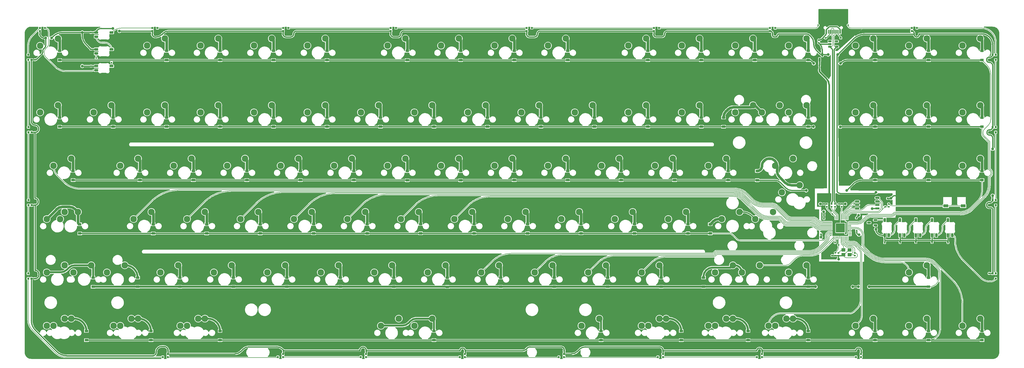
<source format=gbr>
%TF.GenerationSoftware,KiCad,Pcbnew,(6.0.5)*%
%TF.CreationDate,2022-07-03T11:08:46+08:00*%
%TF.ProjectId,track-lost,74726163-6b2d-46c6-9f73-742e6b696361,rev?*%
%TF.SameCoordinates,Original*%
%TF.FileFunction,Copper,L2,Bot*%
%TF.FilePolarity,Positive*%
%FSLAX46Y46*%
G04 Gerber Fmt 4.6, Leading zero omitted, Abs format (unit mm)*
G04 Created by KiCad (PCBNEW (6.0.5)) date 2022-07-03 11:08:46*
%MOMM*%
%LPD*%
G01*
G04 APERTURE LIST*
G04 Aperture macros list*
%AMRoundRect*
0 Rectangle with rounded corners*
0 $1 Rounding radius*
0 $2 $3 $4 $5 $6 $7 $8 $9 X,Y pos of 4 corners*
0 Add a 4 corners polygon primitive as box body*
4,1,4,$2,$3,$4,$5,$6,$7,$8,$9,$2,$3,0*
0 Add four circle primitives for the rounded corners*
1,1,$1+$1,$2,$3*
1,1,$1+$1,$4,$5*
1,1,$1+$1,$6,$7*
1,1,$1+$1,$8,$9*
0 Add four rect primitives between the rounded corners*
20,1,$1+$1,$2,$3,$4,$5,0*
20,1,$1+$1,$4,$5,$6,$7,0*
20,1,$1+$1,$6,$7,$8,$9,0*
20,1,$1+$1,$8,$9,$2,$3,0*%
%AMFreePoly0*
4,1,18,-0.410000,0.593000,-0.403758,0.624380,-0.385983,0.650983,-0.359380,0.668758,-0.328000,0.675000,0.328000,0.675000,0.359380,0.668758,0.385983,0.650983,0.403758,0.624380,0.410000,0.593000,0.410000,-0.593000,0.403758,-0.624380,0.385983,-0.650983,0.359380,-0.668758,0.328000,-0.675000,0.000000,-0.675000,-0.410000,-0.265000,-0.410000,0.593000,-0.410000,0.593000,$1*%
G04 Aperture macros list end*
%TA.AperFunction,ComponentPad*%
%ADD10C,2.300000*%
%TD*%
%TA.AperFunction,SMDPad,CuDef*%
%ADD11RoundRect,0.140000X0.170000X-0.140000X0.170000X0.140000X-0.170000X0.140000X-0.170000X-0.140000X0*%
%TD*%
%TA.AperFunction,SMDPad,CuDef*%
%ADD12R,1.200000X0.900000*%
%TD*%
%TA.AperFunction,SMDPad,CuDef*%
%ADD13RoundRect,0.105000X-0.245000X0.245000X-0.245000X-0.245000X0.245000X-0.245000X0.245000X0.245000X0*%
%TD*%
%TA.AperFunction,SMDPad,CuDef*%
%ADD14RoundRect,0.135000X0.185000X-0.135000X0.185000X0.135000X-0.185000X0.135000X-0.185000X-0.135000X0*%
%TD*%
%TA.AperFunction,SMDPad,CuDef*%
%ADD15RoundRect,0.140000X-0.140000X-0.170000X0.140000X-0.170000X0.140000X0.170000X-0.140000X0.170000X0*%
%TD*%
%TA.AperFunction,SMDPad,CuDef*%
%ADD16RoundRect,0.105000X0.245000X-0.245000X0.245000X0.245000X-0.245000X0.245000X-0.245000X-0.245000X0*%
%TD*%
%TA.AperFunction,SMDPad,CuDef*%
%ADD17RoundRect,0.050000X0.387500X0.050000X-0.387500X0.050000X-0.387500X-0.050000X0.387500X-0.050000X0*%
%TD*%
%TA.AperFunction,SMDPad,CuDef*%
%ADD18RoundRect,0.050000X0.050000X0.387500X-0.050000X0.387500X-0.050000X-0.387500X0.050000X-0.387500X0*%
%TD*%
%TA.AperFunction,ComponentPad*%
%ADD19C,0.600000*%
%TD*%
%TA.AperFunction,SMDPad,CuDef*%
%ADD20RoundRect,0.144000X1.456000X1.456000X-1.456000X1.456000X-1.456000X-1.456000X1.456000X-1.456000X0*%
%TD*%
%TA.AperFunction,SMDPad,CuDef*%
%ADD21RoundRect,0.135000X-0.185000X0.135000X-0.185000X-0.135000X0.185000X-0.135000X0.185000X0.135000X0*%
%TD*%
%TA.AperFunction,SMDPad,CuDef*%
%ADD22RoundRect,0.105000X0.245000X0.245000X-0.245000X0.245000X-0.245000X-0.245000X0.245000X-0.245000X0*%
%TD*%
%TA.AperFunction,SMDPad,CuDef*%
%ADD23RoundRect,0.140000X-0.170000X0.140000X-0.170000X-0.140000X0.170000X-0.140000X0.170000X0.140000X0*%
%TD*%
%TA.AperFunction,SMDPad,CuDef*%
%ADD24RoundRect,0.082000X0.328000X0.593000X-0.328000X0.593000X-0.328000X-0.593000X0.328000X-0.593000X0*%
%TD*%
%TA.AperFunction,SMDPad,CuDef*%
%ADD25FreePoly0,180.000000*%
%TD*%
%TA.AperFunction,SMDPad,CuDef*%
%ADD26RoundRect,0.150000X0.650000X0.150000X-0.650000X0.150000X-0.650000X-0.150000X0.650000X-0.150000X0*%
%TD*%
%TA.AperFunction,SMDPad,CuDef*%
%ADD27RoundRect,0.105000X-0.245000X-0.245000X0.245000X-0.245000X0.245000X0.245000X-0.245000X0.245000X0*%
%TD*%
%TA.AperFunction,SMDPad,CuDef*%
%ADD28R,1.400000X1.200000*%
%TD*%
%TA.AperFunction,SMDPad,CuDef*%
%ADD29RoundRect,0.140000X0.140000X0.170000X-0.140000X0.170000X-0.140000X-0.170000X0.140000X-0.170000X0*%
%TD*%
%TA.AperFunction,SMDPad,CuDef*%
%ADD30RoundRect,0.150000X-0.512500X-0.150000X0.512500X-0.150000X0.512500X0.150000X-0.512500X0.150000X0*%
%TD*%
%TA.AperFunction,SMDPad,CuDef*%
%ADD31R,1.800000X1.100000*%
%TD*%
%TA.AperFunction,SMDPad,CuDef*%
%ADD32RoundRect,0.082000X0.593000X-0.328000X0.593000X0.328000X-0.593000X0.328000X-0.593000X-0.328000X0*%
%TD*%
%TA.AperFunction,SMDPad,CuDef*%
%ADD33FreePoly0,90.000000*%
%TD*%
%TA.AperFunction,SMDPad,CuDef*%
%ADD34RoundRect,0.147500X-0.172500X0.147500X-0.172500X-0.147500X0.172500X-0.147500X0.172500X0.147500X0*%
%TD*%
%TA.AperFunction,SMDPad,CuDef*%
%ADD35RoundRect,0.150000X0.475000X0.150000X-0.475000X0.150000X-0.475000X-0.150000X0.475000X-0.150000X0*%
%TD*%
%TA.AperFunction,SMDPad,CuDef*%
%ADD36RoundRect,0.150000X0.150000X-0.587500X0.150000X0.587500X-0.150000X0.587500X-0.150000X-0.587500X0*%
%TD*%
%TA.AperFunction,SMDPad,CuDef*%
%ADD37R,0.600000X1.450000*%
%TD*%
%TA.AperFunction,SMDPad,CuDef*%
%ADD38R,0.300000X1.450000*%
%TD*%
%TA.AperFunction,ComponentPad*%
%ADD39O,1.000000X1.600000*%
%TD*%
%TA.AperFunction,ComponentPad*%
%ADD40O,1.000000X2.100000*%
%TD*%
%TA.AperFunction,ViaPad*%
%ADD41C,1.000000*%
%TD*%
%TA.AperFunction,ViaPad*%
%ADD42C,0.800000*%
%TD*%
%TA.AperFunction,ViaPad*%
%ADD43C,0.600000*%
%TD*%
%TA.AperFunction,Conductor*%
%ADD44C,0.400000*%
%TD*%
%TA.AperFunction,Conductor*%
%ADD45C,0.250000*%
%TD*%
%TA.AperFunction,Conductor*%
%ADD46C,0.381000*%
%TD*%
%TA.AperFunction,Conductor*%
%ADD47C,0.200000*%
%TD*%
%TA.AperFunction,Conductor*%
%ADD48C,0.600000*%
%TD*%
%TA.AperFunction,Conductor*%
%ADD49C,0.500000*%
%TD*%
%TA.AperFunction,Conductor*%
%ADD50C,0.421000*%
%TD*%
%TA.AperFunction,Conductor*%
%ADD51C,0.900000*%
%TD*%
%TA.AperFunction,Conductor*%
%ADD52C,0.700000*%
%TD*%
G04 APERTURE END LIST*
D10*
%TO.P,SW33,1,1*%
%TO.N,COL13*%
X233640000Y-75872500D03*
%TO.P,SW33,2,2*%
%TO.N,Net-(D31-Pad2)*%
X239990000Y-73332500D03*
%TD*%
%TO.P,SW82,1,1*%
%TO.N,COL11*%
X200302500Y-133022500D03*
%TO.P,SW82,2,2*%
%TO.N,Net-(D76-Pad2)*%
X206652500Y-130482500D03*
%TD*%
%TO.P,SW76,1,1*%
%TO.N,COL5*%
X86002500Y-133022500D03*
%TO.P,SW76,2,2*%
%TO.N,Net-(D70-Pad2)*%
X92352500Y-130482500D03*
%TD*%
%TO.P,SW8,1,1*%
%TO.N,COL7*%
X128865000Y-52060000D03*
%TO.P,SW8,2,2*%
%TO.N,Net-(D7-Pad2)*%
X135215000Y-49520000D03*
%TD*%
%TO.P,SW83,1,1*%
%TO.N,Net-(D77-Pad2)*%
X236021250Y-133022500D03*
%TO.P,SW83,2,2*%
%TO.N,COL12*%
X242371250Y-130482500D03*
%TD*%
%TO.P,SW2,1,1*%
%TO.N,COL0*%
X-13985000Y-52085000D03*
%TO.P,SW2,2,2*%
%TO.N,Net-(D1-Pad2)*%
X-7635000Y-49545000D03*
%TD*%
%TO.P,SW28,1,1*%
%TO.N,COL9*%
X157440000Y-75872500D03*
%TO.P,SW28,2,2*%
%TO.N,Net-(D27-Pad2)*%
X163790000Y-73332500D03*
%TD*%
%TO.P,SW42,1,1*%
%TO.N,COL5*%
X90765000Y-94922500D03*
%TO.P,SW42,2,2*%
%TO.N,Net-(D40-Pad2)*%
X97115000Y-92382500D03*
%TD*%
%TO.P,SW36,1,1*%
%TO.N,COL16*%
X314602500Y-75872500D03*
%TO.P,SW36,2,2*%
%TO.N,Net-(D34-Pad2)*%
X320952500Y-73332500D03*
%TD*%
%TO.P,SW95,1,1*%
%TO.N,COL10*%
X178871250Y-152072500D03*
%TO.P,SW95,2,2*%
%TO.N,Net-(D84-Pad2)*%
X185221250Y-149532500D03*
%TD*%
%TO.P,SW97,1,1*%
%TO.N,COL11*%
X202683750Y-152072500D03*
%TO.P,SW97,2,2*%
%TO.N,Net-(D85-Pad2)*%
X209033750Y-149532500D03*
%TD*%
%TO.P,SW84,1,1*%
%TO.N,COL12*%
X226496250Y-133022500D03*
%TO.P,SW84,2,2*%
%TO.N,Net-(D77-Pad2)*%
X232846250Y-130482500D03*
%TD*%
%TO.P,SW90,1,1*%
%TO.N,COL1*%
X14565000Y-152072500D03*
%TO.P,SW90,2,2*%
%TO.N,Net-(D81-Pad2)*%
X20915000Y-149532500D03*
%TD*%
%TO.P,SW51,1,1*%
%TO.N,COL13*%
X250308750Y-104447500D03*
%TO.P,SW51,2,2*%
%TO.N,Net-(D48-Pad2)*%
X256658750Y-101907500D03*
%TD*%
%TO.P,SW87,1,1*%
%TO.N,COL0*%
X-11628750Y-152072500D03*
%TO.P,SW87,2,2*%
%TO.N,Net-(D80-Pad2)*%
X-5278750Y-149532500D03*
%TD*%
%TO.P,SW80,1,1*%
%TO.N,COL9*%
X162202500Y-133022500D03*
%TO.P,SW80,2,2*%
%TO.N,Net-(D74-Pad2)*%
X168552500Y-130482500D03*
%TD*%
%TO.P,SW27,1,1*%
%TO.N,COL8*%
X138390000Y-75872500D03*
%TO.P,SW27,2,2*%
%TO.N,Net-(D26-Pad2)*%
X144740000Y-73332500D03*
%TD*%
%TO.P,SW9,1,1*%
%TO.N,COL8*%
X147915000Y-52060000D03*
%TO.P,SW9,2,2*%
%TO.N,Net-(D8-Pad2)*%
X154265000Y-49520000D03*
%TD*%
%TO.P,SW100,1,1*%
%TO.N,COL13*%
X245546250Y-152072500D03*
%TO.P,SW100,2,2*%
%TO.N,Net-(D87-Pad2)*%
X251896250Y-149532500D03*
%TD*%
%TO.P,SW67,1,1*%
%TO.N,COL11*%
X209827500Y-113972500D03*
%TO.P,SW67,2,2*%
%TO.N,Net-(D63-Pad2)*%
X216177500Y-111432500D03*
%TD*%
%TO.P,SW71,1,1*%
%TO.N,COL0*%
X-2103750Y-133022500D03*
%TO.P,SW71,2,2*%
%TO.N,Net-(D65-Pad2)*%
X4246250Y-130482500D03*
%TD*%
%TO.P,SW40,1,1*%
%TO.N,COL3*%
X52665000Y-94922500D03*
%TO.P,SW40,2,2*%
%TO.N,Net-(D38-Pad2)*%
X59015000Y-92382500D03*
%TD*%
%TO.P,SW52,1,1*%
%TO.N,COL14*%
X276502500Y-94922500D03*
%TO.P,SW52,2,2*%
%TO.N,Net-(D49-Pad2)*%
X282852500Y-92382500D03*
%TD*%
%TO.P,SW15,1,1*%
%TO.N,COL14*%
X276502500Y-52060000D03*
%TO.P,SW15,2,2*%
%TO.N,Net-(D14-Pad2)*%
X282852500Y-49520000D03*
%TD*%
%TO.P,SW46,1,1*%
%TO.N,COL9*%
X166960000Y-94920000D03*
%TO.P,SW46,2,2*%
%TO.N,Net-(D44-Pad2)*%
X173310000Y-92380000D03*
%TD*%
%TO.P,SW49,1,1*%
%TO.N,COL12*%
X224115000Y-94920000D03*
%TO.P,SW49,2,2*%
%TO.N,Net-(D47-Pad2)*%
X230465000Y-92380000D03*
%TD*%
%TO.P,SW68,1,1*%
%TO.N,Net-(D64-Pad2)*%
X228877500Y-113972500D03*
%TO.P,SW68,2,2*%
%TO.N,COL12*%
X235227500Y-111432500D03*
%TD*%
%TO.P,SW65,1,1*%
%TO.N,COL9*%
X171727500Y-113972500D03*
%TO.P,SW65,2,2*%
%TO.N,Net-(D61-Pad2)*%
X178077500Y-111432500D03*
%TD*%
%TO.P,SW101,1,1*%
%TO.N,COL13*%
X247927500Y-152072500D03*
%TO.P,SW101,2,2*%
%TO.N,Net-(D87-Pad2)*%
X254277500Y-149532500D03*
%TD*%
%TO.P,SW43,1,1*%
%TO.N,COL6*%
X109815000Y-94922500D03*
%TO.P,SW43,2,2*%
%TO.N,Net-(D41-Pad2)*%
X116165000Y-92382500D03*
%TD*%
%TO.P,SW79,1,1*%
%TO.N,COL8*%
X143152500Y-133022500D03*
%TO.P,SW79,2,2*%
%TO.N,Net-(D73-Pad2)*%
X149502500Y-130482500D03*
%TD*%
%TO.P,SW61,1,1*%
%TO.N,COL5*%
X95527500Y-113972500D03*
%TO.P,SW61,2,2*%
%TO.N,Net-(D57-Pad2)*%
X101877500Y-111432500D03*
%TD*%
%TO.P,SW38,1,1*%
%TO.N,COL1*%
X14565000Y-94922500D03*
%TO.P,SW38,2,2*%
%TO.N,Net-(D36-Pad2)*%
X20915000Y-92382500D03*
%TD*%
%TO.P,SW34,1,1*%
%TO.N,COL14*%
X276502500Y-75872500D03*
%TO.P,SW34,2,2*%
%TO.N,Net-(D32-Pad2)*%
X282852500Y-73332500D03*
%TD*%
%TO.P,SW5,1,1*%
%TO.N,COL4*%
X62190000Y-52060000D03*
%TO.P,SW5,2,2*%
%TO.N,Net-(D4-Pad2)*%
X68540000Y-49520000D03*
%TD*%
%TO.P,SW30,1,1*%
%TO.N,COL11*%
X195540000Y-75872500D03*
%TO.P,SW30,2,2*%
%TO.N,Net-(D29-Pad2)*%
X201890000Y-73332500D03*
%TD*%
%TO.P,SW57,1,1*%
%TO.N,COL1*%
X19327500Y-113972500D03*
%TO.P,SW57,2,2*%
%TO.N,Net-(D53-Pad2)*%
X25677500Y-111432500D03*
%TD*%
%TO.P,SW53,1,1*%
%TO.N,COL15*%
X295552500Y-94922500D03*
%TO.P,SW53,2,2*%
%TO.N,Net-(D50-Pad2)*%
X301902500Y-92382500D03*
%TD*%
%TO.P,SW21,1,1*%
%TO.N,COL2*%
X24090000Y-75872500D03*
%TO.P,SW21,2,2*%
%TO.N,Net-(D20-Pad2)*%
X30440000Y-73332500D03*
%TD*%
%TO.P,SW16,1,1*%
%TO.N,COL15*%
X295552500Y-52060000D03*
%TO.P,SW16,2,2*%
%TO.N,Net-(D15-Pad2)*%
X301902500Y-49520000D03*
%TD*%
%TO.P,SW47,1,1*%
%TO.N,COL10*%
X186015000Y-94920000D03*
%TO.P,SW47,2,2*%
%TO.N,Net-(D45-Pad2)*%
X192365000Y-92380000D03*
%TD*%
%TO.P,SW104,1,1*%
%TO.N,COL16*%
X314602500Y-152072500D03*
%TO.P,SW104,2,2*%
%TO.N,Net-(D90-Pad2)*%
X320952500Y-149532500D03*
%TD*%
%TO.P,SW102,1,1*%
%TO.N,COL14*%
X276502500Y-152072500D03*
%TO.P,SW102,2,2*%
%TO.N,Net-(D88-Pad2)*%
X282852500Y-149532500D03*
%TD*%
%TO.P,SW69,1,1*%
%TO.N,COL12*%
X240783750Y-113972500D03*
%TO.P,SW69,2,2*%
%TO.N,Net-(D64-Pad2)*%
X247133750Y-111432500D03*
%TD*%
%TO.P,SW75,1,1*%
%TO.N,COL4*%
X66952500Y-133022500D03*
%TO.P,SW75,2,2*%
%TO.N,Net-(D69-Pad2)*%
X73302500Y-130482500D03*
%TD*%
%TO.P,SW31,1,1*%
%TO.N,COL12*%
X214590000Y-75872500D03*
%TO.P,SW31,2,2*%
%TO.N,Net-(D30-Pad2)*%
X220940000Y-73332500D03*
%TD*%
%TO.P,SW24,1,1*%
%TO.N,COL5*%
X81240000Y-75872500D03*
%TO.P,SW24,2,2*%
%TO.N,Net-(D23-Pad2)*%
X87590000Y-73332500D03*
%TD*%
%TO.P,SW92,1,1*%
%TO.N,COL2*%
X38377500Y-152072500D03*
%TO.P,SW92,2,2*%
%TO.N,Net-(D82-Pad2)*%
X44727500Y-149532500D03*
%TD*%
%TO.P,SW32,1,1*%
%TO.N,Net-(D31-Pad2)*%
X243165000Y-75872500D03*
%TO.P,SW32,2,2*%
%TO.N,COL13*%
X249515000Y-73332500D03*
%TD*%
%TO.P,SW59,1,1*%
%TO.N,COL3*%
X57427500Y-113972500D03*
%TO.P,SW59,2,2*%
%TO.N,Net-(D55-Pad2)*%
X63777500Y-111432500D03*
%TD*%
%TO.P,SW6,1,1*%
%TO.N,COL5*%
X81240000Y-52060000D03*
%TO.P,SW6,2,2*%
%TO.N,Net-(D5-Pad2)*%
X87590000Y-49520000D03*
%TD*%
%TO.P,SW58,1,1*%
%TO.N,COL2*%
X38377500Y-113972500D03*
%TO.P,SW58,2,2*%
%TO.N,Net-(D54-Pad2)*%
X44727500Y-111432500D03*
%TD*%
%TO.P,SW77,1,1*%
%TO.N,COL6*%
X105052500Y-133022500D03*
%TO.P,SW77,2,2*%
%TO.N,Net-(D71-Pad2)*%
X111402500Y-130482500D03*
%TD*%
%TO.P,SW103,1,1*%
%TO.N,COL15*%
X295552500Y-152072500D03*
%TO.P,SW103,2,2*%
%TO.N,Net-(D89-Pad2)*%
X301902500Y-149532500D03*
%TD*%
%TO.P,SW62,1,1*%
%TO.N,COL6*%
X114577500Y-113972500D03*
%TO.P,SW62,2,2*%
%TO.N,Net-(D58-Pad2)*%
X120927500Y-111432500D03*
%TD*%
%TO.P,SW20,1,1*%
%TO.N,COL1*%
X5040000Y-75872500D03*
%TO.P,SW20,2,2*%
%TO.N,Net-(D19-Pad2)*%
X11390000Y-73332500D03*
%TD*%
%TO.P,SW44,1,1*%
%TO.N,COL7*%
X128865000Y-94922500D03*
%TO.P,SW44,2,2*%
%TO.N,Net-(D42-Pad2)*%
X135215000Y-92382500D03*
%TD*%
%TO.P,SW45,1,1*%
%TO.N,COL8*%
X147915000Y-94922500D03*
%TO.P,SW45,2,2*%
%TO.N,Net-(D43-Pad2)*%
X154265000Y-92382500D03*
%TD*%
%TO.P,SW4,1,1*%
%TO.N,COL3*%
X43140000Y-52060000D03*
%TO.P,SW4,2,2*%
%TO.N,Net-(D3-Pad2)*%
X49490000Y-49520000D03*
%TD*%
%TO.P,SW74,1,1*%
%TO.N,COL3*%
X47902500Y-133022500D03*
%TO.P,SW74,2,2*%
%TO.N,Net-(D68-Pad2)*%
X54252500Y-130482500D03*
%TD*%
%TO.P,SW26,1,1*%
%TO.N,COL7*%
X119340000Y-75872500D03*
%TO.P,SW26,2,2*%
%TO.N,Net-(D25-Pad2)*%
X125690000Y-73332500D03*
%TD*%
%TO.P,SW89,1,1*%
%TO.N,COL1*%
X12183750Y-152072500D03*
%TO.P,SW89,2,2*%
%TO.N,Net-(D81-Pad2)*%
X18533750Y-149532500D03*
%TD*%
%TO.P,SW50,1,1*%
%TO.N,Net-(D48-Pad2)*%
X247927500Y-94920000D03*
%TO.P,SW50,2,2*%
%TO.N,COL13*%
X254277500Y-92380000D03*
%TD*%
%TO.P,SW91,1,1*%
%TO.N,COL2*%
X35996250Y-152072500D03*
%TO.P,SW91,2,2*%
%TO.N,Net-(D82-Pad2)*%
X42346250Y-149532500D03*
%TD*%
%TO.P,SW13,1,1*%
%TO.N,COL12*%
X233640000Y-52060000D03*
%TO.P,SW13,2,2*%
%TO.N,Net-(D12-Pad2)*%
X239990000Y-49520000D03*
%TD*%
%TO.P,SW17,1,1*%
%TO.N,COL16*%
X314602500Y-52060000D03*
%TO.P,SW17,2,2*%
%TO.N,Net-(D16-Pad2)*%
X320952500Y-49520000D03*
%TD*%
%TO.P,SW85,1,1*%
%TO.N,COL13*%
X252690000Y-133022500D03*
%TO.P,SW85,2,2*%
%TO.N,Net-(D78-Pad2)*%
X259040000Y-130482500D03*
%TD*%
%TO.P,SW60,1,1*%
%TO.N,COL4*%
X76477500Y-113972500D03*
%TO.P,SW60,2,2*%
%TO.N,Net-(D56-Pad2)*%
X82827500Y-111432500D03*
%TD*%
%TO.P,SW48,1,1*%
%TO.N,COL11*%
X205065000Y-94920000D03*
%TO.P,SW48,2,2*%
%TO.N,Net-(D46-Pad2)*%
X211415000Y-92380000D03*
%TD*%
%TO.P,SW3,1,1*%
%TO.N,COL2*%
X24090000Y-52060000D03*
%TO.P,SW3,2,2*%
%TO.N,Net-(D2-Pad2)*%
X30440000Y-49520000D03*
%TD*%
%TO.P,SW56,1,1*%
%TO.N,COL0*%
X-6866250Y-113972500D03*
%TO.P,SW56,2,2*%
%TO.N,Net-(D52-Pad2)*%
X-516250Y-111432500D03*
%TD*%
%TO.P,SW93,1,1*%
%TO.N,Net-(D83-Pad2)*%
X107433750Y-152072500D03*
%TO.P,SW93,2,2*%
%TO.N,COL5*%
X113783750Y-149532500D03*
%TD*%
%TO.P,SW41,1,1*%
%TO.N,COL4*%
X71715000Y-94922500D03*
%TO.P,SW41,2,2*%
%TO.N,Net-(D39-Pad2)*%
X78065000Y-92382500D03*
%TD*%
%TO.P,SW98,1,1*%
%TO.N,COL12*%
X224115000Y-152072500D03*
%TO.P,SW98,2,2*%
%TO.N,Net-(D86-Pad2)*%
X230465000Y-149532500D03*
%TD*%
%TO.P,SW73,1,1*%
%TO.N,COL2*%
X28852500Y-133022500D03*
%TO.P,SW73,2,2*%
%TO.N,Net-(D67-Pad2)*%
X35202500Y-130482500D03*
%TD*%
%TO.P,SW64,1,1*%
%TO.N,COL8*%
X152677500Y-113972500D03*
%TO.P,SW64,2,2*%
%TO.N,Net-(D60-Pad2)*%
X159027500Y-111432500D03*
%TD*%
%TO.P,SW54,1,1*%
%TO.N,COL16*%
X314602500Y-94922500D03*
%TO.P,SW54,2,2*%
%TO.N,Net-(D51-Pad2)*%
X320952500Y-92382500D03*
%TD*%
%TO.P,SW88,1,1*%
%TO.N,COL0*%
X-9247500Y-152072500D03*
%TO.P,SW88,2,2*%
%TO.N,Net-(D80-Pad2)*%
X-2897500Y-149532500D03*
%TD*%
%TO.P,SW78,1,1*%
%TO.N,COL7*%
X124102500Y-133022500D03*
%TO.P,SW78,2,2*%
%TO.N,Net-(D72-Pad2)*%
X130452500Y-130482500D03*
%TD*%
%TO.P,SW23,1,1*%
%TO.N,COL4*%
X62190000Y-75872500D03*
%TO.P,SW23,2,2*%
%TO.N,Net-(D22-Pad2)*%
X68540000Y-73332500D03*
%TD*%
%TO.P,SW39,1,1*%
%TO.N,COL2*%
X33615000Y-94922500D03*
%TO.P,SW39,2,2*%
%TO.N,Net-(D37-Pad2)*%
X39965000Y-92382500D03*
%TD*%
%TO.P,SW10,1,1*%
%TO.N,COL9*%
X166965000Y-52060000D03*
%TO.P,SW10,2,2*%
%TO.N,Net-(D9-Pad2)*%
X173315000Y-49520000D03*
%TD*%
%TO.P,SW22,1,1*%
%TO.N,COL3*%
X43140000Y-75872500D03*
%TO.P,SW22,2,2*%
%TO.N,Net-(D21-Pad2)*%
X49490000Y-73332500D03*
%TD*%
%TO.P,SW70,1,1*%
%TO.N,Net-(D65-Pad2)*%
X-11628750Y-133022500D03*
%TO.P,SW70,2,2*%
%TO.N,COL0*%
X-5278750Y-130482500D03*
%TD*%
%TO.P,SW99,1,1*%
%TO.N,COL12*%
X226496250Y-152072500D03*
%TO.P,SW99,2,2*%
%TO.N,Net-(D86-Pad2)*%
X232846250Y-149532500D03*
%TD*%
%TO.P,SW96,1,1*%
%TO.N,COL11*%
X200302500Y-152072500D03*
%TO.P,SW96,2,2*%
%TO.N,Net-(D85-Pad2)*%
X206652500Y-149532500D03*
%TD*%
%TO.P,SW7,1,1*%
%TO.N,COL6*%
X109815000Y-52060000D03*
%TO.P,SW7,2,2*%
%TO.N,Net-(D6-Pad2)*%
X116165000Y-49520000D03*
%TD*%
%TO.P,SW25,1,1*%
%TO.N,COL6*%
X100290000Y-75872500D03*
%TO.P,SW25,2,2*%
%TO.N,Net-(D24-Pad2)*%
X106640000Y-73332500D03*
%TD*%
%TO.P,SW37,1,1*%
%TO.N,COL0*%
X-9247500Y-94922500D03*
%TO.P,SW37,2,2*%
%TO.N,Net-(D35-Pad2)*%
X-2897500Y-92382500D03*
%TD*%
%TO.P,SW35,1,1*%
%TO.N,COL15*%
X295552500Y-75872500D03*
%TO.P,SW35,2,2*%
%TO.N,Net-(D33-Pad2)*%
X301902500Y-73332500D03*
%TD*%
%TO.P,SW86,1,1*%
%TO.N,COL15*%
X295552500Y-133022500D03*
%TO.P,SW86,2,2*%
%TO.N,Net-(D79-Pad2)*%
X301902500Y-130482500D03*
%TD*%
%TO.P,SW12,1,1*%
%TO.N,COL11*%
X214590000Y-52060000D03*
%TO.P,SW12,2,2*%
%TO.N,Net-(D11-Pad2)*%
X220940000Y-49520000D03*
%TD*%
%TO.P,SW55,1,1*%
%TO.N,Net-(D52-Pad2)*%
X-11628750Y-113972500D03*
%TO.P,SW55,2,2*%
%TO.N,COL0*%
X-5278750Y-111432500D03*
%TD*%
%TO.P,SW11,1,1*%
%TO.N,COL10*%
X195570000Y-52060000D03*
%TO.P,SW11,2,2*%
%TO.N,Net-(D10-Pad2)*%
X201920000Y-49520000D03*
%TD*%
%TO.P,SW66,1,1*%
%TO.N,COL10*%
X190777500Y-113972500D03*
%TO.P,SW66,2,2*%
%TO.N,Net-(D62-Pad2)*%
X197127500Y-111432500D03*
%TD*%
%TO.P,SW29,1,1*%
%TO.N,COL10*%
X176490000Y-75872500D03*
%TO.P,SW29,2,2*%
%TO.N,Net-(D28-Pad2)*%
X182840000Y-73332500D03*
%TD*%
%TO.P,SW14,1,1*%
%TO.N,COL13*%
X252690000Y-52060000D03*
%TO.P,SW14,2,2*%
%TO.N,Net-(D13-Pad2)*%
X259040000Y-49520000D03*
%TD*%
%TO.P,SW72,1,1*%
%TO.N,COL1*%
X9802500Y-133022500D03*
%TO.P,SW72,2,2*%
%TO.N,Net-(D66-Pad2)*%
X16152500Y-130482500D03*
%TD*%
%TO.P,SW18,1,1*%
%TO.N,COL13*%
X252690000Y-75872500D03*
%TO.P,SW18,2,2*%
%TO.N,Net-(D17-Pad2)*%
X259040000Y-73332500D03*
%TD*%
%TO.P,SW94,1,1*%
%TO.N,COL5*%
X119340000Y-152072500D03*
%TO.P,SW94,2,2*%
%TO.N,Net-(D83-Pad2)*%
X125690000Y-149532500D03*
%TD*%
%TO.P,SW63,1,1*%
%TO.N,COL7*%
X133627500Y-113972500D03*
%TO.P,SW63,2,2*%
%TO.N,Net-(D59-Pad2)*%
X139977500Y-111432500D03*
%TD*%
%TO.P,SW19,1,1*%
%TO.N,COL0*%
X-13985000Y-75872500D03*
%TO.P,SW19,2,2*%
%TO.N,Net-(D18-Pad2)*%
X-7635000Y-73332500D03*
%TD*%
%TO.P,SW81,1,1*%
%TO.N,COL10*%
X181252500Y-133022500D03*
%TO.P,SW81,2,2*%
%TO.N,Net-(D75-Pad2)*%
X187602500Y-130482500D03*
%TD*%
D11*
%TO.P,C17,1*%
%TO.N,+3V3*%
X265241200Y-109570000D03*
%TO.P,C17,2*%
%TO.N,GND*%
X265241200Y-108610000D03*
%TD*%
D12*
%TO.P,D75,1,K*%
%TO.N,ROW4*%
X188235000Y-138172500D03*
%TO.P,D75,2,A*%
%TO.N,Net-(D75-Pad2)*%
X188235000Y-134872500D03*
%TD*%
D13*
%TO.P,LED7,1,VDD*%
%TO.N,+5V*%
X325360000Y-107195000D03*
%TO.P,LED7,2,DOUT*%
%TO.N,Net-(LED14-Pad3)*%
X326460000Y-107195000D03*
%TO.P,LED7,3,DIN*%
%TO.N,Net-(LED6-Pad2)*%
X326460000Y-109025000D03*
%TO.P,LED7,4,VSS*%
%TO.N,GND*%
X325360000Y-109025000D03*
%TD*%
D14*
%TO.P,R7,1*%
%TO.N,+3V3*%
X269262500Y-123422500D03*
%TO.P,R7,2*%
%TO.N,~{RESET}*%
X269262500Y-122402500D03*
%TD*%
D12*
%TO.P,D31,1,K*%
%TO.N,ROW1*%
X229510000Y-81022500D03*
%TO.P,D31,2,A*%
%TO.N,Net-(D31-Pad2)*%
X229510000Y-77722500D03*
%TD*%
D15*
%TO.P,C31,1*%
%TO.N,+5V*%
X110930000Y-47980000D03*
%TO.P,C31,2*%
%TO.N,GND*%
X111890000Y-47980000D03*
%TD*%
D13*
%TO.P,LED6,1,VDD*%
%TO.N,+5V*%
X325360000Y-133392500D03*
%TO.P,LED6,2,DOUT*%
%TO.N,Net-(LED6-Pad2)*%
X326460000Y-133392500D03*
%TO.P,LED6,3,DIN*%
%TO.N,Net-(LED5-Pad2)*%
X326460000Y-135222500D03*
%TO.P,LED6,4,VSS*%
%TO.N,GND*%
X325360000Y-135222500D03*
%TD*%
D16*
%TO.P,LED27,1,VDD*%
%TO.N,+5V*%
X-17045000Y-109025000D03*
%TO.P,LED27,2,DOUT*%
%TO.N,Net-(LED26-Pad3)*%
X-18145000Y-109025000D03*
%TO.P,LED27,3,DIN*%
%TO.N,Net-(LED27-Pad3)*%
X-18145000Y-107195000D03*
%TO.P,LED27,4,VSS*%
%TO.N,GND*%
X-17045000Y-107195000D03*
%TD*%
D17*
%TO.P,U4,1,IOVDD*%
%TO.N,+3V3*%
X274559250Y-114575000D03*
%TO.P,U4,2,GPIO0*%
%TO.N,ROW2*%
X274559250Y-114975000D03*
%TO.P,U4,3,GPIO1*%
%TO.N,ROW1*%
X274559250Y-115375000D03*
%TO.P,U4,4,GPIO2*%
%TO.N,ROW0*%
X274559250Y-115775000D03*
%TO.P,U4,5,GPIO3*%
%TO.N,unconnected-(U4-Pad5)*%
X274559250Y-116175000D03*
%TO.P,U4,6,GPIO4*%
%TO.N,unconnected-(U4-Pad6)*%
X274559250Y-116575000D03*
%TO.P,U4,7,GPIO5*%
%TO.N,COL16*%
X274559250Y-116975000D03*
%TO.P,U4,8,GPIO6*%
%TO.N,ROW5*%
X274559250Y-117375000D03*
%TO.P,U4,9,GPIO7*%
%TO.N,unconnected-(U4-Pad9)*%
X274559250Y-117775000D03*
%TO.P,U4,10,IOVDD*%
%TO.N,+3V3*%
X274559250Y-118175000D03*
%TO.P,U4,11,GPIO8*%
%TO.N,unconnected-(U4-Pad11)*%
X274559250Y-118575000D03*
%TO.P,U4,12,GPIO9*%
%TO.N,unconnected-(U4-Pad12)*%
X274559250Y-118975000D03*
%TO.P,U4,13,GPIO10*%
%TO.N,unconnected-(U4-Pad13)*%
X274559250Y-119375000D03*
%TO.P,U4,14,GPIO11*%
%TO.N,unconnected-(U4-Pad14)*%
X274559250Y-119775000D03*
D18*
%TO.P,U4,15,GPIO12*%
%TO.N,ROW4*%
X273721750Y-120612500D03*
%TO.P,U4,16,GPIO13*%
%TO.N,COL15*%
X273321750Y-120612500D03*
%TO.P,U4,17,GPIO14*%
%TO.N,COL14*%
X272921750Y-120612500D03*
%TO.P,U4,18,GPIO15*%
%TO.N,COL13*%
X272521750Y-120612500D03*
%TO.P,U4,19,TESTEN*%
%TO.N,GND*%
X272121750Y-120612500D03*
%TO.P,U4,20,XIN*%
%TO.N,XIN*%
X271721750Y-120612500D03*
%TO.P,U4,21,XOUT*%
%TO.N,XOUT*%
X271321750Y-120612500D03*
%TO.P,U4,22,IOVDD*%
%TO.N,+3V3*%
X270921750Y-120612500D03*
%TO.P,U4,23,DVDD*%
%TO.N,+1V1*%
X270521750Y-120612500D03*
%TO.P,U4,24,SWCLK*%
%TO.N,SWCLK*%
X270121750Y-120612500D03*
%TO.P,U4,25,SWD*%
%TO.N,SWD*%
X269721750Y-120612500D03*
%TO.P,U4,26,RUN*%
%TO.N,~{RESET}*%
X269321750Y-120612500D03*
%TO.P,U4,27,GPIO16*%
%TO.N,COL12*%
X268921750Y-120612500D03*
%TO.P,U4,28,GPIO17*%
%TO.N,COL11*%
X268521750Y-120612500D03*
D17*
%TO.P,U4,29,GPIO18*%
%TO.N,COL10*%
X267684250Y-119775000D03*
%TO.P,U4,30,GPIO19*%
%TO.N,COL9*%
X267684250Y-119375000D03*
%TO.P,U4,31,GPIO20*%
%TO.N,COL8*%
X267684250Y-118975000D03*
%TO.P,U4,32,GPIO21*%
%TO.N,ROW3*%
X267684250Y-118575000D03*
%TO.P,U4,33,IOVDD*%
%TO.N,+3V3*%
X267684250Y-118175000D03*
%TO.P,U4,34,GPIO22*%
%TO.N,COL7*%
X267684250Y-117775000D03*
%TO.P,U4,35,GPIO23*%
%TO.N,COL6*%
X267684250Y-117375000D03*
%TO.P,U4,36,GPIO24*%
%TO.N,COL5*%
X267684250Y-116975000D03*
%TO.P,U4,37,GPIO25*%
%TO.N,COL4*%
X267684250Y-116575000D03*
%TO.P,U4,38,GPIO26_ADC0*%
%TO.N,COL3*%
X267684250Y-116175000D03*
%TO.P,U4,39,GPIO27_ADC1*%
%TO.N,COL2*%
X267684250Y-115775000D03*
%TO.P,U4,40,GPIO28_ADC2*%
%TO.N,COL1*%
X267684250Y-115375000D03*
%TO.P,U4,41,GPIO29_ADC3*%
%TO.N,COL0*%
X267684250Y-114975000D03*
%TO.P,U4,42,IOVDD*%
%TO.N,+3V3*%
X267684250Y-114575000D03*
D18*
%TO.P,U4,43,ADC_AVDD*%
X268521750Y-113737500D03*
%TO.P,U4,44,VREG_IN*%
X268921750Y-113737500D03*
%TO.P,U4,45,VREG_VOUT*%
%TO.N,+1V1*%
X269321750Y-113737500D03*
%TO.P,U4,46,USB_DM*%
%TO.N,Net-(R6-Pad1)*%
X269721750Y-113737500D03*
%TO.P,U4,47,USB_DP*%
%TO.N,Net-(R5-Pad1)*%
X270121750Y-113737500D03*
%TO.P,U4,48,USB_VDD*%
%TO.N,+3V3*%
X270521750Y-113737500D03*
%TO.P,U4,49,IOVDD*%
X270921750Y-113737500D03*
%TO.P,U4,50,DVDD*%
%TO.N,+1V1*%
X271321750Y-113737500D03*
%TO.P,U4,51,QSPI_SD3*%
%TO.N,SD3*%
X271721750Y-113737500D03*
%TO.P,U4,52,QSPI_SCLK*%
%TO.N,QSPI_SCLK*%
X272121750Y-113737500D03*
%TO.P,U4,53,QSPI_SD0*%
%TO.N,SD0*%
X272521750Y-113737500D03*
%TO.P,U4,54,QSPI_SD2*%
%TO.N,SD2*%
X272921750Y-113737500D03*
%TO.P,U4,55,QSPI_SD1*%
%TO.N,SD1*%
X273321750Y-113737500D03*
%TO.P,U4,56,QSPI_SS*%
%TO.N,QSPI_SS*%
X273721750Y-113737500D03*
D19*
%TO.P,U4,57,GND*%
%TO.N,GND*%
X272396750Y-115900000D03*
X271121750Y-117175000D03*
D20*
X271121750Y-117175000D03*
D19*
X269846750Y-117175000D03*
X269846750Y-118450000D03*
X272396750Y-117175000D03*
X272396750Y-118450000D03*
X271121750Y-115900000D03*
X271121750Y-118450000D03*
X269846750Y-115900000D03*
%TD*%
D12*
%TO.P,D61,1,K*%
%TO.N,ROW3*%
X178710000Y-119060000D03*
%TO.P,D61,2,A*%
%TO.N,Net-(D61-Pad2)*%
X178710000Y-115760000D03*
%TD*%
%TO.P,D27,1,K*%
%TO.N,ROW1*%
X164422500Y-81022500D03*
%TO.P,D27,2,A*%
%TO.N,Net-(D27-Pad2)*%
X164422500Y-77722500D03*
%TD*%
D21*
%TO.P,R1,1*%
%TO.N,/CC1*%
X265824000Y-49322000D03*
%TO.P,R1,2*%
%TO.N,GND*%
X265824000Y-50342000D03*
%TD*%
D12*
%TO.P,D17,1,K*%
%TO.N,ROW1*%
X259672500Y-81022500D03*
%TO.P,D17,2,A*%
%TO.N,Net-(D17-Pad2)*%
X259672500Y-77722500D03*
%TD*%
%TO.P,D14,1,K*%
%TO.N,ROW0*%
X283485000Y-57210000D03*
%TO.P,D14,2,A*%
%TO.N,Net-(D14-Pad2)*%
X283485000Y-53910000D03*
%TD*%
%TO.P,D79,1,K*%
%TO.N,ROW4*%
X302535000Y-138172500D03*
%TO.P,D79,2,A*%
%TO.N,Net-(D79-Pad2)*%
X302535000Y-134872500D03*
%TD*%
%TO.P,D25,1,K*%
%TO.N,ROW1*%
X126322500Y-81022500D03*
%TO.P,D25,2,A*%
%TO.N,Net-(D25-Pad2)*%
X126322500Y-77722500D03*
%TD*%
%TO.P,D62,1,K*%
%TO.N,ROW3*%
X197760000Y-119060000D03*
%TO.P,D62,2,A*%
%TO.N,Net-(D62-Pad2)*%
X197760000Y-115760000D03*
%TD*%
D22*
%TO.P,LED23,1,VDD*%
%TO.N,+5V*%
X102078214Y-162145000D03*
%TO.P,LED23,2,DOUT*%
%TO.N,Net-(LED22-Pad3)*%
X102078214Y-163245000D03*
%TO.P,LED23,3,DIN*%
%TO.N,Net-(LED23-Pad3)*%
X100248214Y-163245000D03*
%TO.P,LED23,4,VSS*%
%TO.N,GND*%
X100248214Y-162145000D03*
%TD*%
D15*
%TO.P,C22,1*%
%TO.N,+5V*%
X309462500Y-122382500D03*
%TO.P,C22,2*%
%TO.N,GND*%
X310422500Y-122382500D03*
%TD*%
D23*
%TO.P,C24,1*%
%TO.N,+5V*%
X324210000Y-108062500D03*
%TO.P,C24,2*%
%TO.N,GND*%
X324210000Y-109022500D03*
%TD*%
D24*
%TO.P,LED2,1,VDD*%
%TO.N,+5V*%
X292382500Y-119765000D03*
%TO.P,LED2,2,DOUT*%
%TO.N,Net-(LED2-Pad2)*%
X293882500Y-119765000D03*
%TO.P,LED2,3,DIN*%
%TO.N,Net-(LED1-Pad2)*%
X292382500Y-114315000D03*
D25*
%TO.P,LED2,4,VSS*%
%TO.N,GND*%
X293882500Y-114315000D03*
%TD*%
D12*
%TO.P,D4,1,K*%
%TO.N,ROW0*%
X69172500Y-57210000D03*
%TO.P,D4,2,A*%
%TO.N,Net-(D4-Pad2)*%
X69172500Y-53910000D03*
%TD*%
D26*
%TO.P,U3,1,~{CS}*%
%TO.N,QSPI_SS*%
X284329129Y-106415000D03*
%TO.P,U3,2,DO(IO1)*%
%TO.N,SD1*%
X284329129Y-107685000D03*
%TO.P,U3,3,IO2*%
%TO.N,SD2*%
X284329129Y-108955000D03*
%TO.P,U3,4,GND*%
%TO.N,GND*%
X284329129Y-110225000D03*
%TO.P,U3,5,DI(IO0)*%
%TO.N,SD0*%
X277129129Y-110225000D03*
%TO.P,U3,6,CLK*%
%TO.N,QSPI_SCLK*%
X277129129Y-108955000D03*
%TO.P,U3,7,IO3*%
%TO.N,SD3*%
X277129129Y-107685000D03*
%TO.P,U3,8,VCC*%
%TO.N,+3V3*%
X277129129Y-106415000D03*
%TD*%
D27*
%TO.P,LED16,1,VDD*%
%TO.N,+5V*%
X25955000Y-46870000D03*
%TO.P,LED16,2,DOUT*%
%TO.N,Net-(LED16-Pad2)*%
X25955000Y-45770000D03*
%TO.P,LED16,3,DIN*%
%TO.N,Net-(LED15-Pad2)*%
X27785000Y-45770000D03*
%TO.P,LED16,4,VSS*%
%TO.N,GND*%
X27785000Y-46870000D03*
%TD*%
D22*
%TO.P,LED31,1,VDD*%
%TO.N,+5V*%
X243199642Y-162145000D03*
%TO.P,LED31,2,DOUT*%
%TO.N,Net-(LED31-Pad2)*%
X243199642Y-163245000D03*
%TO.P,LED31,3,DIN*%
%TO.N,Net-(LED30-Pad2)*%
X241369642Y-163245000D03*
%TO.P,LED31,4,VSS*%
%TO.N,GND*%
X241369642Y-162145000D03*
%TD*%
D23*
%TO.P,C7,1*%
%TO.N,+1V1*%
X269322500Y-126062500D03*
%TO.P,C7,2*%
%TO.N,GND*%
X269322500Y-127022500D03*
%TD*%
D12*
%TO.P,D9,1,K*%
%TO.N,ROW0*%
X173947500Y-57210000D03*
%TO.P,D9,2,A*%
%TO.N,Net-(D9-Pad2)*%
X173947500Y-53910000D03*
%TD*%
D23*
%TO.P,C26,1*%
%TO.N,+5V*%
X324222500Y-56182500D03*
%TO.P,C26,2*%
%TO.N,GND*%
X324222500Y-57142500D03*
%TD*%
D12*
%TO.P,D59,1,K*%
%TO.N,ROW3*%
X140610000Y-119060000D03*
%TO.P,D59,2,A*%
%TO.N,Net-(D59-Pad2)*%
X140610000Y-115760000D03*
%TD*%
D23*
%TO.P,C13,1*%
%TO.N,+3V3*%
X264235000Y-118422500D03*
%TO.P,C13,2*%
%TO.N,GND*%
X264235000Y-119382500D03*
%TD*%
%TO.P,C35,1*%
%TO.N,+5V*%
X4102500Y-53342500D03*
%TO.P,C35,2*%
%TO.N,GND*%
X4102500Y-54302500D03*
%TD*%
D12*
%TO.P,D45,1,K*%
%TO.N,ROW2*%
X192997500Y-100072500D03*
%TO.P,D45,2,A*%
%TO.N,Net-(D45-Pad2)*%
X192997500Y-96772500D03*
%TD*%
D13*
%TO.P,LED13,1,VDD*%
%TO.N,+5V*%
X325360000Y-55302500D03*
%TO.P,LED13,2,DOUT*%
%TO.N,Net-(LED12-Pad3)*%
X326460000Y-55302500D03*
%TO.P,LED13,3,DIN*%
%TO.N,Net-(LED13-Pad3)*%
X326460000Y-57132500D03*
%TO.P,LED13,4,VSS*%
%TO.N,GND*%
X325360000Y-57132500D03*
%TD*%
D28*
%TO.P,Y1,1,1*%
%TO.N,XOUT*%
X272228000Y-125001250D03*
%TO.P,Y1,2,2*%
%TO.N,GND*%
X274428000Y-125001250D03*
%TO.P,Y1,3,3*%
%TO.N,XIN*%
X274428000Y-126701250D03*
%TO.P,Y1,4,4*%
%TO.N,GND*%
X272228000Y-126701250D03*
%TD*%
D12*
%TO.P,D3,1,K*%
%TO.N,ROW0*%
X50122500Y-57210000D03*
%TO.P,D3,2,A*%
%TO.N,Net-(D3-Pad2)*%
X50122500Y-53910000D03*
%TD*%
%TO.P,D66,1,K*%
%TO.N,ROW4*%
X20753750Y-138172500D03*
%TO.P,D66,2,A*%
%TO.N,Net-(D66-Pad2)*%
X20753750Y-134872500D03*
%TD*%
%TO.P,D28,1,K*%
%TO.N,ROW1*%
X183472500Y-81022500D03*
%TO.P,D28,2,A*%
%TO.N,Net-(D28-Pad2)*%
X183472500Y-77722500D03*
%TD*%
D29*
%TO.P,C10,1*%
%TO.N,+3V3*%
X266212000Y-113841250D03*
%TO.P,C10,2*%
%TO.N,GND*%
X265252000Y-113841250D03*
%TD*%
D12*
%TO.P,D65,1,K*%
%TO.N,ROW4*%
X4878750Y-138172500D03*
%TO.P,D65,2,A*%
%TO.N,Net-(D65-Pad2)*%
X4878750Y-134872500D03*
%TD*%
D22*
%TO.P,LED32,1,VDD*%
%TO.N,+5V*%
X278480000Y-162140000D03*
%TO.P,LED32,2,DOUT*%
%TO.N,unconnected-(LED32-Pad2)*%
X278480000Y-163240000D03*
%TO.P,LED32,3,DIN*%
%TO.N,Net-(LED31-Pad2)*%
X276650000Y-163240000D03*
%TO.P,LED32,4,VSS*%
%TO.N,GND*%
X276650000Y-162140000D03*
%TD*%
D12*
%TO.P,D68,1,K*%
%TO.N,ROW4*%
X54885000Y-138172500D03*
%TO.P,D68,2,A*%
%TO.N,Net-(D68-Pad2)*%
X54885000Y-134872500D03*
%TD*%
%TO.P,D63,1,K*%
%TO.N,ROW3*%
X216810000Y-119060000D03*
%TO.P,D63,2,A*%
%TO.N,Net-(D63-Pad2)*%
X216810000Y-115760000D03*
%TD*%
D30*
%TO.P,U5,1*%
%TO.N,GND*%
X281322500Y-116212500D03*
%TO.P,U5,2*%
%TO.N,SWITCHLED*%
X281322500Y-115262500D03*
%TO.P,U5,3*%
%TO.N,GND*%
X281322500Y-114312500D03*
%TO.P,U5,4*%
%TO.N,Net-(LED1-Pad3)*%
X283597500Y-114312500D03*
%TO.P,U5,5*%
%TO.N,+5V*%
X283597500Y-116212500D03*
%TD*%
D15*
%TO.P,C3,1*%
%TO.N,+3V3*%
X263690000Y-59102500D03*
%TO.P,C3,2*%
%TO.N,GND*%
X264650000Y-59102500D03*
%TD*%
D12*
%TO.P,D47,1,K*%
%TO.N,ROW2*%
X231097500Y-100072500D03*
%TO.P,D47,2,A*%
%TO.N,Net-(D47-Pad2)*%
X231097500Y-96772500D03*
%TD*%
%TO.P,D46,1,K*%
%TO.N,ROW2*%
X212047500Y-100072500D03*
%TO.P,D46,2,A*%
%TO.N,Net-(D46-Pad2)*%
X212047500Y-96772500D03*
%TD*%
D24*
%TO.P,LED1,1,VDD*%
%TO.N,+5V*%
X286910000Y-119765000D03*
%TO.P,LED1,2,DOUT*%
%TO.N,Net-(LED1-Pad2)*%
X288410000Y-119765000D03*
%TO.P,LED1,3,DIN*%
%TO.N,Net-(LED1-Pad3)*%
X286910000Y-114315000D03*
D25*
%TO.P,LED1,4,VSS*%
%TO.N,GND*%
X288410000Y-114315000D03*
%TD*%
D12*
%TO.P,D73,1,K*%
%TO.N,ROW4*%
X150135000Y-138172500D03*
%TO.P,D73,2,A*%
%TO.N,Net-(D73-Pad2)*%
X150135000Y-134872500D03*
%TD*%
%TO.P,D40,1,K*%
%TO.N,ROW2*%
X97747500Y-100072500D03*
%TO.P,D40,2,A*%
%TO.N,Net-(D40-Pad2)*%
X97747500Y-96772500D03*
%TD*%
D11*
%TO.P,C8,1*%
%TO.N,+1V1*%
X266308000Y-109570000D03*
%TO.P,C8,2*%
%TO.N,GND*%
X266308000Y-108610000D03*
%TD*%
D12*
%TO.P,D88,1,K*%
%TO.N,ROW5*%
X283485000Y-157222500D03*
%TO.P,D88,2,A*%
%TO.N,Net-(D88-Pad2)*%
X283485000Y-153922500D03*
%TD*%
D29*
%TO.P,C49,1*%
%TO.N,+5V*%
X278540000Y-161000000D03*
%TO.P,C49,2*%
%TO.N,GND*%
X277580000Y-161000000D03*
%TD*%
D23*
%TO.P,C34,1*%
%TO.N,+5V*%
X4072500Y-47372500D03*
%TO.P,C34,2*%
%TO.N,GND*%
X4072500Y-48332500D03*
%TD*%
D27*
%TO.P,LED10,1,VDD*%
%TO.N,+5V*%
X204700000Y-46855000D03*
%TO.P,LED10,2,DOUT*%
%TO.N,Net-(LED10-Pad2)*%
X204700000Y-45755000D03*
%TO.P,LED10,3,DIN*%
%TO.N,Net-(LED10-Pad3)*%
X206530000Y-45755000D03*
%TO.P,LED10,4,VSS*%
%TO.N,GND*%
X206530000Y-46855000D03*
%TD*%
D12*
%TO.P,D33,1,K*%
%TO.N,ROW1*%
X302535000Y-80960000D03*
%TO.P,D33,2,A*%
%TO.N,Net-(D33-Pad2)*%
X302535000Y-77660000D03*
%TD*%
%TO.P,D60,1,K*%
%TO.N,ROW3*%
X159660000Y-119060000D03*
%TO.P,D60,2,A*%
%TO.N,Net-(D60-Pad2)*%
X159660000Y-115760000D03*
%TD*%
%TO.P,D53,1,K*%
%TO.N,ROW3*%
X26310000Y-119122500D03*
%TO.P,D53,2,A*%
%TO.N,Net-(D53-Pad2)*%
X26310000Y-115822500D03*
%TD*%
D29*
%TO.P,C44,1*%
%TO.N,+5V*%
X102200000Y-161000000D03*
%TO.P,C44,2*%
%TO.N,GND*%
X101240000Y-161000000D03*
%TD*%
D23*
%TO.P,C25,1*%
%TO.N,+5V*%
X324210000Y-82130000D03*
%TO.P,C25,2*%
%TO.N,GND*%
X324210000Y-83090000D03*
%TD*%
D15*
%TO.P,C1,1*%
%TO.N,+3V3*%
X275872500Y-113582500D03*
%TO.P,C1,2*%
%TO.N,GND*%
X276832500Y-113582500D03*
%TD*%
D22*
%TO.P,LED24,1,VDD*%
%TO.N,+5V*%
X72540000Y-162145000D03*
%TO.P,LED24,2,DOUT*%
%TO.N,Net-(LED23-Pad3)*%
X72540000Y-163245000D03*
%TO.P,LED24,3,DIN*%
%TO.N,Net-(LED24-Pad3)*%
X70710000Y-163245000D03*
%TO.P,LED24,4,VSS*%
%TO.N,GND*%
X70710000Y-162145000D03*
%TD*%
D12*
%TO.P,D55,1,K*%
%TO.N,ROW3*%
X64410000Y-119122500D03*
%TO.P,D55,2,A*%
%TO.N,Net-(D55-Pad2)*%
X64410000Y-115822500D03*
%TD*%
D11*
%TO.P,C6,1*%
%TO.N,+1V1*%
X271568000Y-109570000D03*
%TO.P,C6,2*%
%TO.N,GND*%
X271568000Y-108610000D03*
%TD*%
D12*
%TO.P,D90,1,K*%
%TO.N,ROW5*%
X321585000Y-157222500D03*
%TO.P,D90,2,A*%
%TO.N,Net-(D90-Pad2)*%
X321585000Y-153922500D03*
%TD*%
D29*
%TO.P,C46,1*%
%TO.N,+5V*%
X172720000Y-161000000D03*
%TO.P,C46,2*%
%TO.N,GND*%
X171760000Y-161000000D03*
%TD*%
D12*
%TO.P,D13,1,K*%
%TO.N,ROW0*%
X259672500Y-57210000D03*
%TO.P,D13,2,A*%
%TO.N,Net-(D13-Pad2)*%
X259672500Y-53910000D03*
%TD*%
D23*
%TO.P,C23,1*%
%TO.N,+5V*%
X324132500Y-133382500D03*
%TO.P,C23,2*%
%TO.N,GND*%
X324132500Y-134342500D03*
%TD*%
D29*
%TO.P,C2,1*%
%TO.N,+5V*%
X264650000Y-53560000D03*
%TO.P,C2,2*%
%TO.N,GND*%
X263690000Y-53560000D03*
%TD*%
D12*
%TO.P,D78,1,K*%
%TO.N,ROW4*%
X259672500Y-138172500D03*
%TO.P,D78,2,A*%
%TO.N,Net-(D78-Pad2)*%
X259672500Y-134872500D03*
%TD*%
%TO.P,D8,1,K*%
%TO.N,ROW0*%
X154897500Y-57210000D03*
%TO.P,D8,2,A*%
%TO.N,Net-(D8-Pad2)*%
X154897500Y-53910000D03*
%TD*%
%TO.P,D26,1,K*%
%TO.N,ROW1*%
X145372500Y-81022500D03*
%TO.P,D26,2,A*%
%TO.N,Net-(D26-Pad2)*%
X145372500Y-77722500D03*
%TD*%
D16*
%TO.P,LED26,1,VDD*%
%TO.N,+5V*%
X-17110000Y-135225000D03*
%TO.P,LED26,2,DOUT*%
%TO.N,Net-(LED25-Pad3)*%
X-18210000Y-135225000D03*
%TO.P,LED26,3,DIN*%
%TO.N,Net-(LED26-Pad3)*%
X-18210000Y-133395000D03*
%TO.P,LED26,4,VSS*%
%TO.N,GND*%
X-17110000Y-133395000D03*
%TD*%
%TO.P,LED28,1,VDD*%
%TO.N,+5V*%
X-17045000Y-83005000D03*
%TO.P,LED28,2,DOUT*%
%TO.N,Net-(LED27-Pad3)*%
X-18145000Y-83005000D03*
%TO.P,LED28,3,DIN*%
%TO.N,Net-(LED21-Pad2)*%
X-18145000Y-81175000D03*
%TO.P,LED28,4,VSS*%
%TO.N,GND*%
X-17045000Y-81175000D03*
%TD*%
D12*
%TO.P,D64,1,K*%
%TO.N,ROW3*%
X224747500Y-119122500D03*
%TO.P,D64,2,A*%
%TO.N,Net-(D64-Pad2)*%
X224747500Y-115822500D03*
%TD*%
%TO.P,D84,1,K*%
%TO.N,ROW5*%
X185853750Y-157222500D03*
%TO.P,D84,2,A*%
%TO.N,Net-(D84-Pad2)*%
X185853750Y-153922500D03*
%TD*%
D29*
%TO.P,C48,1*%
%TO.N,+5V*%
X243260000Y-160990000D03*
%TO.P,C48,2*%
%TO.N,GND*%
X242300000Y-160990000D03*
%TD*%
D12*
%TO.P,D35,1,K*%
%TO.N,ROW2*%
X-2265000Y-100072500D03*
%TO.P,D35,2,A*%
%TO.N,Net-(D35-Pad2)*%
X-2265000Y-96772500D03*
%TD*%
%TO.P,D1,1,K*%
%TO.N,ROW0*%
X-7027500Y-57210000D03*
%TO.P,D1,2,A*%
%TO.N,Net-(D1-Pad2)*%
X-7027500Y-53910000D03*
%TD*%
D15*
%TO.P,C30,1*%
%TO.N,+5V*%
X159360000Y-48000000D03*
%TO.P,C30,2*%
%TO.N,GND*%
X160320000Y-48000000D03*
%TD*%
%TO.P,C20,1*%
%TO.N,+5V*%
X298002500Y-122332500D03*
%TO.P,C20,2*%
%TO.N,GND*%
X298962500Y-122332500D03*
%TD*%
D31*
%TO.P,SW1,1,1*%
%TO.N,GND*%
X308685000Y-105590000D03*
X314885000Y-105590000D03*
%TO.P,SW1,2,2*%
%TO.N,/~{USB_BOOT}*%
X308685000Y-109290000D03*
X314885000Y-109290000D03*
%TD*%
D27*
%TO.P,LED20,1,VDD*%
%TO.N,+5V*%
X-14090000Y-46870000D03*
%TO.P,LED20,2,DOUT*%
%TO.N,Net-(LED20-Pad2)*%
X-14090000Y-45770000D03*
%TO.P,LED20,3,DIN*%
%TO.N,Net-(LED19-Pad2)*%
X-12260000Y-45770000D03*
%TO.P,LED20,4,VSS*%
%TO.N,GND*%
X-12260000Y-46870000D03*
%TD*%
D32*
%TO.P,LED17,1,VDD*%
%TO.N,+5V*%
X6005000Y-47360000D03*
%TO.P,LED17,2,DOUT*%
%TO.N,Net-(LED17-Pad2)*%
X6005000Y-48860000D03*
%TO.P,LED17,3,DIN*%
%TO.N,Net-(LED16-Pad2)*%
X11455000Y-47360000D03*
D33*
%TO.P,LED17,4,VSS*%
%TO.N,GND*%
X11455000Y-48860000D03*
%TD*%
D12*
%TO.P,D19,1,K*%
%TO.N,ROW1*%
X12022500Y-81022500D03*
%TO.P,D19,2,A*%
%TO.N,Net-(D19-Pad2)*%
X12022500Y-77722500D03*
%TD*%
D14*
%TO.P,R6,1*%
%TO.N,Net-(R6-Pad1)*%
X267960000Y-109607500D03*
%TO.P,R6,2*%
%TO.N,D-*%
X267960000Y-108587500D03*
%TD*%
D12*
%TO.P,D39,1,K*%
%TO.N,ROW2*%
X78697500Y-100072500D03*
%TO.P,D39,2,A*%
%TO.N,Net-(D39-Pad2)*%
X78697500Y-96772500D03*
%TD*%
D24*
%TO.P,LED4,1,VDD*%
%TO.N,+5V*%
X303780000Y-119765000D03*
%TO.P,LED4,2,DOUT*%
%TO.N,Net-(LED4-Pad2)*%
X305280000Y-119765000D03*
%TO.P,LED4,3,DIN*%
%TO.N,Net-(LED3-Pad2)*%
X303780000Y-114315000D03*
D25*
%TO.P,LED4,4,VSS*%
%TO.N,GND*%
X305280000Y-114315000D03*
%TD*%
D12*
%TO.P,D52,1,K*%
%TO.N,ROW3*%
X116250Y-119122500D03*
%TO.P,D52,2,A*%
%TO.N,Net-(D52-Pad2)*%
X116250Y-115822500D03*
%TD*%
D15*
%TO.P,C27,1*%
%TO.N,+5V*%
X297415000Y-47990000D03*
%TO.P,C27,2*%
%TO.N,GND*%
X298375000Y-47990000D03*
%TD*%
D12*
%TO.P,D7,1,K*%
%TO.N,ROW0*%
X135847500Y-57210000D03*
%TO.P,D7,2,A*%
%TO.N,Net-(D7-Pad2)*%
X135847500Y-53910000D03*
%TD*%
D15*
%TO.P,C19,1*%
%TO.N,+5V*%
X292402500Y-122352500D03*
%TO.P,C19,2*%
%TO.N,GND*%
X293362500Y-122352500D03*
%TD*%
D12*
%TO.P,D80,1,K*%
%TO.N,ROW5*%
X2497500Y-157222500D03*
%TO.P,D80,2,A*%
%TO.N,Net-(D80-Pad2)*%
X2497500Y-153922500D03*
%TD*%
D21*
%TO.P,R4,1*%
%TO.N,/~{USB_BOOT}*%
X288339129Y-108570000D03*
%TO.P,R4,2*%
%TO.N,QSPI_SS*%
X288339129Y-109590000D03*
%TD*%
D12*
%TO.P,D72,1,K*%
%TO.N,ROW4*%
X131062500Y-138192500D03*
%TO.P,D72,2,A*%
%TO.N,Net-(D72-Pad2)*%
X131062500Y-134892500D03*
%TD*%
%TO.P,D83,1,K*%
%TO.N,ROW5*%
X126322500Y-157222500D03*
%TO.P,D83,2,A*%
%TO.N,Net-(D83-Pad2)*%
X126322500Y-153922500D03*
%TD*%
D22*
%TO.P,LED29,1,VDD*%
%TO.N,+5V*%
X172638928Y-162145000D03*
%TO.P,LED29,2,DOUT*%
%TO.N,Net-(LED29-Pad2)*%
X172638928Y-163245000D03*
%TO.P,LED29,3,DIN*%
%TO.N,Net-(LED22-Pad2)*%
X170808928Y-163245000D03*
%TO.P,LED29,4,VSS*%
%TO.N,GND*%
X170808928Y-162145000D03*
%TD*%
D12*
%TO.P,D57,1,K*%
%TO.N,ROW3*%
X102510000Y-119060000D03*
%TO.P,D57,2,A*%
%TO.N,Net-(D57-Pad2)*%
X102510000Y-115760000D03*
%TD*%
%TO.P,D10,1,K*%
%TO.N,ROW0*%
X202522500Y-57210000D03*
%TO.P,D10,2,A*%
%TO.N,Net-(D10-Pad2)*%
X202522500Y-53910000D03*
%TD*%
%TO.P,D22,1,K*%
%TO.N,ROW1*%
X69172500Y-81022500D03*
%TO.P,D22,2,A*%
%TO.N,Net-(D22-Pad2)*%
X69172500Y-77722500D03*
%TD*%
%TO.P,D70,1,K*%
%TO.N,ROW4*%
X92985000Y-138172500D03*
%TO.P,D70,2,A*%
%TO.N,Net-(D70-Pad2)*%
X92985000Y-134872500D03*
%TD*%
%TO.P,D20,1,K*%
%TO.N,ROW1*%
X31072500Y-81022500D03*
%TO.P,D20,2,A*%
%TO.N,Net-(D20-Pad2)*%
X31072500Y-77722500D03*
%TD*%
%TO.P,D29,1,K*%
%TO.N,ROW1*%
X202522500Y-81022500D03*
%TO.P,D29,2,A*%
%TO.N,Net-(D29-Pad2)*%
X202522500Y-77722500D03*
%TD*%
D23*
%TO.P,C12,1*%
%TO.N,+3V3*%
X268152500Y-126052500D03*
%TO.P,C12,2*%
%TO.N,GND*%
X268152500Y-127012500D03*
%TD*%
D12*
%TO.P,D41,1,K*%
%TO.N,ROW2*%
X116797500Y-100135000D03*
%TO.P,D41,2,A*%
%TO.N,Net-(D41-Pad2)*%
X116797500Y-96835000D03*
%TD*%
D34*
%TO.P,F1,1*%
%TO.N,VBUS*%
X263411000Y-50082000D03*
%TO.P,F1,2*%
%TO.N,+5V*%
X263411000Y-51052000D03*
%TD*%
D32*
%TO.P,LED19,1,VDD*%
%TO.N,+5V*%
X6005000Y-59347500D03*
%TO.P,LED19,2,DOUT*%
%TO.N,Net-(LED19-Pad2)*%
X6005000Y-60847500D03*
%TO.P,LED19,3,DIN*%
%TO.N,Net-(LED18-Pad2)*%
X11455000Y-59347500D03*
D33*
%TO.P,LED19,4,VSS*%
%TO.N,GND*%
X11455000Y-60847500D03*
%TD*%
D23*
%TO.P,C36,1*%
%TO.N,+5V*%
X4162500Y-59352500D03*
%TO.P,C36,2*%
%TO.N,GND*%
X4162500Y-60312500D03*
%TD*%
D12*
%TO.P,D54,1,K*%
%TO.N,ROW3*%
X45360000Y-119122500D03*
%TO.P,D54,2,A*%
%TO.N,Net-(D54-Pad2)*%
X45360000Y-115822500D03*
%TD*%
%TO.P,D50,1,K*%
%TO.N,ROW2*%
X302535000Y-100072500D03*
%TO.P,D50,2,A*%
%TO.N,Net-(D50-Pad2)*%
X302535000Y-96772500D03*
%TD*%
D29*
%TO.P,C14,1*%
%TO.N,+3V3*%
X266212000Y-112571250D03*
%TO.P,C14,2*%
%TO.N,GND*%
X265252000Y-112571250D03*
%TD*%
D22*
%TO.P,LED30,1,VDD*%
%TO.N,+5V*%
X207919285Y-162145000D03*
%TO.P,LED30,2,DOUT*%
%TO.N,Net-(LED30-Pad2)*%
X207919285Y-163245000D03*
%TO.P,LED30,3,DIN*%
%TO.N,Net-(LED29-Pad2)*%
X206089285Y-163245000D03*
%TO.P,LED30,4,VSS*%
%TO.N,GND*%
X206089285Y-162145000D03*
%TD*%
D12*
%TO.P,D11,1,K*%
%TO.N,ROW0*%
X221572500Y-57210000D03*
%TO.P,D11,2,A*%
%TO.N,Net-(D11-Pad2)*%
X221572500Y-53910000D03*
%TD*%
D14*
%TO.P,R5,1*%
%TO.N,Net-(R5-Pad1)*%
X269244150Y-109600000D03*
%TO.P,R5,2*%
%TO.N,D+*%
X269244150Y-108580000D03*
%TD*%
D27*
%TO.P,LED9,1,VDD*%
%TO.N,+5V*%
X159350000Y-46855000D03*
%TO.P,LED9,2,DOUT*%
%TO.N,Net-(LED8-Pad3)*%
X159350000Y-45755000D03*
%TO.P,LED9,3,DIN*%
%TO.N,Net-(LED10-Pad2)*%
X161180000Y-45755000D03*
%TO.P,LED9,4,VSS*%
%TO.N,GND*%
X161180000Y-46855000D03*
%TD*%
D22*
%TO.P,LED25,1,VDD*%
%TO.N,+5V*%
X31517500Y-162145000D03*
%TO.P,LED25,2,DOUT*%
%TO.N,Net-(LED24-Pad3)*%
X31517500Y-163245000D03*
%TO.P,LED25,3,DIN*%
%TO.N,Net-(LED25-Pad3)*%
X29687500Y-163245000D03*
%TO.P,LED25,4,VSS*%
%TO.N,GND*%
X29687500Y-162145000D03*
%TD*%
D12*
%TO.P,D87,1,K*%
%TO.N,ROW5*%
X259672500Y-157222500D03*
%TO.P,D87,2,A*%
%TO.N,Net-(D87-Pad2)*%
X259672500Y-153922500D03*
%TD*%
%TO.P,D37,1,K*%
%TO.N,ROW2*%
X40597500Y-100072500D03*
%TO.P,D37,2,A*%
%TO.N,Net-(D37-Pad2)*%
X40597500Y-96772500D03*
%TD*%
D27*
%TO.P,LED8,1,VDD*%
%TO.N,+5V*%
X110950000Y-46855000D03*
%TO.P,LED8,2,DOUT*%
%TO.N,Net-(LED15-Pad3)*%
X110950000Y-45755000D03*
%TO.P,LED8,3,DIN*%
%TO.N,Net-(LED8-Pad3)*%
X112780000Y-45755000D03*
%TO.P,LED8,4,VSS*%
%TO.N,GND*%
X112780000Y-46855000D03*
%TD*%
D12*
%TO.P,D44,1,K*%
%TO.N,ROW2*%
X173947500Y-100072500D03*
%TO.P,D44,2,A*%
%TO.N,Net-(D44-Pad2)*%
X173947500Y-96772500D03*
%TD*%
D11*
%TO.P,C4,1*%
%TO.N,GND*%
X270458000Y-127041250D03*
%TO.P,C4,2*%
%TO.N,XOUT*%
X270458000Y-126081250D03*
%TD*%
D15*
%TO.P,C33,1*%
%TO.N,+5V*%
X25982500Y-48040000D03*
%TO.P,C33,2*%
%TO.N,GND*%
X26942500Y-48040000D03*
%TD*%
D12*
%TO.P,D48,1,K*%
%TO.N,ROW2*%
X241512500Y-100102500D03*
%TO.P,D48,2,A*%
%TO.N,Net-(D48-Pad2)*%
X241512500Y-96802500D03*
%TD*%
%TO.P,D12,1,K*%
%TO.N,ROW0*%
X240622500Y-57210000D03*
%TO.P,D12,2,A*%
%TO.N,Net-(D12-Pad2)*%
X240622500Y-53910000D03*
%TD*%
D21*
%TO.P,R3,1*%
%TO.N,/CC2*%
X271285000Y-49324000D03*
%TO.P,R3,2*%
%TO.N,GND*%
X271285000Y-50344000D03*
%TD*%
D29*
%TO.P,C47,1*%
%TO.N,+5V*%
X207980000Y-161010000D03*
%TO.P,C47,2*%
%TO.N,GND*%
X207020000Y-161010000D03*
%TD*%
D12*
%TO.P,D81,1,K*%
%TO.N,ROW5*%
X25516250Y-157222500D03*
%TO.P,D81,2,A*%
%TO.N,Net-(D81-Pad2)*%
X25516250Y-153922500D03*
%TD*%
%TO.P,D85,1,K*%
%TO.N,ROW5*%
X214428750Y-157222500D03*
%TO.P,D85,2,A*%
%TO.N,Net-(D85-Pad2)*%
X214428750Y-153922500D03*
%TD*%
D15*
%TO.P,C32,1*%
%TO.N,+5V*%
X72590000Y-47990000D03*
%TO.P,C32,2*%
%TO.N,GND*%
X73550000Y-47990000D03*
%TD*%
D12*
%TO.P,D34,1,K*%
%TO.N,ROW1*%
X321585000Y-81022500D03*
%TO.P,D34,2,A*%
%TO.N,Net-(D34-Pad2)*%
X321585000Y-77722500D03*
%TD*%
%TO.P,D2,1,K*%
%TO.N,ROW0*%
X31072500Y-57210000D03*
%TO.P,D2,2,A*%
%TO.N,Net-(D2-Pad2)*%
X31072500Y-53910000D03*
%TD*%
D27*
%TO.P,LED11,1,VDD*%
%TO.N,+5V*%
X246070000Y-46860000D03*
%TO.P,LED11,2,DOUT*%
%TO.N,Net-(LED10-Pad3)*%
X246070000Y-45760000D03*
%TO.P,LED11,3,DIN*%
%TO.N,Net-(LED11-Pad3)*%
X247900000Y-45760000D03*
%TO.P,LED11,4,VSS*%
%TO.N,GND*%
X247900000Y-46860000D03*
%TD*%
D12*
%TO.P,D6,1,K*%
%TO.N,ROW0*%
X116797500Y-57210000D03*
%TO.P,D6,2,A*%
%TO.N,Net-(D6-Pad2)*%
X116797500Y-53910000D03*
%TD*%
D15*
%TO.P,C21,1*%
%TO.N,+5V*%
X303782500Y-122332500D03*
%TO.P,C21,2*%
%TO.N,GND*%
X304742500Y-122332500D03*
%TD*%
D12*
%TO.P,D5,1,K*%
%TO.N,ROW0*%
X88222500Y-57210000D03*
%TO.P,D5,2,A*%
%TO.N,Net-(D5-Pad2)*%
X88222500Y-53910000D03*
%TD*%
D29*
%TO.P,C28,1*%
%TO.N,GND*%
X247902500Y-48042500D03*
%TO.P,C28,2*%
%TO.N,+5V*%
X246942500Y-48042500D03*
%TD*%
D12*
%TO.P,D23,1,K*%
%TO.N,ROW1*%
X88222500Y-81022500D03*
%TO.P,D23,2,A*%
%TO.N,Net-(D23-Pad2)*%
X88222500Y-77722500D03*
%TD*%
%TO.P,D67,1,K*%
%TO.N,ROW4*%
X35835000Y-138172500D03*
%TO.P,D67,2,A*%
%TO.N,Net-(D67-Pad2)*%
X35835000Y-134872500D03*
%TD*%
%TO.P,D71,1,K*%
%TO.N,ROW4*%
X112035000Y-138172500D03*
%TO.P,D71,2,A*%
%TO.N,Net-(D71-Pad2)*%
X112035000Y-134872500D03*
%TD*%
D22*
%TO.P,LED22,1,VDD*%
%TO.N,+5V*%
X137358571Y-162145000D03*
%TO.P,LED22,2,DOUT*%
%TO.N,Net-(LED22-Pad2)*%
X137358571Y-163245000D03*
%TO.P,LED22,3,DIN*%
%TO.N,Net-(LED22-Pad3)*%
X135528571Y-163245000D03*
%TO.P,LED22,4,VSS*%
%TO.N,GND*%
X135528571Y-162145000D03*
%TD*%
D12*
%TO.P,D15,1,K*%
%TO.N,ROW0*%
X302535000Y-57210000D03*
%TO.P,D15,2,A*%
%TO.N,Net-(D15-Pad2)*%
X302535000Y-53910000D03*
%TD*%
D29*
%TO.P,C42,1*%
%TO.N,+5V*%
X31600000Y-160960000D03*
%TO.P,C42,2*%
%TO.N,GND*%
X30640000Y-160960000D03*
%TD*%
D12*
%TO.P,D32,1,K*%
%TO.N,ROW1*%
X283485000Y-81022500D03*
%TO.P,D32,2,A*%
%TO.N,Net-(D32-Pad2)*%
X283485000Y-77722500D03*
%TD*%
D11*
%TO.P,C38,1*%
%TO.N,+5V*%
X-15827500Y-57112500D03*
%TO.P,C38,2*%
%TO.N,GND*%
X-15827500Y-56152500D03*
%TD*%
D35*
%TO.P,U2,1,IO1*%
%TO.N,unconnected-(U2-Pad1)*%
X269761250Y-50533000D03*
%TO.P,U2,2,VN*%
%TO.N,GND*%
X269761250Y-51483000D03*
%TO.P,U2,3,IO2*%
%TO.N,D+*%
X269836250Y-52433000D03*
%TO.P,U2,4,IO3*%
%TO.N,D-*%
X267411250Y-52433000D03*
%TO.P,U2,5,VP*%
%TO.N,+5V*%
X267411250Y-51483000D03*
%TO.P,U2,6,IO4*%
%TO.N,unconnected-(U2-Pad6)*%
X267411250Y-50533000D03*
%TD*%
D12*
%TO.P,D51,1,K*%
%TO.N,ROW2*%
X321585000Y-100072500D03*
%TO.P,D51,2,A*%
%TO.N,Net-(D51-Pad2)*%
X321585000Y-96772500D03*
%TD*%
D23*
%TO.P,C5,1*%
%TO.N,GND*%
X276303000Y-126071250D03*
%TO.P,C5,2*%
%TO.N,XIN*%
X276303000Y-127031250D03*
%TD*%
D16*
%TO.P,LED21,1,VDD*%
%TO.N,+5V*%
X-17120000Y-57125000D03*
%TO.P,LED21,2,DOUT*%
%TO.N,Net-(LED21-Pad2)*%
X-18220000Y-57125000D03*
%TO.P,LED21,3,DIN*%
%TO.N,Net-(LED20-Pad2)*%
X-18220000Y-55295000D03*
%TO.P,LED21,4,VSS*%
%TO.N,GND*%
X-17120000Y-55295000D03*
%TD*%
D24*
%TO.P,LED5,1,VDD*%
%TO.N,+5V*%
X309440000Y-119765000D03*
%TO.P,LED5,2,DOUT*%
%TO.N,Net-(LED5-Pad2)*%
X310940000Y-119765000D03*
%TO.P,LED5,3,DIN*%
%TO.N,Net-(LED4-Pad2)*%
X309440000Y-114315000D03*
D25*
%TO.P,LED5,4,VSS*%
%TO.N,GND*%
X310940000Y-114315000D03*
%TD*%
D12*
%TO.P,D69,1,K*%
%TO.N,ROW4*%
X73935000Y-138172500D03*
%TO.P,D69,2,A*%
%TO.N,Net-(D69-Pad2)*%
X73935000Y-134872500D03*
%TD*%
D32*
%TO.P,LED18,1,VDD*%
%TO.N,+5V*%
X6005000Y-53350000D03*
%TO.P,LED18,2,DOUT*%
%TO.N,Net-(LED18-Pad2)*%
X6005000Y-54850000D03*
%TO.P,LED18,3,DIN*%
%TO.N,Net-(LED17-Pad2)*%
X11455000Y-53350000D03*
D33*
%TO.P,LED18,4,VSS*%
%TO.N,GND*%
X11455000Y-54850000D03*
%TD*%
D12*
%TO.P,D21,1,K*%
%TO.N,ROW1*%
X50122500Y-81022500D03*
%TO.P,D21,2,A*%
%TO.N,Net-(D21-Pad2)*%
X50122500Y-77722500D03*
%TD*%
%TO.P,D30,1,K*%
%TO.N,ROW1*%
X221572500Y-81022500D03*
%TO.P,D30,2,A*%
%TO.N,Net-(D30-Pad2)*%
X221572500Y-77722500D03*
%TD*%
%TO.P,D77,1,K*%
%TO.N,ROW4*%
X222366250Y-138172500D03*
%TO.P,D77,2,A*%
%TO.N,Net-(D77-Pad2)*%
X222366250Y-134872500D03*
%TD*%
%TO.P,D89,1,K*%
%TO.N,ROW5*%
X302535000Y-157222500D03*
%TO.P,D89,2,A*%
%TO.N,Net-(D89-Pad2)*%
X302535000Y-153922500D03*
%TD*%
D27*
%TO.P,LED12,1,VDD*%
%TO.N,+5V*%
X296560000Y-46860000D03*
%TO.P,LED12,2,DOUT*%
%TO.N,Net-(LED11-Pad3)*%
X296560000Y-45760000D03*
%TO.P,LED12,3,DIN*%
%TO.N,Net-(LED12-Pad3)*%
X298390000Y-45760000D03*
%TO.P,LED12,4,VSS*%
%TO.N,GND*%
X298390000Y-46860000D03*
%TD*%
D36*
%TO.P,U1,1,GND*%
%TO.N,GND*%
X265600000Y-57140000D03*
%TO.P,U1,2,VO*%
%TO.N,+3V3*%
X263700000Y-57140000D03*
%TO.P,U1,3,VI*%
%TO.N,+5V*%
X264650000Y-55265000D03*
%TD*%
D11*
%TO.P,C39,1*%
%TO.N,+5V*%
X-15797500Y-83070000D03*
%TO.P,C39,2*%
%TO.N,GND*%
X-15797500Y-82110000D03*
%TD*%
D15*
%TO.P,C11,1*%
%TO.N,+3V3*%
X286949129Y-106600000D03*
%TO.P,C11,2*%
%TO.N,GND*%
X287909129Y-106600000D03*
%TD*%
D12*
%TO.P,D74,1,K*%
%TO.N,ROW4*%
X169185000Y-138172500D03*
%TO.P,D74,2,A*%
%TO.N,Net-(D74-Pad2)*%
X169185000Y-134872500D03*
%TD*%
%TO.P,D38,1,K*%
%TO.N,ROW2*%
X59647500Y-100072500D03*
%TO.P,D38,2,A*%
%TO.N,Net-(D38-Pad2)*%
X59647500Y-96772500D03*
%TD*%
D15*
%TO.P,C9,1*%
%TO.N,+3V3*%
X263670000Y-60520000D03*
%TO.P,C9,2*%
%TO.N,GND*%
X264630000Y-60520000D03*
%TD*%
D12*
%TO.P,D43,1,K*%
%TO.N,ROW2*%
X154897500Y-100072500D03*
%TO.P,D43,2,A*%
%TO.N,Net-(D43-Pad2)*%
X154897500Y-96772500D03*
%TD*%
%TO.P,D18,1,K*%
%TO.N,ROW1*%
X-7027500Y-81022500D03*
%TO.P,D18,2,A*%
%TO.N,Net-(D18-Pad2)*%
X-7027500Y-77722500D03*
%TD*%
D27*
%TO.P,LED15,1,VDD*%
%TO.N,+5V*%
X72630000Y-46855000D03*
%TO.P,LED15,2,DOUT*%
%TO.N,Net-(LED15-Pad2)*%
X72630000Y-45755000D03*
%TO.P,LED15,3,DIN*%
%TO.N,Net-(LED15-Pad3)*%
X74460000Y-45755000D03*
%TO.P,LED15,4,VSS*%
%TO.N,GND*%
X74460000Y-46855000D03*
%TD*%
D12*
%TO.P,D42,1,K*%
%TO.N,ROW2*%
X135847500Y-100135000D03*
%TO.P,D42,2,A*%
%TO.N,Net-(D42-Pad2)*%
X135847500Y-96835000D03*
%TD*%
%TO.P,D58,1,K*%
%TO.N,ROW3*%
X121560000Y-119060000D03*
%TO.P,D58,2,A*%
%TO.N,Net-(D58-Pad2)*%
X121560000Y-115760000D03*
%TD*%
D15*
%TO.P,C29,1*%
%TO.N,+5V*%
X204692500Y-48042500D03*
%TO.P,C29,2*%
%TO.N,GND*%
X205652500Y-48042500D03*
%TD*%
D23*
%TO.P,C41,1*%
%TO.N,GND*%
X-15837500Y-134300000D03*
%TO.P,C41,2*%
%TO.N,+5V*%
X-15837500Y-135260000D03*
%TD*%
D29*
%TO.P,C45,1*%
%TO.N,+5V*%
X137460000Y-161000000D03*
%TO.P,C45,2*%
%TO.N,GND*%
X136500000Y-161000000D03*
%TD*%
D12*
%TO.P,D16,1,K*%
%TO.N,ROW0*%
X321585000Y-57210000D03*
%TO.P,D16,2,A*%
%TO.N,Net-(D16-Pad2)*%
X321585000Y-53910000D03*
%TD*%
D15*
%TO.P,C37,1*%
%TO.N,+5V*%
X-14097500Y-48020000D03*
%TO.P,C37,2*%
%TO.N,GND*%
X-13137500Y-48020000D03*
%TD*%
D29*
%TO.P,C43,1*%
%TO.N,+5V*%
X72700000Y-160960000D03*
%TO.P,C43,2*%
%TO.N,GND*%
X71740000Y-160960000D03*
%TD*%
D12*
%TO.P,D36,1,K*%
%TO.N,ROW2*%
X21547500Y-100072500D03*
%TO.P,D36,2,A*%
%TO.N,Net-(D36-Pad2)*%
X21547500Y-96772500D03*
%TD*%
%TO.P,D86,1,K*%
%TO.N,ROW5*%
X238241250Y-157222500D03*
%TO.P,D86,2,A*%
%TO.N,Net-(D86-Pad2)*%
X238241250Y-153922500D03*
%TD*%
D13*
%TO.P,LED14,1,VDD*%
%TO.N,+5V*%
X325360000Y-81175000D03*
%TO.P,LED14,2,DOUT*%
%TO.N,Net-(LED13-Pad3)*%
X326460000Y-81175000D03*
%TO.P,LED14,3,DIN*%
%TO.N,Net-(LED14-Pad3)*%
X326460000Y-83005000D03*
%TO.P,LED14,4,VSS*%
%TO.N,GND*%
X325360000Y-83005000D03*
%TD*%
D11*
%TO.P,C40,1*%
%TO.N,+5V*%
X-15767500Y-108980000D03*
%TO.P,C40,2*%
%TO.N,GND*%
X-15767500Y-108020000D03*
%TD*%
D12*
%TO.P,D49,1,K*%
%TO.N,ROW2*%
X283485000Y-100072500D03*
%TO.P,D49,2,A*%
%TO.N,Net-(D49-Pad2)*%
X283485000Y-96772500D03*
%TD*%
%TO.P,D82,1,K*%
%TO.N,ROW5*%
X50122500Y-157222500D03*
%TO.P,D82,2,A*%
%TO.N,Net-(D82-Pad2)*%
X50122500Y-153922500D03*
%TD*%
D15*
%TO.P,C18,1*%
%TO.N,+5V*%
X286902500Y-122402500D03*
%TO.P,C18,2*%
%TO.N,GND*%
X287862500Y-122402500D03*
%TD*%
D12*
%TO.P,D76,1,K*%
%TO.N,ROW4*%
X207285000Y-138172500D03*
%TO.P,D76,2,A*%
%TO.N,Net-(D76-Pad2)*%
X207285000Y-134872500D03*
%TD*%
D11*
%TO.P,C15,1*%
%TO.N,+3V3*%
X270552000Y-109570000D03*
%TO.P,C15,2*%
%TO.N,GND*%
X270552000Y-108610000D03*
%TD*%
D12*
%TO.P,D24,1,K*%
%TO.N,ROW1*%
X107272500Y-81022500D03*
%TO.P,D24,2,A*%
%TO.N,Net-(D24-Pad2)*%
X107272500Y-77722500D03*
%TD*%
D14*
%TO.P,R2,1*%
%TO.N,QSPI_SS*%
X287067504Y-109586250D03*
%TO.P,R2,2*%
%TO.N,+3V3*%
X287067504Y-108566250D03*
%TD*%
D12*
%TO.P,D56,1,K*%
%TO.N,ROW3*%
X83460000Y-119060000D03*
%TO.P,D56,2,A*%
%TO.N,Net-(D56-Pad2)*%
X83460000Y-115760000D03*
%TD*%
D15*
%TO.P,C16,1*%
%TO.N,+3V3*%
X275953750Y-118144375D03*
%TO.P,C16,2*%
%TO.N,GND*%
X276913750Y-118144375D03*
%TD*%
D37*
%TO.P,J1,A1,GND*%
%TO.N,GND*%
X265336250Y-47082500D03*
%TO.P,J1,A4,VBUS*%
%TO.N,VBUS*%
X266136250Y-47082500D03*
D38*
%TO.P,J1,A5,CC1*%
%TO.N,/CC1*%
X267336250Y-47082500D03*
%TO.P,J1,A6,D+*%
%TO.N,D+*%
X268336250Y-47082500D03*
%TO.P,J1,A7,D-*%
%TO.N,D-*%
X268836250Y-47082500D03*
%TO.P,J1,A8,SBU1*%
%TO.N,unconnected-(J1-PadA8)*%
X269836250Y-47082500D03*
D37*
%TO.P,J1,A9,VBUS*%
%TO.N,VBUS*%
X271036250Y-47082500D03*
%TO.P,J1,A12,GND*%
%TO.N,GND*%
X271836250Y-47082500D03*
%TO.P,J1,B1,GND*%
X271836250Y-47082500D03*
%TO.P,J1,B4,VBUS*%
%TO.N,VBUS*%
X271036250Y-47082500D03*
D38*
%TO.P,J1,B5,CC2*%
%TO.N,/CC2*%
X270336250Y-47082500D03*
%TO.P,J1,B6,D+*%
%TO.N,D+*%
X269336250Y-47082500D03*
%TO.P,J1,B7,D-*%
%TO.N,D-*%
X267836250Y-47082500D03*
%TO.P,J1,B8,SBU2*%
%TO.N,unconnected-(J1-PadB8)*%
X266836250Y-47082500D03*
D37*
%TO.P,J1,B9,VBUS*%
%TO.N,VBUS*%
X266136250Y-47082500D03*
%TO.P,J1,B12,GND*%
%TO.N,GND*%
X265336250Y-47082500D03*
D39*
%TO.P,J1,S1,SHIELD*%
X272906250Y-41987500D03*
X264266250Y-41987500D03*
D40*
X272906250Y-46167500D03*
X264266250Y-46167500D03*
%TD*%
D24*
%TO.P,LED3,1,VDD*%
%TO.N,+5V*%
X298030000Y-119765000D03*
%TO.P,LED3,2,DOUT*%
%TO.N,Net-(LED3-Pad2)*%
X299530000Y-119765000D03*
%TO.P,LED3,3,DIN*%
%TO.N,Net-(LED2-Pad2)*%
X298030000Y-114315000D03*
D25*
%TO.P,LED3,4,VSS*%
%TO.N,GND*%
X299530000Y-114315000D03*
%TD*%
D41*
%TO.N,+5V*%
X1002500Y-47332500D03*
X14252500Y-46852500D03*
X283825000Y-104452500D03*
X325352500Y-105622500D03*
X283782500Y-117672500D03*
X-11997500Y-49352500D03*
X11912500Y-45912500D03*
X266812500Y-55272500D03*
X-9877500Y-49292500D03*
X1002500Y-59362500D03*
X270182500Y-55252500D03*
X325372500Y-88952500D03*
%TO.N,GND*%
X272880000Y-108590000D03*
X306882500Y-50032500D03*
X38242500Y-108092500D03*
X265210000Y-111340000D03*
X4102500Y-55472500D03*
D42*
X264046000Y-48562000D03*
D41*
X275332500Y-162112500D03*
X260985000Y-123472500D03*
X323602500Y-51862500D03*
X238782500Y-144062500D03*
X31135000Y-65732500D03*
X286842500Y-143312500D03*
X162002500Y-47982500D03*
X13172500Y-54872500D03*
X69472500Y-162132500D03*
X264205000Y-120462500D03*
X263970000Y-108590000D03*
X289892500Y-87902500D03*
X113312500Y-47962500D03*
X29192500Y-46762500D03*
X58132500Y-162482500D03*
X322775000Y-102512500D03*
X308962500Y-68822500D03*
X290395000Y-120532500D03*
X99562500Y-108092500D03*
X56822500Y-108092500D03*
X148635000Y-162392500D03*
X270482500Y-128282500D03*
X279812500Y-46762500D03*
X177405000Y-162632500D03*
X98972500Y-162132500D03*
X301685000Y-120532500D03*
D42*
X273182500Y-48422500D03*
D41*
X307355000Y-120482500D03*
X277612500Y-112632500D03*
X240472500Y-149842500D03*
X114642500Y-153252500D03*
X279322500Y-50892500D03*
X79762500Y-108022500D03*
X289892500Y-68932500D03*
X265922500Y-60542500D03*
X228452500Y-49632500D03*
X2932500Y-60362500D03*
X153602500Y-108232500D03*
X-17117500Y-54022500D03*
X137282500Y-108322500D03*
X250865000Y-119412500D03*
X13132500Y-48842500D03*
X308142500Y-143832500D03*
X28442500Y-162082500D03*
X80225000Y-151122500D03*
X240082500Y-162162500D03*
X207302500Y-48032500D03*
X282460000Y-110240000D03*
X304925000Y-132712500D03*
X134252500Y-162152500D03*
X217732500Y-151722500D03*
X169532500Y-162082500D03*
X13262500Y-60802500D03*
X34482500Y-49212500D03*
X299872500Y-46582500D03*
D42*
X264808000Y-50594000D03*
D41*
X296735000Y-120362500D03*
X-9415000Y-51392500D03*
X256575000Y-119382500D03*
X287352500Y-50032500D03*
X75131457Y-47833000D03*
X289150000Y-106560000D03*
X309002500Y-88012500D03*
X267062500Y-145362500D03*
X118862500Y-108162500D03*
X191412500Y-108232500D03*
X173042500Y-108232500D03*
X204832500Y-162152500D03*
X277755000Y-119572500D03*
X4092500Y-49432500D03*
X-9227500Y-46312500D03*
X-11777500Y-48062500D03*
D43*
%TO.N,+3V3*%
X269242500Y-119422500D03*
X269262500Y-124942500D03*
%TO.N,+1V1*%
X273110649Y-118991710D03*
X268323000Y-112225000D03*
X270512500Y-123252500D03*
X272333000Y-114985000D03*
D41*
%TO.N,ROW0*%
X261642500Y-58412500D03*
X271222500Y-58392500D03*
%TO.N,ROW1*%
X261502500Y-81022500D03*
X271112500Y-81062500D03*
%TO.N,ROW2*%
X258962500Y-103782500D03*
X273362500Y-103742500D03*
%TO.N,ROW4*%
X277532500Y-138172500D03*
X275502500Y-138172500D03*
X281372500Y-138172500D03*
X262312500Y-138172500D03*
D43*
%TO.N,Net-(LED11-Pad3)*%
X263222500Y-44772500D03*
X273882500Y-44722500D03*
%TO.N,Net-(LED18-Pad2)*%
X6002500Y-56510500D03*
X11462500Y-58102500D03*
%TD*%
D44*
%TO.N,+5V*%
X324009504Y-83962500D02*
X324362500Y-83962500D01*
X175287359Y-162145000D02*
X172638928Y-162145000D01*
X157929858Y-161000000D02*
X137460000Y-161000000D01*
X243260000Y-160990000D02*
X243260000Y-162084642D01*
X263842000Y-51483000D02*
X263411000Y-51052000D01*
X264650000Y-55265000D02*
X266805000Y-55265000D01*
X-15872500Y-135225000D02*
X-15837500Y-135260000D01*
X112196714Y-49012500D02*
X111962500Y-49012500D01*
X324142500Y-133392500D02*
X324132500Y-133382500D01*
X204692500Y-48336815D02*
X204692500Y-48042500D01*
X269912720Y-102630119D02*
X269912720Y-103738220D01*
X27375000Y-161622500D02*
X27375000Y-161422500D01*
X-15845000Y-80422500D02*
X-15840000Y-80422500D01*
X110950000Y-46855000D02*
X110950000Y-47960000D01*
X172720000Y-162063928D02*
X172638928Y-162145000D01*
X243260000Y-160990000D02*
X243260000Y-160930000D01*
X204700000Y-46855000D02*
X173788659Y-46855000D01*
X292402500Y-122352500D02*
X292402500Y-122239504D01*
X278540000Y-162080000D02*
X278480000Y-162140000D01*
X-15797500Y-83070000D02*
X-15797500Y-106470000D01*
X247382500Y-48872500D02*
X248202500Y-48872500D01*
X72590000Y-47990000D02*
X72590000Y-46895000D01*
X-17120000Y-57125000D02*
X-17120000Y-79147500D01*
X264532371Y-55265000D02*
X264650000Y-55265000D01*
X-15645534Y-153738873D02*
X-8103393Y-161281014D01*
X325352500Y-105622500D02*
X325352500Y-107187500D01*
X-15767500Y-108980000D02*
X-15767500Y-132275000D01*
X4152500Y-59362500D02*
X4162500Y-59352500D01*
X1002500Y-59362500D02*
X4152500Y-59362500D01*
X25955000Y-46870000D02*
X14280000Y-46870000D01*
X242392500Y-160062500D02*
X242202500Y-160062500D01*
X173781159Y-46862500D02*
X164205000Y-46862500D01*
X102200000Y-160857500D02*
X102200000Y-161000000D01*
X-13310834Y-54975834D02*
X-15301054Y-56966054D01*
X-15654607Y-57112500D02*
X-15827500Y-57112500D01*
X5997500Y-53342500D02*
X6005000Y-53350000D01*
X-12723286Y-49362500D02*
X-12007500Y-49362500D01*
X283782500Y-116397500D02*
X283597500Y-116212500D01*
X-5886432Y-47372500D02*
X962500Y-47372500D01*
X-17120000Y-57125000D02*
X-15840000Y-57125000D01*
X6000000Y-59352500D02*
X6005000Y-59347500D01*
X31600000Y-160960000D02*
X31600000Y-162062500D01*
X4102500Y-53342500D02*
X2466966Y-51706966D01*
X6005000Y-47360000D02*
X6005000Y-47304214D01*
X299182500Y-48042500D02*
X299182500Y-47872500D01*
X7810927Y-45912500D02*
X11912500Y-45912500D01*
X298012500Y-122432500D02*
X298012500Y-119782500D01*
X299192500Y-47862500D02*
X321486341Y-47862500D01*
X325372500Y-84972500D02*
X325372500Y-88952500D01*
X4032500Y-47332500D02*
X4072500Y-47372500D01*
X72700000Y-160960000D02*
X72700000Y-161985000D01*
X162085000Y-48982500D02*
X160342500Y-48982500D01*
X110950000Y-46855000D02*
X110942500Y-46862500D01*
X323352500Y-82874504D02*
X323352500Y-83305496D01*
X-15797500Y-83070000D02*
X-16980000Y-83070000D01*
X277705496Y-160052500D02*
X277522500Y-160052500D01*
X137460000Y-162043571D02*
X137358571Y-162145000D01*
X5992500Y-47372500D02*
X6005000Y-47360000D01*
X264650000Y-55265000D02*
X264650000Y-53560000D01*
X309412500Y-122432500D02*
X309412500Y-119792500D01*
X-13951053Y-48548947D02*
X-13430393Y-49069607D01*
X110942500Y-46862500D02*
X77365000Y-46862500D01*
X278540000Y-161000000D02*
X278540000Y-162080000D01*
X269912720Y-102630119D02*
X269912989Y-98972011D01*
X323252500Y-57062500D02*
X323252500Y-57202500D01*
X-14455000Y-133842500D02*
X-14455000Y-134012500D01*
X303762500Y-122432500D02*
X303762500Y-119782500D01*
X57488680Y-161266320D02*
X58253821Y-160501179D01*
X75265000Y-48962500D02*
X73562500Y-48962500D01*
X72700000Y-160810000D02*
X72391179Y-160501179D01*
X285875000Y-119765000D02*
X286910000Y-119765000D01*
X4072500Y-47372500D02*
X5992500Y-47372500D01*
X72590000Y-46895000D02*
X72630000Y-46855000D01*
X325362500Y-55300000D02*
X325360000Y-55302500D01*
X267411250Y-51483000D02*
X263842000Y-51483000D01*
X324492500Y-108062500D02*
X324210000Y-108062500D01*
X246942500Y-48042500D02*
X246942500Y-48432500D01*
X-11997500Y-49352500D02*
X-11997500Y-52012760D01*
X31517500Y-162145000D02*
X55367359Y-162145000D01*
X325382500Y-81152500D02*
X325360000Y-81175000D01*
X286920000Y-119775000D02*
X286910000Y-119765000D01*
X72700000Y-160960000D02*
X72700000Y-160810000D01*
X297395489Y-47970489D02*
X297415000Y-47990000D01*
X135545000Y-161000000D02*
X102200000Y-161000000D01*
X279949792Y-47970489D02*
X295449511Y-47970489D01*
X297415000Y-47715000D02*
X297415000Y-47990000D01*
X207980000Y-161010000D02*
X207980000Y-162084285D01*
X264650000Y-53533641D02*
X264650000Y-53560000D01*
X325382500Y-59152500D02*
X325382500Y-81152500D01*
X324222500Y-56182500D02*
X324132500Y-56182500D01*
X297415000Y-47990000D02*
X297415000Y-48075000D01*
X6297893Y-46597107D02*
X6396714Y-46498286D01*
X178172342Y-160502658D02*
X177408680Y-161266320D01*
X25955000Y-48012500D02*
X25982500Y-48040000D01*
X262481179Y-53628022D02*
X263825264Y-54972107D01*
X159360000Y-46865000D02*
X159350000Y-46855000D01*
X-9877500Y-49292500D02*
X-9421966Y-48836966D01*
X325360000Y-110540000D02*
X325360000Y-133392500D01*
X-12290393Y-52719866D02*
X-12725048Y-53154522D01*
X-14090000Y-48270000D02*
X-14090000Y-46870000D01*
X102200000Y-161000000D02*
X102200000Y-162023214D01*
X261602500Y-51025141D02*
X261602500Y-51506702D01*
X263411000Y-51052000D02*
X263771321Y-51412321D01*
X-13017941Y-53861628D02*
X-13017941Y-54268727D01*
X-14475000Y-133502500D02*
X-14475000Y-133822500D01*
X204692500Y-46862500D02*
X204700000Y-46855000D01*
X278540000Y-161000000D02*
X278540000Y-160887004D01*
X-17110000Y-135225000D02*
X-17110000Y-150203339D01*
X159360000Y-48000000D02*
X159360000Y-46865000D01*
X29315000Y-159482500D02*
X30122500Y-159482500D01*
X286920000Y-122490000D02*
X286920000Y-119775000D01*
X325362500Y-51738659D02*
X325362500Y-55300000D01*
X286902500Y-122402500D02*
X286902500Y-122289504D01*
X14280000Y-46870000D02*
X14262500Y-46852500D01*
X324405000Y-82130000D02*
X324210000Y-82130000D01*
X1002500Y-48171432D02*
X1002500Y-47332500D01*
X-14737004Y-108062500D02*
X-14737004Y-107530496D01*
X207505489Y-48932011D02*
X205536225Y-48932011D01*
X-12007500Y-49362500D02*
X-11997500Y-49352500D01*
X-16980000Y-83070000D02*
X-17045000Y-83005000D01*
X4102500Y-53342500D02*
X5997500Y-53342500D01*
X303782500Y-122332500D02*
X303782500Y-122219504D01*
X173788659Y-46855000D02*
X173781159Y-46862500D01*
X962500Y-47372500D02*
X1002500Y-47332500D01*
X266805000Y-55265000D02*
X266812500Y-55272500D01*
X292412500Y-122432500D02*
X292412500Y-119795000D01*
X269912989Y-55522011D02*
X269912989Y-98972011D01*
X-17000000Y-108980000D02*
X-17045000Y-109025000D01*
X276585000Y-160990000D02*
X243260000Y-160990000D01*
X137460000Y-161000000D02*
X137460000Y-162043571D01*
X249212500Y-47862500D02*
X258854073Y-47862500D01*
X172720000Y-161000000D02*
X172720000Y-162063928D01*
X102200000Y-162023214D02*
X102078214Y-162145000D01*
X172720000Y-161000000D02*
X172720000Y-160705359D01*
X325360000Y-133392500D02*
X324142500Y-133392500D01*
X159501471Y-160091129D02*
X159061229Y-160531371D01*
X246070000Y-46860000D02*
X209577500Y-46860000D01*
X-15767500Y-108980000D02*
X-15654504Y-108980000D01*
X25955000Y-46870000D02*
X25955000Y-48012500D01*
X29731320Y-47733680D02*
X29341179Y-48123821D01*
X295449511Y-47970489D02*
X297395489Y-47970489D01*
X324210000Y-82130000D02*
X324097004Y-82130000D01*
X171637141Y-159622500D02*
X160632842Y-159622500D01*
X324210000Y-108062500D02*
X324097004Y-108062500D01*
X72630000Y-46855000D02*
X31852641Y-46855000D01*
X-15702500Y-135260000D02*
X-15837500Y-135260000D01*
X241255000Y-161010000D02*
X207980000Y-161010000D01*
X27219859Y-49002500D02*
X26945000Y-49002500D01*
X-4567859Y-162745480D02*
X26252020Y-162745480D01*
X136592500Y-160082500D02*
X136462500Y-160082500D01*
X246942500Y-48042500D02*
X246942500Y-47732500D01*
X99902500Y-160960000D02*
X99902500Y-160905000D01*
X270182500Y-55252500D02*
X275707152Y-49727848D01*
X270182500Y-55252500D02*
X269912989Y-55522011D01*
X204829118Y-48639118D02*
X204809657Y-48619657D01*
X287609504Y-121582500D02*
X291632500Y-121582500D01*
X298002500Y-122332500D02*
X298002500Y-122219504D01*
X325352500Y-107187500D02*
X325360000Y-107195000D01*
X113445000Y-49012500D02*
X112196714Y-49012500D01*
X207941785Y-162122500D02*
X207919285Y-162145000D01*
X324112500Y-58062500D02*
X324292500Y-58062500D01*
X60375141Y-159622500D02*
X70269859Y-159622500D01*
X207980000Y-162084285D02*
X207919285Y-162145000D01*
X72700000Y-161985000D02*
X72540000Y-162145000D01*
X323242500Y-108917004D02*
X323242500Y-109127996D01*
X324047004Y-109932500D02*
X324752500Y-109932500D01*
X-15767500Y-132275000D02*
X-15702500Y-132275000D01*
X4162500Y-59352500D02*
X6000000Y-59352500D01*
X283782500Y-117672500D02*
X283782500Y-116397500D01*
X31600000Y-162062500D02*
X31517500Y-162145000D01*
X271003000Y-104828500D02*
X283446500Y-104828500D01*
X-15767500Y-108980000D02*
X-17000000Y-108980000D01*
X324222500Y-56182500D02*
X324480000Y-56182500D01*
X304379504Y-121622500D02*
X308702500Y-121622500D01*
X1002500Y-47332500D02*
X4032500Y-47332500D01*
X324210000Y-82130000D02*
X324160119Y-82130125D01*
X-17110000Y-135225000D02*
X-15872500Y-135225000D01*
X99902500Y-160960000D02*
X72700000Y-160960000D01*
X298649504Y-121572500D02*
X303022500Y-121572500D01*
X206593979Y-159623979D02*
X180293662Y-159623979D01*
X159350000Y-46855000D02*
X115602500Y-46855000D01*
X260268286Y-48448286D02*
X260723820Y-48903820D01*
X204692500Y-48042500D02*
X204692500Y-46862500D01*
X293099504Y-121542500D02*
X297212500Y-121542500D01*
X323242500Y-108917004D02*
G75*
G02*
X324097004Y-108062500I854500J4D01*
G01*
X324112500Y-58062500D02*
G75*
G02*
X323252500Y-57202500I0J860000D01*
G01*
X159360000Y-48000000D02*
G75*
G03*
X160342500Y-48982500I982500J0D01*
G01*
X-13951053Y-48548947D02*
G75*
G02*
X-14097500Y-48195393I353550J353553D01*
G01*
X298002500Y-122332500D02*
G75*
G03*
X297212500Y-121542500I-790000J0D01*
G01*
X136592500Y-160082500D02*
G75*
G02*
X137460000Y-160950000I0J-867500D01*
G01*
X299182500Y-48042500D02*
G75*
G02*
X298282500Y-48942500I-900000J0D01*
G01*
X204829103Y-48639133D02*
G75*
G03*
X205536225Y-48932011I707097J707133D01*
G01*
X298649504Y-121572500D02*
G75*
G03*
X298002500Y-122219504I-4J-647000D01*
G01*
X207505489Y-48932000D02*
G75*
G03*
X208455000Y-47982500I11J949500D01*
G01*
X-15797500Y-83070000D02*
G75*
G03*
X-14495000Y-81767500I1J1302499D01*
G01*
X76345000Y-47882500D02*
G75*
G02*
X77365000Y-46862500I1020000J0D01*
G01*
X246070000Y-46860000D02*
G75*
G02*
X246942500Y-47732500I0J-872500D01*
G01*
X-15845000Y-80422500D02*
G75*
G02*
X-17120000Y-79147500I0J1275000D01*
G01*
X249212500Y-47862500D02*
G75*
G03*
X248732500Y-48342500I0J-480000D01*
G01*
X6396715Y-46498287D02*
G75*
G02*
X7810927Y-45912500I1414215J-1414213D01*
G01*
X-4567859Y-162745480D02*
G75*
G02*
X-8103393Y-161281014I-1J4999998D01*
G01*
X324405000Y-82130000D02*
G75*
G03*
X325360000Y-81175000I0J955000D01*
G01*
X6297886Y-46597100D02*
G75*
G03*
X6005000Y-47304214I707114J-707100D01*
G01*
X-15685000Y-106582500D02*
G75*
G02*
X-15797500Y-106470000I-2J112498D01*
G01*
X325372500Y-84972500D02*
G75*
G03*
X324362500Y-83962500I-1010000J0D01*
G01*
X-14737004Y-108062500D02*
G75*
G02*
X-15654504Y-108980000I-917502J2D01*
G01*
X241255000Y-161010000D02*
G75*
G03*
X241372500Y-160892500I0J117500D01*
G01*
X285875000Y-119765000D02*
G75*
G02*
X283782500Y-117672500I0J2092500D01*
G01*
X70269859Y-159622529D02*
G75*
G02*
X72391179Y-160501179I41J-2999971D01*
G01*
X113445000Y-49012500D02*
G75*
G03*
X114545000Y-47912500I0J1100000D01*
G01*
X292402500Y-122352500D02*
G75*
G03*
X291632500Y-121582500I-770000J0D01*
G01*
X293099504Y-121542500D02*
G75*
G03*
X292402500Y-122239504I-4J-697000D01*
G01*
X-14475000Y-133502500D02*
G75*
G03*
X-15702500Y-132275000I-1227499J1D01*
G01*
X27374980Y-161622500D02*
G75*
G02*
X26252020Y-162745480I-1122980J0D01*
G01*
X323352500Y-82874504D02*
G75*
G02*
X324097004Y-82130000I744500J4D01*
G01*
X204692490Y-48336815D02*
G75*
G03*
X204809657Y-48619657I400010J15D01*
G01*
X261602471Y-51025141D02*
G75*
G03*
X260723820Y-48903820I-2999971J41D01*
G01*
X178172357Y-160502673D02*
G75*
G02*
X180293662Y-159623979I2121343J-2121327D01*
G01*
X324009504Y-83962500D02*
G75*
G02*
X323352500Y-83305496I-4J657000D01*
G01*
X31600000Y-160960000D02*
G75*
G03*
X30122500Y-159482500I-1477500J0D01*
G01*
X-15702500Y-135260000D02*
G75*
G03*
X-14455000Y-134012500I1J1247499D01*
G01*
X262481180Y-53628021D02*
G75*
G02*
X261602500Y-51506702I2121320J2121321D01*
G01*
X27219859Y-49002471D02*
G75*
G03*
X29341179Y-48123821I41J2999971D01*
G01*
X264649971Y-53533641D02*
G75*
G03*
X263771321Y-51412321I-2999971J41D01*
G01*
X-15654607Y-57112499D02*
G75*
G03*
X-15301054Y-56966054I0J500001D01*
G01*
X277705496Y-160052500D02*
G75*
G02*
X278540000Y-160887004I4J-834500D01*
G01*
X241372500Y-160892500D02*
G75*
G02*
X242202500Y-160062500I830000J0D01*
G01*
X60375141Y-159622529D02*
G75*
G03*
X58253821Y-160501179I-41J-2999971D01*
G01*
X-15645534Y-153738873D02*
G75*
G02*
X-17110000Y-150203339I3535532J3535533D01*
G01*
X275707154Y-49727850D02*
G75*
G02*
X279949792Y-47970489I4242646J-4242650D01*
G01*
X304379504Y-121622500D02*
G75*
G03*
X303782500Y-122219504I-4J-597000D01*
G01*
X159061250Y-160531392D02*
G75*
G02*
X157929858Y-161000000I-1131350J1131392D01*
G01*
X72590000Y-47990000D02*
G75*
G03*
X73562500Y-48962500I972500J0D01*
G01*
X29315000Y-159482500D02*
G75*
G03*
X27375000Y-161422500I0J-1940000D01*
G01*
X309462500Y-122382500D02*
G75*
G03*
X308702500Y-121622500I-760000J0D01*
G01*
X163155000Y-47912500D02*
G75*
G02*
X164205000Y-46862500I1050000J0D01*
G01*
X283822500Y-104452500D02*
G75*
G02*
X283446500Y-104828500I-376000J0D01*
G01*
X101075000Y-159732500D02*
G75*
G03*
X99902500Y-160905000I0J-1172500D01*
G01*
X323252500Y-57062500D02*
G75*
G02*
X324132500Y-56182500I880000J0D01*
G01*
X135545000Y-161000000D02*
G75*
G03*
X135602500Y-160942500I0J57500D01*
G01*
X260268300Y-48448272D02*
G75*
G03*
X258854073Y-47862500I-1414200J-1414228D01*
G01*
X110930000Y-47980000D02*
G75*
G03*
X111962500Y-49012500I1032500J0D01*
G01*
X-5886432Y-47372500D02*
G75*
G03*
X-9421966Y-48836966I-1J-4999998D01*
G01*
X2466966Y-51706966D02*
G75*
G02*
X1002500Y-48171432I3535532J3535533D01*
G01*
X-13430393Y-49069607D02*
G75*
G03*
X-12723286Y-49362500I707106J707106D01*
G01*
X-12290393Y-52719866D02*
G75*
G03*
X-11997500Y-52012760I-707101J707104D01*
G01*
X162085000Y-48982500D02*
G75*
G03*
X163155000Y-47912500I0J1070000D01*
G01*
X303782500Y-122332500D02*
G75*
G03*
X303022500Y-121572500I-760000J0D01*
G01*
X206593979Y-159624000D02*
G75*
G02*
X207980000Y-161010000I21J-1386000D01*
G01*
X324492500Y-108062500D02*
G75*
G03*
X325360000Y-107195000I0J867500D01*
G01*
X324047004Y-109932500D02*
G75*
G02*
X323242500Y-109127996I-4J804500D01*
G01*
X242392500Y-160062500D02*
G75*
G02*
X243260000Y-160930000I0J-867500D01*
G01*
X-14455000Y-133842500D02*
G75*
G02*
X-14475000Y-133822500I0J20000D01*
G01*
X160632842Y-159622530D02*
G75*
G03*
X159501471Y-160091129I-42J-1599970D01*
G01*
X102200000Y-160857500D02*
G75*
G03*
X101075000Y-159732500I-1125000J0D01*
G01*
X276585000Y-160990000D02*
G75*
G03*
X276652500Y-160922500I0J67500D01*
G01*
X325362500Y-51738659D02*
G75*
G03*
X321486341Y-47862500I-3876200J-41D01*
G01*
X-13017942Y-54268727D02*
G75*
G02*
X-13310835Y-54975833I-999993J-3D01*
G01*
X-15685000Y-106582500D02*
G75*
G02*
X-14737004Y-107530496I-1J-947997D01*
G01*
X271003000Y-104828480D02*
G75*
G02*
X269912720Y-103738220I0J1090280D01*
G01*
X325360000Y-55302500D02*
G75*
G02*
X324480000Y-56182500I-880000J0D01*
G01*
X264532371Y-55265020D02*
G75*
G02*
X263825265Y-54972106I29J1000020D01*
G01*
X276652500Y-160922500D02*
G75*
G02*
X277522500Y-160052500I870000J0D01*
G01*
X208455000Y-47982500D02*
G75*
G02*
X209577500Y-46860000I1122500J0D01*
G01*
X57488700Y-161266340D02*
G75*
G02*
X55367359Y-162145000I-2121300J2121340D01*
G01*
X325360000Y-110540000D02*
G75*
G03*
X324752500Y-109932500I-607500J0D01*
G01*
X135602500Y-160942500D02*
G75*
G02*
X136462500Y-160082500I860000J0D01*
G01*
X325382500Y-59152500D02*
G75*
G03*
X324292500Y-58062500I-1090000J0D01*
G01*
X-14495000Y-81767500D02*
G75*
G03*
X-15840000Y-80422500I-1344999J1D01*
G01*
X31852641Y-46855029D02*
G75*
G03*
X29731320Y-47733680I-41J-2999971D01*
G01*
X247382500Y-48872500D02*
G75*
G02*
X246942500Y-48432500I0J440000D01*
G01*
X75265000Y-48962500D02*
G75*
G03*
X76345000Y-47882500I0J1080000D01*
G01*
X-13017941Y-53861628D02*
G75*
G02*
X-12725048Y-53154522I1000005J-3D01*
G01*
X175287359Y-162144971D02*
G75*
G03*
X177408680Y-161266320I41J2999971D01*
G01*
X248732500Y-48342500D02*
G75*
G02*
X248202500Y-48872500I-530000J0D01*
G01*
X171637141Y-159622500D02*
G75*
G02*
X172720000Y-160705359I-41J-1082900D01*
G01*
X297415000Y-47715000D02*
G75*
G03*
X296560000Y-46860000I-855000J0D01*
G01*
X298282500Y-48942500D02*
G75*
G02*
X297415000Y-48075000I0J867500D01*
G01*
X299192500Y-47862500D02*
G75*
G03*
X299182500Y-47872500I0J-10000D01*
G01*
X287609504Y-121582500D02*
G75*
G03*
X286902500Y-122289504I-4J-707000D01*
G01*
X25982500Y-48040000D02*
G75*
G03*
X26945000Y-49002500I962500J0D01*
G01*
X114545000Y-47912500D02*
G75*
G02*
X115602500Y-46855000I1057500J0D01*
G01*
D45*
%TO.N,GND*%
X271285000Y-50344000D02*
X271351000Y-50344000D01*
D44*
X308412500Y-113729139D02*
X308412500Y-113582500D01*
D45*
X270992107Y-51182893D02*
X270984893Y-51190107D01*
D44*
X276650000Y-162140000D02*
X275360000Y-162140000D01*
D46*
X262530000Y-50284214D02*
X262530000Y-51985786D01*
D44*
X276832500Y-113582500D02*
X276832500Y-113412500D01*
X325275000Y-83090000D02*
X325360000Y-83005000D01*
X13217500Y-60847500D02*
X13262500Y-60802500D01*
X73550000Y-47990000D02*
X74974457Y-47990000D01*
D45*
X271285000Y-50344000D02*
X271285000Y-50475786D01*
X270277786Y-51483000D02*
X269761250Y-51483000D01*
D44*
X268181250Y-127041250D02*
X268152500Y-127012500D01*
X-17045000Y-107195000D02*
X-16592500Y-107195000D01*
X270552000Y-108610000D02*
X272860000Y-108610000D01*
D45*
X272906250Y-46167500D02*
X272751250Y-46167500D01*
D44*
X74974457Y-47990000D02*
X75131457Y-47833000D01*
X242300000Y-160990000D02*
X242300000Y-161214642D01*
X136500000Y-161000000D02*
X136500000Y-161173571D01*
X11455000Y-54850000D02*
X13150000Y-54850000D01*
X207292500Y-48042500D02*
X207302500Y-48032500D01*
D46*
X265824000Y-50342000D02*
X265060000Y-50342000D01*
D44*
X284329129Y-110225000D02*
X282475000Y-110225000D01*
X171760000Y-161000000D02*
X171760000Y-161193928D01*
D47*
X276303000Y-126071250D02*
X276341250Y-126071250D01*
D44*
X264650000Y-60500000D02*
X264630000Y-60520000D01*
X310952198Y-113592630D02*
X310940000Y-114315000D01*
X-13137500Y-48020000D02*
X-11820000Y-48020000D01*
X263990000Y-108610000D02*
X263970000Y-108590000D01*
X305269740Y-113475171D02*
X305280000Y-114315000D01*
X11455000Y-60847500D02*
X13217500Y-60847500D01*
X169595000Y-162145000D02*
X169532500Y-162082500D01*
D47*
X276303000Y-124755101D02*
X276303000Y-126071250D01*
D44*
X298667500Y-46582500D02*
X299872500Y-46582500D01*
X297480000Y-105590000D02*
X314885000Y-105590000D01*
X293871370Y-113573495D02*
X293882500Y-114315000D01*
X70710000Y-162145000D02*
X69485000Y-162145000D01*
X291962500Y-112982500D02*
X293271438Y-112982500D01*
X-17120000Y-55295000D02*
X-17120000Y-54025000D01*
X299520575Y-113624314D02*
X299530000Y-114315000D01*
X98985000Y-162145000D02*
X98972500Y-162132500D01*
X290534214Y-105590000D02*
X297480000Y-105590000D01*
X309012500Y-112982500D02*
X310352283Y-112982500D01*
X170808928Y-162145000D02*
X169595000Y-162145000D01*
X298375000Y-47990000D02*
X298375000Y-46875000D01*
X205652500Y-48042500D02*
X205652500Y-47732500D01*
X111890000Y-47980000D02*
X111890000Y-47745000D01*
X13115000Y-48860000D02*
X13132500Y-48842500D01*
D47*
X275584432Y-123829426D02*
X276156553Y-124401547D01*
D44*
X171760000Y-161193928D02*
X170808928Y-162145000D01*
X305280000Y-114315000D02*
X307809148Y-114329129D01*
X302762500Y-113729243D02*
X302762500Y-113482500D01*
X270458000Y-128258000D02*
X270482500Y-128282500D01*
X206089285Y-162145000D02*
X204840000Y-162145000D01*
X273176250Y-48422500D02*
X271836250Y-47082500D01*
X324222500Y-57142500D02*
X325350000Y-57142500D01*
X-16592500Y-107195000D02*
X-15767500Y-108020000D01*
X-15827500Y-56152500D02*
X-16055393Y-56152500D01*
X135528571Y-162145000D02*
X134260000Y-162145000D01*
X73550000Y-47990000D02*
X73550000Y-47765000D01*
X28505000Y-162145000D02*
X28442500Y-162082500D01*
X265252000Y-113841250D02*
X265252000Y-111382000D01*
D47*
X274126750Y-125001250D02*
X274428000Y-125001250D01*
D44*
X299530000Y-114315000D02*
X302159252Y-114329234D01*
X325360000Y-57132500D02*
X325360000Y-57029001D01*
X270458000Y-127041250D02*
X271888000Y-127041250D01*
X-13137500Y-47747500D02*
X-12260000Y-46870000D01*
X207020000Y-161010000D02*
X207020000Y-161214285D01*
X-16742500Y-133395000D02*
X-15837500Y-134300000D01*
X2982500Y-60312500D02*
X2932500Y-60362500D01*
X273182500Y-48422500D02*
X273176250Y-48422500D01*
X303362500Y-112882500D02*
X304669785Y-112882500D01*
X276913750Y-118144375D02*
X276913750Y-118731250D01*
X111890000Y-47980000D02*
X113295000Y-47980000D01*
X293882500Y-114315000D02*
X296409145Y-114329127D01*
X281322500Y-116212500D02*
X281812138Y-116212500D01*
X297612500Y-113032500D02*
X298920631Y-113032500D01*
X-16408947Y-56006053D02*
X-17120000Y-55295000D01*
X71740000Y-161115000D02*
X70710000Y-162145000D01*
X282384520Y-115433011D02*
X282384520Y-115091989D01*
X27785000Y-47197500D02*
X26942500Y-48040000D01*
D46*
X264046000Y-48372750D02*
X265336250Y-47082500D01*
D44*
X324210000Y-83090000D02*
X325275000Y-83090000D01*
X282238073Y-114738435D02*
X281812138Y-114312500D01*
D46*
X262822893Y-52692893D02*
X263690000Y-53560000D01*
D45*
X264266250Y-41987500D02*
X272906250Y-41987500D01*
X272751250Y-46167500D02*
X271836250Y-47082500D01*
D44*
X11455000Y-48860000D02*
X13115000Y-48860000D01*
X205652500Y-48042500D02*
X207292500Y-48042500D01*
X289110000Y-106600000D02*
X289150000Y-106560000D01*
D45*
X271351000Y-50344000D02*
X271689607Y-50005393D01*
D44*
X-17120000Y-54025000D02*
X-17117500Y-54022500D01*
X264650000Y-59102500D02*
X264650000Y-60500000D01*
D47*
X276372500Y-127812500D02*
X273339250Y-127812500D01*
D44*
X291362500Y-113728933D02*
X291362500Y-113582500D01*
X73550000Y-47765000D02*
X74460000Y-46855000D01*
X264225000Y-120447500D02*
X264225000Y-119357500D01*
X264650000Y-59102500D02*
X264650000Y-58918427D01*
D47*
X273805650Y-123682980D02*
X275230879Y-123682980D01*
D44*
X100248214Y-162145000D02*
X98985000Y-162145000D01*
X272860000Y-108610000D02*
X272880000Y-108590000D01*
X113295000Y-47980000D02*
X113312500Y-47962500D01*
X29687500Y-162145000D02*
X28505000Y-162145000D01*
D46*
X264046000Y-48562000D02*
X264046000Y-48372750D01*
D44*
X160320000Y-48000000D02*
X161985000Y-48000000D01*
X324210000Y-109022500D02*
X325357500Y-109022500D01*
X160320000Y-47715000D02*
X161180000Y-46855000D01*
X101240000Y-161153214D02*
X100248214Y-162145000D01*
X241369642Y-162145000D02*
X240100000Y-162145000D01*
X-17110000Y-133395000D02*
X-16742500Y-133395000D01*
X71740000Y-160960000D02*
X71740000Y-161115000D01*
D47*
X276303000Y-126071250D02*
X276331250Y-126071250D01*
D44*
X290758944Y-114328923D02*
X288410000Y-114315000D01*
X270458000Y-127041250D02*
X268181250Y-127041250D01*
X265252000Y-111382000D02*
X265210000Y-111340000D01*
X-11820000Y-48020000D02*
X-11777500Y-48062500D01*
X264630000Y-60520000D02*
X265900000Y-60520000D01*
X240100000Y-162145000D02*
X240082500Y-162162500D01*
X281812138Y-116212500D02*
X282238074Y-115786564D01*
D46*
X265060000Y-50342000D02*
X264808000Y-50594000D01*
D44*
X29085000Y-46870000D02*
X29192500Y-46762500D01*
X265900000Y-60520000D02*
X265922500Y-60542500D01*
X69485000Y-162145000D02*
X69472500Y-162132500D01*
X281812138Y-114312500D02*
X281322500Y-114312500D01*
X13150000Y-54850000D02*
X13172500Y-54872500D01*
X101240000Y-161000000D02*
X101240000Y-161153214D01*
D45*
X271982500Y-49298286D02*
X271982500Y-47592500D01*
D44*
X161985000Y-48000000D02*
X162002500Y-47982500D01*
X205652500Y-47732500D02*
X206530000Y-46855000D01*
D46*
X264046000Y-48562000D02*
X263838000Y-48562000D01*
D45*
X272906250Y-41987500D02*
X272906250Y-46167500D01*
D47*
X272121750Y-120612500D02*
X272121750Y-121999080D01*
D44*
X277580000Y-161210000D02*
X276650000Y-162140000D01*
X266308000Y-108610000D02*
X263990000Y-108610000D01*
D46*
X263838000Y-48562000D02*
X262822893Y-49577107D01*
D44*
X27785000Y-46870000D02*
X29085000Y-46870000D01*
X297012500Y-113729136D02*
X297012500Y-113632500D01*
X207020000Y-161214285D02*
X206089285Y-162145000D01*
X111890000Y-47745000D02*
X112780000Y-46855000D01*
X4072500Y-48332500D02*
X4072500Y-49412500D01*
D47*
X272300415Y-122430415D02*
X273374315Y-123504315D01*
D44*
X160320000Y-48000000D02*
X160320000Y-47715000D01*
X277580000Y-161000000D02*
X277580000Y-161210000D01*
X282475000Y-110225000D02*
X282460000Y-110240000D01*
X4072500Y-49412500D02*
X4092500Y-49432500D01*
X136500000Y-161173571D02*
X135528571Y-162145000D01*
X134260000Y-162145000D02*
X134252500Y-162152500D01*
X289150000Y-106560000D02*
X289827107Y-105882893D01*
X27785000Y-46870000D02*
X27785000Y-47197500D01*
X4102500Y-54302500D02*
X4102500Y-55472500D01*
X265235787Y-57504213D02*
X265600000Y-57140000D01*
X204840000Y-162145000D02*
X204832500Y-162152500D01*
X276832500Y-113412500D02*
X277612500Y-112632500D01*
X247902500Y-48042500D02*
X247902500Y-46862500D01*
D45*
X265336250Y-47082500D02*
X265181250Y-47082500D01*
D44*
X270458000Y-127041250D02*
X270458000Y-128258000D01*
X30640000Y-161192500D02*
X29687500Y-162145000D01*
D47*
X272426750Y-126701250D02*
X274126750Y-125001250D01*
D44*
X287909129Y-106600000D02*
X289110000Y-106600000D01*
X-13137500Y-48020000D02*
X-13137500Y-47747500D01*
X242300000Y-161214642D02*
X241369642Y-162145000D01*
D45*
X265181250Y-47082500D02*
X264266250Y-46167500D01*
D44*
X4162500Y-60312500D02*
X2982500Y-60312500D01*
D45*
X264266250Y-46167500D02*
X264266250Y-41987500D01*
D44*
X298667500Y-46582500D02*
G75*
G03*
X298390000Y-46860000I0J-277500D01*
G01*
X310952214Y-113592630D02*
G75*
G03*
X310352283Y-112982500I-599914J10130D01*
G01*
X307809148Y-114329091D02*
G75*
G03*
X308412500Y-113729139I3352J599991D01*
G01*
X290534214Y-105590010D02*
G75*
G03*
X289827107Y-105882893I-14J-999990D01*
G01*
D46*
X262822886Y-49577100D02*
G75*
G03*
X262530000Y-50284214I707114J-707100D01*
G01*
D44*
X304669785Y-112882516D02*
G75*
G02*
X305269739Y-113475171I15J-599984D01*
G01*
X296409145Y-114329091D02*
G75*
G03*
X297012500Y-113729136I3355J599991D01*
G01*
X298920631Y-113032470D02*
G75*
G02*
X299520574Y-113624314I-31J-600030D01*
G01*
X282384522Y-115433011D02*
G75*
G02*
X282238074Y-115786564I-500022J11D01*
G01*
D47*
X276372500Y-127812500D02*
G75*
G03*
X277222500Y-126962500I0J850000D01*
G01*
D44*
X308412500Y-113582500D02*
G75*
G02*
X309012500Y-112982500I600000J0D01*
G01*
X282384522Y-115091989D02*
G75*
G03*
X282238073Y-114738435I-500022J-11D01*
G01*
X275332500Y-162112500D02*
G75*
G03*
X275360000Y-162140000I27500J0D01*
G01*
X277755000Y-119572550D02*
G75*
G02*
X276913750Y-118731250I0J841250D01*
G01*
X290758944Y-114328889D02*
G75*
G03*
X291362500Y-113728933I3556J599989D01*
G01*
D47*
X272228000Y-126701250D02*
G75*
G03*
X273339250Y-127812500I1111300J50D01*
G01*
D44*
X293871332Y-113573496D02*
G75*
G03*
X293271438Y-112982500I-599932J-9004D01*
G01*
D47*
X277222550Y-126962500D02*
G75*
G03*
X276331250Y-126071250I-891250J0D01*
G01*
D44*
X297012500Y-113632500D02*
G75*
G02*
X297612500Y-113032500I600000J0D01*
G01*
X-16055393Y-56152500D02*
G75*
G02*
X-16408947Y-56006053I-1J499997D01*
G01*
D45*
X271982490Y-49298286D02*
G75*
G02*
X271689607Y-50005393I-999990J-14D01*
G01*
D46*
X262530010Y-51985786D02*
G75*
G03*
X262822893Y-52692893I999990J-14D01*
G01*
D47*
X276302999Y-124755101D02*
G75*
G03*
X276156553Y-124401547I-499999J1D01*
G01*
X275584447Y-123829411D02*
G75*
G03*
X275230879Y-123682980I-353547J-353589D01*
G01*
D44*
X247900000Y-46860000D02*
G75*
G02*
X247902500Y-46862500I0J-2500D01*
G01*
X302159252Y-114329191D02*
G75*
G03*
X302762500Y-113729243I3248J599991D01*
G01*
X291362500Y-113582500D02*
G75*
G02*
X291962500Y-112982500I600000J0D01*
G01*
D47*
X273374294Y-123504336D02*
G75*
G03*
X273805650Y-123682980I431306J431336D01*
G01*
D45*
X270992114Y-51182900D02*
G75*
G03*
X271285000Y-50475786I-707114J707100D01*
G01*
D44*
X264650020Y-58918427D02*
G75*
G02*
X265235788Y-57504214I1999980J27D01*
G01*
D45*
X270277786Y-51482990D02*
G75*
G03*
X270984893Y-51190107I14J999990D01*
G01*
D47*
X272300415Y-122430415D02*
G75*
G02*
X272121750Y-121999080I431285J431315D01*
G01*
D44*
X303362500Y-112882500D02*
G75*
G03*
X302762500Y-113482500I0J-600000D01*
G01*
D47*
%TO.N,XOUT*%
X271245107Y-125294143D02*
X270458000Y-126081250D01*
X272228000Y-125001250D02*
X271952214Y-125001250D01*
X271321750Y-120612500D02*
X271321750Y-122371729D01*
X271523847Y-122859633D02*
X272228000Y-123563786D01*
X272228000Y-123563786D02*
X272228000Y-125001250D01*
X271952214Y-125001245D02*
G75*
G03*
X271245107Y-125294143I-14J-999955D01*
G01*
X271523872Y-122859608D02*
G75*
G02*
X271321750Y-122371729I487828J487908D01*
G01*
%TO.N,XIN*%
X271912131Y-122682911D02*
X273121340Y-123892120D01*
X276303000Y-127031250D02*
X276119446Y-126847696D01*
X275418946Y-124228946D02*
X275446053Y-124256053D01*
X275446054Y-126108946D02*
X274853750Y-126701250D01*
X275765893Y-126701250D02*
X274428000Y-126701250D01*
X271721750Y-120612500D02*
X271721750Y-122223291D01*
X275592500Y-124609607D02*
X275592500Y-125755393D01*
X273580959Y-124082500D02*
X275065393Y-124082500D01*
X275592495Y-124609607D02*
G75*
G03*
X275446053Y-124256053I-499995J7D01*
G01*
X275418949Y-124228943D02*
G75*
G03*
X275065393Y-124082500I-353549J-353557D01*
G01*
X276119460Y-126847682D02*
G75*
G03*
X275765893Y-126701250I-353560J-353618D01*
G01*
X273121361Y-123892099D02*
G75*
G03*
X273580959Y-124082500I459639J459599D01*
G01*
X271912137Y-122682905D02*
G75*
G02*
X271721750Y-122223291I459563J459605D01*
G01*
X275446057Y-126108949D02*
G75*
G03*
X275592500Y-125755393I-353557J353549D01*
G01*
%TO.N,+3V3*%
X267684250Y-114575000D02*
X268471750Y-114575000D01*
X268921750Y-113737500D02*
X268921750Y-114125000D01*
X274880000Y-114575000D02*
X275872500Y-113582500D01*
X270921750Y-112349435D02*
X270921750Y-113737500D01*
X266212000Y-113841250D02*
X266212000Y-112571250D01*
X275953750Y-118144375D02*
X275923125Y-118175000D01*
X270921750Y-120612500D02*
X270921750Y-120118857D01*
X274559250Y-114575000D02*
X273620000Y-114575000D01*
D48*
X263962893Y-61632893D02*
X266223821Y-63893821D01*
D47*
X270521750Y-113737500D02*
X270521750Y-111783750D01*
X270921750Y-120612500D02*
X270921750Y-120121750D01*
X269262500Y-124942500D02*
X268152500Y-126052500D01*
X274559250Y-118175000D02*
X273735000Y-118175000D01*
X270521750Y-111783750D02*
X270521750Y-109600250D01*
D44*
X263690000Y-59102500D02*
X263690000Y-60500000D01*
X263690000Y-60500000D02*
X263670000Y-60520000D01*
D47*
X269252500Y-119412500D02*
X270215393Y-119412500D01*
X270521750Y-109600250D02*
X270552000Y-109570000D01*
X270521750Y-111783750D02*
X270804593Y-112066593D01*
X269262500Y-123422500D02*
X269262500Y-124942500D01*
X267684250Y-118175000D02*
X264482500Y-118175000D01*
X266315750Y-113737500D02*
X266212000Y-113841250D01*
D48*
X267102500Y-66015141D02*
X267102500Y-107452500D01*
X263670000Y-60925786D02*
X263670000Y-60520000D01*
D47*
X264482500Y-118175000D02*
X264235000Y-118422500D01*
X267684250Y-118175000D02*
X268560000Y-118175000D01*
X268521750Y-113737500D02*
X266315750Y-113737500D01*
D49*
X263700000Y-57140000D02*
X263700000Y-59092500D01*
D47*
X268921750Y-114125000D02*
X268471750Y-114575000D01*
X274559250Y-114575000D02*
X274880000Y-114575000D01*
X268471750Y-114575000D02*
X268521750Y-114525000D01*
X268921750Y-113737500D02*
X268521750Y-113737500D01*
X268521750Y-114525000D02*
X268521750Y-113737500D01*
X275923125Y-118175000D02*
X274559250Y-118175000D01*
D48*
X267102471Y-66015141D02*
G75*
G03*
X266223821Y-63893821I-2999971J41D01*
G01*
X263670010Y-60925786D02*
G75*
G03*
X263962893Y-61632893I999990J-14D01*
G01*
D47*
X270212500Y-119412550D02*
G75*
G02*
X270921750Y-120121750I0J-709250D01*
G01*
X269252500Y-119412500D02*
G75*
G03*
X269242500Y-119422500I0J-10000D01*
G01*
X270804600Y-112066586D02*
G75*
G02*
X270921750Y-112349435I-282800J-282814D01*
G01*
%TO.N,+1V1*%
X268323000Y-112225000D02*
X268341045Y-112225000D01*
X271321750Y-113737500D02*
X271321750Y-114983750D01*
X271438908Y-111396092D02*
X271454632Y-111380368D01*
X266454447Y-110356447D02*
X268323000Y-112225000D01*
X266308000Y-109570000D02*
X266308000Y-110002893D01*
X269321750Y-113205705D02*
X269321750Y-113737500D01*
X271321750Y-113737500D02*
X271321750Y-111678935D01*
X271542500Y-111168236D02*
X271542500Y-109595500D01*
X271542500Y-109595500D02*
X271568000Y-109570000D01*
X269322500Y-126062500D02*
X269633821Y-125751179D01*
X268341045Y-112225000D02*
X269321750Y-113205705D01*
X270512500Y-123629859D02*
X270512500Y-123252500D01*
X270521750Y-120612500D02*
X270521750Y-123229678D01*
X271438901Y-111396085D02*
G75*
G03*
X271321750Y-111678935I282799J-282815D01*
G01*
X271542525Y-111168236D02*
G75*
G02*
X271454632Y-111380368I-300025J36D01*
G01*
X270512471Y-123629859D02*
G75*
G02*
X269633821Y-125751179I-2999971J-41D01*
G01*
X266308005Y-110002893D02*
G75*
G03*
X266454447Y-110356447I499995J-7D01*
G01*
%TO.N,ROW0*%
X290392919Y-112634581D02*
X290607843Y-112419657D01*
D44*
X283485000Y-57210000D02*
X310945000Y-57210000D01*
D47*
X324742500Y-78359859D02*
X324742500Y-62438568D01*
X324372020Y-86322020D02*
X322423860Y-84373860D01*
X324372500Y-96012500D02*
X324372020Y-86322020D01*
X321984520Y-83313200D02*
X321984520Y-82981800D01*
X324359888Y-101992673D02*
X324359888Y-98965112D01*
X322423860Y-81921140D02*
X323863821Y-80481179D01*
X318239149Y-110515851D02*
X322661108Y-106093892D01*
X323278034Y-58903034D02*
X321585000Y-57210000D01*
D44*
X310945000Y-57210000D02*
X321585000Y-57210000D01*
X-7027500Y-57210000D02*
X259672500Y-57210000D01*
D47*
X279360101Y-114954899D02*
X280303821Y-114011179D01*
D44*
X271222500Y-58392500D02*
X271526321Y-58088679D01*
D47*
X324362500Y-98962500D02*
X324516077Y-98849816D01*
D44*
X259672500Y-57210000D02*
X260025786Y-57210000D01*
D47*
X274559250Y-115775000D02*
X277380202Y-115775000D01*
X282425141Y-113132500D02*
X289190837Y-113132500D01*
X324716991Y-96363142D02*
X324372500Y-96012500D01*
X290890685Y-112302500D02*
X313925797Y-112302500D01*
D44*
X273647641Y-57210000D02*
X283485000Y-57210000D01*
X260732893Y-57502893D02*
X261642500Y-58412500D01*
D47*
X324362500Y-98962488D02*
G75*
G03*
X324359888Y-98965112I0J-2612D01*
G01*
X282425141Y-113132529D02*
G75*
G03*
X280303821Y-114011179I-41J-2999971D01*
G01*
X313925797Y-112302498D02*
G75*
G03*
X318239149Y-110515851I3J6099998D01*
G01*
X321984515Y-83313200D02*
G75*
G03*
X322423860Y-84373860I1499985J0D01*
G01*
X289190837Y-113132526D02*
G75*
G03*
X290392919Y-112634581I-37J1700026D01*
G01*
X322423864Y-81921144D02*
G75*
G03*
X321984520Y-82981800I1060636J-1060656D01*
G01*
X324742471Y-78359859D02*
G75*
G02*
X323863821Y-80481179I-2999971J-41D01*
G01*
X324742522Y-62438568D02*
G75*
G03*
X323278033Y-58903035I-5000022J-32D01*
G01*
D44*
X260025786Y-57210010D02*
G75*
G02*
X260732893Y-57502893I14J-999990D01*
G01*
D47*
X279360100Y-114954898D02*
G75*
G02*
X277380202Y-115775000I-1979900J1979898D01*
G01*
X324716989Y-96363144D02*
G75*
G02*
X324516076Y-98849815I-1176989J-1156356D01*
G01*
D44*
X271526301Y-58088659D02*
G75*
G02*
X273647641Y-57210000I2121299J-2121341D01*
G01*
D47*
X322661119Y-106093903D02*
G75*
G03*
X324359888Y-101992673I-4101219J4101203D01*
G01*
X290890685Y-112302490D02*
G75*
G03*
X290607843Y-112419657I15J-400010D01*
G01*
D44*
%TO.N,ROW1*%
X321585000Y-81022500D02*
X309972500Y-81022500D01*
D47*
X322112208Y-84627214D02*
X323972500Y-86487506D01*
X277339460Y-115375000D02*
X274559250Y-115375000D01*
X323960021Y-98726738D02*
X323959997Y-98726738D01*
D44*
X259672500Y-81022500D02*
X-7027500Y-81022500D01*
X271112500Y-81062500D02*
X271152500Y-81022500D01*
D47*
X323972500Y-86487506D02*
X323972500Y-96322500D01*
X323972500Y-96322500D02*
X324137001Y-96419596D01*
X289145582Y-112732981D02*
X282383919Y-112732980D01*
X280050466Y-113699528D02*
X279107227Y-114642767D01*
D44*
X271152500Y-81022500D02*
X309972500Y-81022500D01*
D47*
X313843154Y-111902980D02*
X290845431Y-111902980D01*
X324127766Y-98629608D02*
X323960021Y-98726738D01*
D44*
X259672500Y-81022500D02*
X261502500Y-81022500D01*
D47*
X322349084Y-105840910D02*
X318015084Y-110174910D01*
X321585000Y-81022500D02*
X321585000Y-83354422D01*
X323959997Y-98726738D02*
X323959997Y-101951822D01*
X290350456Y-112108006D02*
X290135531Y-112322931D01*
X290135536Y-112322936D02*
G75*
G02*
X289145582Y-112732981I-989936J989936D01*
G01*
X290350436Y-112107986D02*
G75*
G02*
X290845431Y-111902980I494964J-495014D01*
G01*
X321584985Y-83354422D02*
G75*
G03*
X322112208Y-84627214I1800015J22D01*
G01*
X323960013Y-101951822D02*
G75*
G02*
X322349083Y-105840909I-5500013J22D01*
G01*
X324127763Y-98629603D02*
G75*
G03*
X324137001Y-96419597I-641363J1107703D01*
G01*
X279107247Y-114642787D02*
G75*
G02*
X277339460Y-115375000I-1767747J1767787D01*
G01*
X318015103Y-110174929D02*
G75*
G02*
X313843154Y-111902980I-4171903J4171929D01*
G01*
X280050452Y-113699514D02*
G75*
G02*
X282383919Y-112732980I2333448J-2333486D01*
G01*
D46*
%TO.N,VBUS*%
X270327720Y-45570874D02*
X271036250Y-46279404D01*
X266136250Y-46279404D02*
X266844780Y-45570874D01*
X263587296Y-50082000D02*
X263411000Y-50082000D01*
X266136250Y-47082500D02*
X266136250Y-46279404D01*
X271036250Y-46279404D02*
X271036250Y-47082500D01*
X266136250Y-47082500D02*
X266136250Y-47533046D01*
X265843357Y-48240153D02*
X264294403Y-49789107D01*
X267551887Y-45277981D02*
X269620613Y-45277981D01*
X264294405Y-49789109D02*
G75*
G02*
X263587296Y-50082000I-707105J707109D01*
G01*
X270327717Y-45570877D02*
G75*
G03*
X269620613Y-45277981I-707117J-707123D01*
G01*
X266136297Y-47533046D02*
G75*
G02*
X265843357Y-48240153I-999997J46D01*
G01*
X266844783Y-45570877D02*
G75*
G02*
X267551887Y-45277981I707117J-707123D01*
G01*
D45*
%TO.N,/CC1*%
X265913665Y-49322000D02*
X265824000Y-49322000D01*
X267336250Y-47082500D02*
X267336250Y-47692308D01*
X267043357Y-48399415D02*
X266267218Y-49175554D01*
X267043342Y-48399400D02*
G75*
G03*
X267336250Y-47692308I-707042J707100D01*
G01*
X266267235Y-49175571D02*
G75*
G02*
X265913665Y-49322000I-353535J353571D01*
G01*
D47*
%TO.N,D+*%
X268792500Y-48542500D02*
X268792500Y-51805393D01*
D50*
X269097703Y-107767703D02*
X269066966Y-107736966D01*
D47*
X269836250Y-52433000D02*
X269836250Y-52443750D01*
X269066553Y-52286553D02*
X268938946Y-52158946D01*
X269836250Y-52433000D02*
X269420107Y-52433000D01*
X268336250Y-47879143D02*
X268336250Y-47082500D01*
D50*
X269066967Y-53213033D02*
X269836250Y-52443750D01*
D47*
X269336250Y-47791643D02*
X269336250Y-47082500D01*
X268792500Y-48542500D02*
X269189804Y-48145196D01*
X268792500Y-48542500D02*
X268482696Y-48232696D01*
D50*
X269244150Y-108580000D02*
X269244150Y-108121257D01*
X268920520Y-107383413D02*
X268920520Y-53566587D01*
D47*
X268482707Y-48232685D02*
G75*
G02*
X268336250Y-47879143I353593J353585D01*
G01*
D50*
X269066978Y-53213044D02*
G75*
G03*
X268920520Y-53566587I353522J-353556D01*
G01*
D47*
X269189793Y-48145185D02*
G75*
G03*
X269336250Y-47791643I-353593J353585D01*
G01*
D50*
X269097671Y-107767735D02*
G75*
G02*
X269244150Y-108121257I-353471J-353565D01*
G01*
D47*
X269420107Y-52432995D02*
G75*
G02*
X269066553Y-52286553I-7J499995D01*
G01*
D50*
X269066977Y-107736955D02*
G75*
G02*
X268920520Y-107383413I353523J353555D01*
G01*
D47*
X268792505Y-51805393D02*
G75*
G03*
X268938946Y-52158946I499995J-7D01*
G01*
%TO.N,D-*%
X267836250Y-47082500D02*
X267836250Y-46315585D01*
X267982697Y-48331737D02*
X268246534Y-48595574D01*
X268392980Y-48949127D02*
X268392980Y-51854913D01*
D50*
X268153553Y-107816447D02*
X268106446Y-107863554D01*
X267960000Y-108217107D02*
X267960000Y-108587500D01*
X268153553Y-53175303D02*
X267411250Y-52433000D01*
D47*
X268836250Y-47082500D02*
X268836250Y-46315585D01*
D50*
X268300000Y-107462893D02*
X268300000Y-53528857D01*
D47*
X268246533Y-52208467D02*
X268168446Y-52286554D01*
X267814893Y-52433000D02*
X267411250Y-52433000D01*
X267836250Y-47082500D02*
X267836250Y-47978183D01*
X267836248Y-47978183D02*
G75*
G03*
X267982698Y-48331736I499952J-17D01*
G01*
D50*
X268299995Y-107462893D02*
G75*
G02*
X268153553Y-107816447I-499995J-7D01*
G01*
D47*
X268689785Y-45962049D02*
G75*
G02*
X268836250Y-46315585I-353485J-353551D01*
G01*
X267982719Y-45962053D02*
G75*
G02*
X268336250Y-45815585I353581J-353547D01*
G01*
X268689781Y-45962053D02*
G75*
G03*
X268336250Y-45815585I-353581J-353547D01*
G01*
X267982715Y-45962049D02*
G75*
G03*
X267836250Y-46315585I353485J-353551D01*
G01*
D50*
X268300030Y-53528857D02*
G75*
G03*
X268153553Y-53175303I-500030J-43D01*
G01*
D47*
X268246543Y-48595565D02*
G75*
G02*
X268392980Y-48949127I-353543J-353535D01*
G01*
D50*
X267960005Y-108217107D02*
G75*
G02*
X268106446Y-107863554I499995J7D01*
G01*
D47*
X267814893Y-52432995D02*
G75*
G03*
X268168446Y-52286554I7J499995D01*
G01*
X268392995Y-51854913D02*
G75*
G02*
X268246533Y-52208467I-499995J13D01*
G01*
D45*
%TO.N,/CC2*%
X270336250Y-47082500D02*
X270336250Y-47643286D01*
X270629143Y-48350393D02*
X271138554Y-48859804D01*
X270336245Y-47643286D02*
G75*
G03*
X270629143Y-48350393I999955J-14D01*
G01*
X271285030Y-49213357D02*
G75*
G03*
X271138554Y-48859804I-500030J-43D01*
G01*
D47*
%TO.N,Net-(LED1-Pad2)*%
X290893261Y-115811739D02*
X292382500Y-114322500D01*
X290512500Y-117662500D02*
X290512500Y-116730978D01*
X292382500Y-114322500D02*
X292382500Y-114315000D01*
X290512485Y-116730978D02*
G75*
G02*
X290893262Y-115811740I1300015J-22D01*
G01*
X290512500Y-117662500D02*
G75*
G02*
X288410000Y-119765000I-2102500J0D01*
G01*
%TO.N,Net-(LED1-Pad3)*%
X286907500Y-114312500D02*
X286910000Y-114315000D01*
X283597500Y-114312500D02*
X286907500Y-114312500D01*
%TO.N,Net-(LED2-Pad2)*%
X295852500Y-117795000D02*
X295852500Y-117030978D01*
X298030000Y-114315000D02*
X296233261Y-116111739D01*
X295852485Y-117030978D02*
G75*
G02*
X296233262Y-116111740I1300015J-22D01*
G01*
X295852500Y-117795000D02*
G75*
G02*
X293882500Y-119765000I-1970000J0D01*
G01*
D51*
%TO.N,Net-(D2-Pad2)*%
X31072500Y-53910000D02*
X31072500Y-50152500D01*
D44*
X31072500Y-50152500D02*
X30440000Y-49520000D01*
D47*
%TO.N,~{RESET}*%
X269262500Y-122402500D02*
X269321750Y-122343250D01*
X269321750Y-122343250D02*
X269321750Y-120612500D01*
D51*
%TO.N,Net-(D75-Pad2)*%
X188235000Y-134872500D02*
X188235000Y-131115000D01*
D44*
X188235000Y-131115000D02*
X187602500Y-130482500D01*
D47*
%TO.N,Net-(R5-Pad1)*%
X268800000Y-110936315D02*
X268800000Y-110885685D01*
X268917158Y-110602842D02*
X268937107Y-110582893D01*
X269230000Y-109875786D02*
X269230000Y-109614150D01*
X270004592Y-112306592D02*
X268917158Y-111219158D01*
X270121750Y-113737500D02*
X270121750Y-112589435D01*
X269230000Y-109614150D02*
X269244150Y-109600000D01*
X269229990Y-109875786D02*
G75*
G02*
X268937107Y-110582893I-999990J-14D01*
G01*
X270004599Y-112306585D02*
G75*
G02*
X270121750Y-112589435I-282799J-282815D01*
G01*
X268799990Y-110936315D02*
G75*
G03*
X268917158Y-111219158I400010J15D01*
G01*
X268799990Y-110885685D02*
G75*
G02*
X268917158Y-110602842I400010J-15D01*
G01*
%TO.N,/~{USB_BOOT}*%
X288339129Y-108570000D02*
X288473343Y-108704214D01*
X289887556Y-109290000D02*
X297480000Y-109290000D01*
X297480000Y-109290000D02*
X314885000Y-109290000D01*
X289887556Y-109290031D02*
G75*
G02*
X288473343Y-108704214I44J2000031D01*
G01*
%TO.N,QSPI_SS*%
X284504129Y-106415000D02*
X284329129Y-106415000D01*
X288335379Y-109586250D02*
X287067504Y-109586250D01*
X286048649Y-110605105D02*
X285945252Y-110708502D01*
X285945252Y-110708502D02*
X287067504Y-109586250D01*
X285755756Y-107666627D02*
X284504129Y-106415000D01*
X273721750Y-113737500D02*
X273721750Y-113385470D01*
X274014643Y-112678363D02*
X274368781Y-112324225D01*
X288335379Y-109586250D02*
X288339129Y-109590000D01*
X285208208Y-111445546D02*
X285945252Y-110708502D01*
X286048649Y-108373734D02*
X286048649Y-110605105D01*
X275782994Y-111738439D02*
X284501101Y-111738439D01*
X284501101Y-111738428D02*
G75*
G03*
X285208208Y-111445546I-1J1000028D01*
G01*
X273721714Y-113385470D02*
G75*
G02*
X274014643Y-112678363I999986J-30D01*
G01*
X275782994Y-111738424D02*
G75*
G03*
X274368781Y-112324225I6J-1999976D01*
G01*
X286048640Y-108373734D02*
G75*
G03*
X285755756Y-107666627I-999940J34D01*
G01*
%TO.N,ROW2*%
X321585000Y-103968920D02*
X321585000Y-100072500D01*
X317761730Y-109863258D02*
X320120534Y-107504454D01*
X278854353Y-114330635D02*
X279797112Y-113387876D01*
D44*
X279103568Y-100072500D02*
X283485000Y-100072500D01*
D47*
X289878144Y-112011278D02*
X290093069Y-111796353D01*
D44*
X283485000Y-100072500D02*
X302535000Y-100072500D01*
D47*
X282342696Y-112333461D02*
X289100326Y-112333461D01*
D44*
X253845141Y-103792500D02*
X258952500Y-103792500D01*
X258952500Y-103792500D02*
X258962500Y-103782500D01*
X249791180Y-100981180D02*
X251723821Y-102913821D01*
X241512500Y-100102500D02*
X247669859Y-100102500D01*
X302535000Y-100072500D02*
X308892500Y-100072500D01*
X273362500Y-103742500D02*
X275568034Y-101536966D01*
D47*
X241482500Y-100072500D02*
X241512500Y-100102500D01*
D44*
X308892500Y-100072500D02*
X321585000Y-100072500D01*
D47*
X274559250Y-114975000D02*
X277298718Y-114975000D01*
X290800176Y-111503460D02*
X313801932Y-111503460D01*
D44*
X-2265000Y-100072500D02*
X241482500Y-100072500D01*
X247669859Y-100102529D02*
G75*
G02*
X249791180Y-100981180I41J-2999971D01*
G01*
D47*
X279797106Y-113387870D02*
G75*
G02*
X282342696Y-112333461I2545594J-2545630D01*
G01*
X277298718Y-114975012D02*
G75*
G03*
X278854352Y-114330634I-18J2200012D01*
G01*
X289100326Y-112333490D02*
G75*
G03*
X289878143Y-112011277I-26J1099990D01*
G01*
X321585014Y-103968920D02*
G75*
G02*
X320120534Y-107504454I-5000014J20D01*
G01*
D44*
X279103568Y-100072478D02*
G75*
G03*
X275568035Y-101536967I32J-5000022D01*
G01*
D47*
X290800176Y-111503455D02*
G75*
G03*
X290093069Y-111796353I24J-1000045D01*
G01*
D44*
X251723801Y-102913841D02*
G75*
G03*
X253845141Y-103792500I2121299J2121341D01*
G01*
D47*
X313801932Y-111503494D02*
G75*
G03*
X317761730Y-109863258I-32J5599994D01*
G01*
%TO.N,COL0*%
X237786327Y-104874803D02*
X239569597Y-106658073D01*
X182887Y-103117443D02*
X233543686Y-103117443D01*
X248800780Y-109352690D02*
X252370068Y-112921978D01*
X265032243Y-114975000D02*
X267684250Y-114975000D01*
X243882948Y-108444721D02*
X246608749Y-108444721D01*
X253572149Y-113419896D02*
X261406071Y-113419896D01*
X-7783034Y-98465231D02*
X-5473967Y-100774298D01*
X262820285Y-114005683D02*
X262910923Y-114096321D01*
X-9247500Y-94922500D02*
X-9247500Y-94929697D01*
X237786325Y-104874805D02*
G75*
G03*
X233543686Y-103117443I-4242625J-4242595D01*
G01*
X-9247500Y-94929697D02*
G75*
G03*
X-7783034Y-98465231I4999998J-1D01*
G01*
X262820300Y-114005668D02*
G75*
G03*
X261406071Y-113419896I-1414200J-1414232D01*
G01*
X248800801Y-109352669D02*
G75*
G03*
X246608749Y-108444721I-2192001J-2192031D01*
G01*
X243882948Y-108444681D02*
G75*
G02*
X239569597Y-106658073I-48J6099981D01*
G01*
X182887Y-103117443D02*
G75*
G02*
X-5473967Y-100774298I-2J7999996D01*
G01*
X265032243Y-114974969D02*
G75*
G02*
X262910924Y-114096320I-43J2999969D01*
G01*
X253572149Y-113419862D02*
G75*
G02*
X252370068Y-112921978I-49J1699962D01*
G01*
%TO.N,COL1*%
X19327500Y-113972500D02*
X25536087Y-107763913D01*
X262654798Y-114405202D02*
X262834264Y-114584668D01*
X253530927Y-113819416D02*
X261240585Y-113819416D01*
X35789135Y-103516962D02*
X233502463Y-103516962D01*
X264743453Y-115375480D02*
X267683770Y-115375480D01*
X243841726Y-108844241D02*
X246526106Y-108844241D01*
X248576716Y-109693632D02*
X252116713Y-113233629D01*
X237532971Y-105186453D02*
X239316242Y-106969724D01*
X264743453Y-115375519D02*
G75*
G02*
X262834264Y-114584668I47J2700019D01*
G01*
X237532998Y-105186426D02*
G75*
G03*
X233502463Y-103516962I-4030498J-4030574D01*
G01*
X25536088Y-107763914D02*
G75*
G02*
X35789135Y-103516962I10253052J-10253056D01*
G01*
X243841726Y-108844210D02*
G75*
G02*
X239316243Y-106969723I-26J6400010D01*
G01*
X262654802Y-114405198D02*
G75*
G03*
X261240585Y-113819416I-1414202J-1414202D01*
G01*
X253530927Y-113819392D02*
G75*
G02*
X252116713Y-113233629I-27J1999992D01*
G01*
X246526106Y-108844225D02*
G75*
G02*
X248576716Y-109693632I-6J-2899975D01*
G01*
%TO.N,COL2*%
X264453703Y-115775000D02*
X267684250Y-115775000D01*
X253487802Y-114218936D02*
X260909413Y-114218936D01*
X248321458Y-110005283D02*
X251861456Y-113545281D01*
X237185584Y-105498105D02*
X238968854Y-107281375D01*
X262606469Y-114921879D02*
X262756646Y-115072056D01*
X54232508Y-103916482D02*
X233367208Y-103916482D01*
X38377500Y-113972500D02*
X44333013Y-108016987D01*
X243706470Y-109243760D02*
X246482980Y-109243760D01*
X262606455Y-114921893D02*
G75*
G03*
X260909413Y-114218936I-1697055J-1697007D01*
G01*
X246482980Y-109243787D02*
G75*
G02*
X248321457Y-110005284I20J-2600013D01*
G01*
X253487802Y-114218923D02*
G75*
G02*
X251861457Y-113545280I-2J2300023D01*
G01*
X243706470Y-109243793D02*
G75*
G02*
X238968854Y-107281375I30J6699993D01*
G01*
X44333005Y-108016979D02*
G75*
G02*
X54232508Y-103916482I9899495J-9899521D01*
G01*
X264453703Y-115774998D02*
G75*
G02*
X262756646Y-115072056I-3J2399998D01*
G01*
X237185584Y-105498105D02*
G75*
G03*
X233367208Y-103916482I-3818384J-3818395D01*
G01*
%TO.N,Net-(LED5-Pad2)*%
X312002500Y-120827500D02*
X312002500Y-121660364D01*
X314931432Y-128731432D02*
X321260927Y-135060927D01*
X324089354Y-136232500D02*
X324814073Y-136232500D01*
X326228287Y-135646713D02*
X326323882Y-135551118D01*
X312002500Y-120827500D02*
G75*
G03*
X310940000Y-119765000I-1062500J0D01*
G01*
X324089354Y-136232532D02*
G75*
G02*
X321260927Y-135060927I46J4000032D01*
G01*
X326228301Y-135646727D02*
G75*
G02*
X324814073Y-136232500I-1414201J1414227D01*
G01*
X326460010Y-135222500D02*
G75*
G02*
X326323882Y-135551118I-464710J0D01*
G01*
X314931414Y-128731450D02*
G75*
G02*
X312002500Y-121660364I7071086J7071050D01*
G01*
%TO.N,Net-(LED6-Pad2)*%
X326460000Y-109025000D02*
X326460000Y-133392500D01*
%TO.N,Net-(LED15-Pad3)*%
X74460000Y-45755000D02*
X110950000Y-45755000D01*
%TO.N,Net-(LED8-Pad3)*%
X112780000Y-45755000D02*
X159350000Y-45755000D01*
%TO.N,Net-(LED15-Pad2)*%
X72630000Y-45755000D02*
X27800000Y-45755000D01*
X27800000Y-45755000D02*
X27785000Y-45770000D01*
%TO.N,Net-(LED17-Pad2)*%
X8157500Y-51012500D02*
X9117500Y-51012500D01*
X11455000Y-53350000D02*
G75*
G03*
X9117500Y-51012500I-2337500J0D01*
G01*
X8157500Y-51012500D02*
G75*
G02*
X6005000Y-48860000I0J2152500D01*
G01*
%TO.N,Net-(LED19-Pad2)*%
X-10917500Y-51224974D02*
X-10917500Y-47112500D01*
X6005000Y-60847500D02*
X5084607Y-60847500D01*
X4731054Y-60993946D02*
X4709436Y-61015564D01*
X-12518421Y-54793152D02*
X-12518421Y-54482749D01*
X-8442455Y-59697545D02*
X-11932634Y-56207366D01*
X-11932635Y-53068536D02*
X-11503287Y-52639188D01*
X4355882Y-61162011D02*
X-4906921Y-61162011D01*
X-8442455Y-59697545D02*
G75*
G03*
X-4906921Y-61162011I3535533J3535532D01*
G01*
X-11932635Y-53068536D02*
G75*
G03*
X-12518421Y-54482749I1414214J-1414213D01*
G01*
X4731051Y-60993943D02*
G75*
G02*
X5084607Y-60847500I353549J-353557D01*
G01*
X-12260000Y-45770000D02*
G75*
G02*
X-10917500Y-47112500I0J-1342500D01*
G01*
X-10917501Y-51224974D02*
G75*
G02*
X-11503288Y-52639187I-1999999J0D01*
G01*
X4355882Y-61161995D02*
G75*
G03*
X4709436Y-61015564I18J499995D01*
G01*
X-12518420Y-54793152D02*
G75*
G03*
X-11932633Y-56207365I1999999J0D01*
G01*
%TO.N,Net-(LED20-Pad2)*%
X-18220000Y-52008991D02*
X-18220000Y-55295000D01*
X-14090000Y-45807923D02*
X-16755534Y-48473457D01*
X-14090000Y-45770000D02*
X-14090000Y-45807923D01*
X-18220000Y-52008991D02*
G75*
G02*
X-16755534Y-48473457I4999998J1D01*
G01*
%TO.N,Net-(LED23-Pad3)*%
X72540000Y-163245000D02*
X100248214Y-163245000D01*
%TO.N,Net-(LED27-Pad3)*%
X-18145000Y-107195000D02*
X-18145000Y-83005000D01*
%TO.N,Net-(LED30-Pad2)*%
X207919285Y-163245000D02*
X241369642Y-163245000D01*
%TO.N,Net-(R6-Pad1)*%
X267960000Y-109607500D02*
X267960000Y-109855306D01*
X268400480Y-111065373D02*
X268400480Y-110917107D01*
X269575783Y-112447783D02*
X268546926Y-111418926D01*
X268252893Y-110562413D02*
X268254034Y-110563554D01*
X269722230Y-113737020D02*
X269722230Y-112801337D01*
X268252896Y-110562410D02*
G75*
G02*
X267960000Y-109855306I707104J707110D01*
G01*
X268400481Y-110917107D02*
G75*
G03*
X268254034Y-110563554I-499981J7D01*
G01*
X269722195Y-112801337D02*
G75*
G03*
X269575783Y-112447783I-499995J37D01*
G01*
X268400505Y-111065373D02*
G75*
G03*
X268546926Y-111418926I499995J-27D01*
G01*
%TO.N,SD3*%
X271721270Y-112450944D02*
X271721270Y-113737020D01*
X277129129Y-107685000D02*
X276901427Y-107685000D01*
X275487213Y-108270787D02*
X272014163Y-111743837D01*
X271721270Y-113737020D02*
X271721750Y-113737500D01*
X276901427Y-107685020D02*
G75*
G03*
X275487214Y-108270788I-27J-1999980D01*
G01*
X271721310Y-112450944D02*
G75*
G02*
X272014163Y-111743837I999990J44D01*
G01*
%TO.N,QSPI_SCLK*%
X272414643Y-111908363D02*
X274782220Y-109540786D01*
X272121750Y-113737500D02*
X272121750Y-112615470D01*
X276196433Y-108955000D02*
X277129129Y-108955000D01*
X272121714Y-112615470D02*
G75*
G02*
X272414643Y-111908363I999986J-30D01*
G01*
X276196433Y-108955024D02*
G75*
G03*
X274782220Y-109540786I-33J-1999976D01*
G01*
%TO.N,SD0*%
X272814643Y-112073357D02*
X274077214Y-110810786D01*
X272521750Y-113737500D02*
X272521750Y-112780464D01*
X275491427Y-110225000D02*
X277129129Y-110225000D01*
X275491427Y-110225020D02*
G75*
G03*
X274077215Y-110810787I-27J-1999980D01*
G01*
X272521710Y-112780464D02*
G75*
G02*
X272814643Y-112073357I999990J-36D01*
G01*
%TO.N,SD2*%
X281538427Y-108955000D02*
X284329129Y-108955000D01*
X279426267Y-110238733D02*
X280124214Y-109540786D01*
X275456913Y-110824520D02*
X278012053Y-110824520D01*
X272921750Y-113737500D02*
X272921750Y-112945470D01*
X273214643Y-112238363D02*
X274042700Y-111410306D01*
X280124200Y-109540772D02*
G75*
G02*
X281538427Y-108955000I1414200J-1414228D01*
G01*
X273214669Y-112238389D02*
G75*
G03*
X272921750Y-112945470I707031J-707111D01*
G01*
X279426295Y-110238761D02*
G75*
G02*
X278012053Y-110824520I-1414195J1414261D01*
G01*
X274042698Y-111410304D02*
G75*
G02*
X275456913Y-110824520I1414202J-1414196D01*
G01*
%TO.N,SD1*%
X284952022Y-111037824D02*
X285356236Y-110633610D01*
X273614643Y-112513357D02*
X274211497Y-111916503D01*
X285649129Y-109926503D02*
X285649129Y-108684214D01*
X275625710Y-111330717D02*
X284244915Y-111330717D01*
X285356236Y-107977107D02*
X285064129Y-107685000D01*
X273321750Y-113737500D02*
X273321750Y-113220464D01*
X285064129Y-107685000D02*
X284329129Y-107685000D01*
X275625710Y-111330720D02*
G75*
G03*
X274211498Y-111916504I-10J-1999980D01*
G01*
X285649122Y-109926503D02*
G75*
G02*
X285356235Y-110633609I-1000022J3D01*
G01*
X273614672Y-112513386D02*
G75*
G03*
X273321750Y-113220464I707028J-707114D01*
G01*
X284244915Y-111330722D02*
G75*
G03*
X284952021Y-111037823I-15J1000022D01*
G01*
X285649110Y-108684214D02*
G75*
G03*
X285356235Y-107977108I-1000010J14D01*
G01*
D44*
%TO.N,Net-(D1-Pad2)*%
X-7027500Y-50152500D02*
X-7635000Y-49545000D01*
D51*
X-7027500Y-53910000D02*
X-7027500Y-50152500D01*
D44*
%TO.N,Net-(D3-Pad2)*%
X50122500Y-50152500D02*
X49490000Y-49520000D01*
D51*
X50122500Y-53910000D02*
X50122500Y-50152500D01*
D44*
%TO.N,ROW3*%
X116250Y-119122500D02*
X224747500Y-119122500D01*
D47*
X266631703Y-118665797D02*
X266312908Y-118984592D01*
X266858400Y-118575000D02*
X267684250Y-118575000D01*
X265902858Y-119974541D02*
X265902858Y-120797867D01*
X235485895Y-121623979D02*
X264911060Y-121623979D01*
X224747500Y-119122500D02*
X231534668Y-119122500D01*
X266639197Y-118665797D02*
X266631703Y-118665797D01*
X232772105Y-119635063D02*
X234248458Y-121111416D01*
X266858400Y-118575001D02*
G75*
G03*
X266639198Y-118665798I0J-309999D01*
G01*
X266312879Y-118984563D02*
G75*
G03*
X265902858Y-119974541I990021J-989937D01*
G01*
X265902846Y-120797867D02*
G75*
G02*
X265697833Y-121292841I-699946J-33D01*
G01*
X231534668Y-119122523D02*
G75*
G02*
X232772105Y-119635063I32J-1749977D01*
G01*
X265688894Y-121301812D02*
G75*
G02*
X264911060Y-121623979I-777794J777812D01*
G01*
X234248465Y-121111409D02*
G75*
G03*
X235485895Y-121623979I1237435J1237409D01*
G01*
D44*
%TO.N,Net-(D4-Pad2)*%
X69172500Y-50152500D02*
X68540000Y-49520000D01*
D51*
X69172500Y-53910000D02*
X69172500Y-50152500D01*
D52*
%TO.N,ROW4*%
X296642500Y-138172500D02*
X281372500Y-138172500D01*
D47*
X261512500Y-138172500D02*
X261542500Y-138142500D01*
X273721750Y-120612500D02*
X273721750Y-121320348D01*
X261512500Y-138172500D02*
X262312500Y-138172500D01*
X273853552Y-121638546D02*
X274168104Y-121953098D01*
X302535000Y-138172500D02*
X302766966Y-138172500D01*
D52*
X296642500Y-138172500D02*
X302535000Y-138172500D01*
D47*
X306312500Y-133118034D02*
X306312500Y-134626966D01*
X277145705Y-122670687D02*
X280864329Y-126389311D01*
X287016158Y-128937482D02*
X301510628Y-128937482D01*
D52*
X259672500Y-138172500D02*
X262312500Y-138172500D01*
X259672500Y-138172500D02*
X261512500Y-138172500D01*
D47*
X304339055Y-130109055D02*
X305580267Y-131350267D01*
D44*
X275502500Y-138172500D02*
X277532500Y-138172500D01*
D47*
X274486302Y-122084900D02*
X275731491Y-122084900D01*
D52*
X4878750Y-138172500D02*
X259672500Y-138172500D01*
D47*
X273853586Y-121638512D02*
G75*
G02*
X273721750Y-121320348I318114J318212D01*
G01*
X274486302Y-122084898D02*
G75*
G02*
X274168104Y-121953098I-2J449998D01*
G01*
X306312476Y-133118034D02*
G75*
G03*
X305580267Y-131350267I-2499976J34D01*
G01*
X306312500Y-134626966D02*
G75*
G02*
X302766966Y-138172500I-3545500J-34D01*
G01*
X304339045Y-130109065D02*
G75*
G03*
X301510628Y-128937482I-2828445J-2828435D01*
G01*
X275731491Y-122084907D02*
G75*
G02*
X277145705Y-122670687I9J-1999993D01*
G01*
X280864354Y-126389286D02*
G75*
G03*
X287016158Y-128937482I6151846J6151786D01*
G01*
D44*
%TO.N,Net-(D5-Pad2)*%
X88222500Y-50152500D02*
X87590000Y-49520000D01*
D51*
X88222500Y-53910000D02*
X88222500Y-50152500D01*
D47*
%TO.N,ROW5*%
X304592410Y-129797404D02*
X305891919Y-131096913D01*
D44*
X305302500Y-157222500D02*
X2497500Y-157222500D01*
D47*
X274559250Y-117375000D02*
X276738674Y-117375000D01*
D44*
X321585000Y-157222500D02*
X305302500Y-157222500D01*
D47*
X287057380Y-128537962D02*
X301551851Y-128537963D01*
X278912500Y-119465983D02*
X278912500Y-122629835D01*
X279791180Y-124751156D02*
X281117683Y-126077659D01*
X306712020Y-133076812D02*
X306712020Y-153045480D01*
X278082177Y-117931497D02*
X278414582Y-118263902D01*
X278082190Y-117931484D02*
G75*
G03*
X276738674Y-117375000I-1343490J-1343516D01*
G01*
X304592442Y-129797372D02*
G75*
G03*
X301551851Y-128537963I-3040542J-3040628D01*
G01*
X278912511Y-119465983D02*
G75*
G03*
X278414581Y-118263903I-1700011J-17D01*
G01*
X287057380Y-128537987D02*
G75*
G02*
X281117683Y-126077659I20J8399987D01*
G01*
X306712005Y-133076812D02*
G75*
G03*
X305891919Y-131096913I-2800005J12D01*
G01*
X302535000Y-157222520D02*
G75*
G03*
X306712020Y-153045480I0J4177020D01*
G01*
X279791198Y-124751138D02*
G75*
G02*
X278912500Y-122629835I2121302J2121338D01*
G01*
D52*
%TO.N,Net-(D77-Pad2)*%
X223244930Y-132340070D02*
X223383332Y-132201668D01*
X233481250Y-130482500D02*
X232846250Y-130482500D01*
X232005761Y-131322989D02*
X232846250Y-130482500D01*
D51*
X232527729Y-130801021D02*
X232846250Y-130482500D01*
D52*
X225504652Y-131322989D02*
X232005761Y-131322989D01*
X222366250Y-134872500D02*
X222366250Y-134461391D01*
X233481250Y-130482450D02*
G75*
G02*
X236021250Y-133022500I-50J-2540050D01*
G01*
X223244924Y-132340064D02*
G75*
G03*
X222366250Y-134461391I2121376J-2121336D01*
G01*
X223383354Y-132201690D02*
G75*
G02*
X225504652Y-131322989I2121346J-2121310D01*
G01*
D44*
%TO.N,Net-(D7-Pad2)*%
X135847500Y-50152500D02*
X135215000Y-49520000D01*
D51*
X135847500Y-53910000D02*
X135847500Y-50152500D01*
D44*
%TO.N,Net-(D9-Pad2)*%
X173947500Y-50152500D02*
X173315000Y-49520000D01*
D51*
X173947500Y-53910000D02*
X173947500Y-50152500D01*
D44*
%TO.N,Net-(D10-Pad2)*%
X202522500Y-50122500D02*
X201920000Y-49520000D01*
D51*
X202522500Y-53910000D02*
X202522500Y-50122500D01*
%TO.N,Net-(D12-Pad2)*%
X240622500Y-53910000D02*
X240622500Y-50152500D01*
D44*
X240622500Y-50152500D02*
X239990000Y-49520000D01*
D51*
%TO.N,Net-(D13-Pad2)*%
X259672500Y-53910000D02*
X259672500Y-50152500D01*
D44*
X259672500Y-50152500D02*
X259040000Y-49520000D01*
%TO.N,Net-(D14-Pad2)*%
X283485000Y-50152500D02*
X282852500Y-49520000D01*
D51*
X283485000Y-53910000D02*
X283485000Y-50152500D01*
%TO.N,Net-(D15-Pad2)*%
X302535000Y-53910000D02*
X302535000Y-50152500D01*
D44*
X302535000Y-50152500D02*
X301902500Y-49520000D01*
%TO.N,Net-(D16-Pad2)*%
X321585000Y-50152500D02*
X320952500Y-49520000D01*
D51*
X321585000Y-53910000D02*
X321585000Y-50152500D01*
%TO.N,Net-(D18-Pad2)*%
X-7027500Y-77722500D02*
X-7027500Y-73940000D01*
D44*
X-7027500Y-73940000D02*
X-7635000Y-73332500D01*
%TO.N,Net-(D19-Pad2)*%
X12022500Y-73965000D02*
X11390000Y-73332500D01*
D51*
X12022500Y-77722500D02*
X12022500Y-73965000D01*
D44*
%TO.N,Net-(D20-Pad2)*%
X31072500Y-73965000D02*
X30440000Y-73332500D01*
D51*
X31072500Y-77722500D02*
X31072500Y-73965000D01*
D44*
%TO.N,Net-(D21-Pad2)*%
X50122500Y-73965000D02*
X49490000Y-73332500D01*
D51*
X50122500Y-77722500D02*
X50122500Y-73965000D01*
%TO.N,Net-(D22-Pad2)*%
X69172500Y-77722500D02*
X69172500Y-73965000D01*
D44*
X69172500Y-73965000D02*
X68540000Y-73332500D01*
D51*
%TO.N,Net-(D23-Pad2)*%
X88222500Y-77722500D02*
X88222500Y-73965000D01*
D44*
X88222500Y-73965000D02*
X87590000Y-73332500D01*
%TO.N,Net-(D24-Pad2)*%
X107272500Y-73965000D02*
X106640000Y-73332500D01*
D51*
X107272500Y-77722500D02*
X107272500Y-73965000D01*
D44*
%TO.N,Net-(D25-Pad2)*%
X126322500Y-73965000D02*
X125690000Y-73332500D01*
D51*
X126322500Y-77722500D02*
X126322500Y-73965000D01*
%TO.N,Net-(D26-Pad2)*%
X145372500Y-77722500D02*
X145372500Y-73965000D01*
D44*
X145372500Y-73965000D02*
X144740000Y-73332500D01*
%TO.N,Net-(D27-Pad2)*%
X164422500Y-73965000D02*
X163790000Y-73332500D01*
D51*
X164422500Y-77722500D02*
X164422500Y-73965000D01*
%TO.N,Net-(D28-Pad2)*%
X183472500Y-77722500D02*
X183472500Y-73965000D01*
D44*
X183472500Y-73965000D02*
X182840000Y-73332500D01*
D51*
%TO.N,Net-(D29-Pad2)*%
X202522500Y-77722500D02*
X202522500Y-73965000D01*
D44*
X202522500Y-73965000D02*
X201890000Y-73332500D01*
D51*
%TO.N,Net-(D30-Pad2)*%
X221572500Y-77722500D02*
X221572500Y-73965000D01*
D44*
X221572500Y-73965000D02*
X220940000Y-73332500D01*
D51*
%TO.N,Net-(D31-Pad2)*%
X230930831Y-74951669D02*
X230388679Y-75493821D01*
X239990000Y-73332500D02*
X240625000Y-73332500D01*
X229510000Y-77615141D02*
X229510000Y-77722500D01*
X239990000Y-73332500D02*
X239249511Y-74072989D01*
X239249511Y-74072989D02*
X233052152Y-74072989D01*
X240625000Y-73332500D02*
X243165000Y-75872500D01*
X233052152Y-74073029D02*
G75*
G03*
X230930831Y-74951669I-52J-2999971D01*
G01*
X230388659Y-75493801D02*
G75*
G03*
X229510000Y-77615141I2121341J-2121299D01*
G01*
D44*
%TO.N,Net-(D32-Pad2)*%
X283485000Y-73965000D02*
X282852500Y-73332500D01*
D51*
X283485000Y-77722500D02*
X283485000Y-73965000D01*
%TO.N,Net-(D33-Pad2)*%
X302535000Y-77660000D02*
X302535000Y-73965000D01*
D44*
X302535000Y-73965000D02*
X301902500Y-73332500D01*
%TO.N,Net-(D34-Pad2)*%
X321585000Y-73965000D02*
X320952500Y-73332500D01*
D51*
X321585000Y-77722500D02*
X321585000Y-73965000D01*
D44*
%TO.N,Net-(D35-Pad2)*%
X-2265000Y-93015000D02*
X-2897500Y-92382500D01*
D51*
X-2265000Y-96772500D02*
X-2265000Y-93015000D01*
%TO.N,Net-(D36-Pad2)*%
X21547500Y-96772500D02*
X21547500Y-93015000D01*
D44*
X21547500Y-93015000D02*
X20915000Y-92382500D01*
%TO.N,Net-(D37-Pad2)*%
X40597500Y-93015000D02*
X39965000Y-92382500D01*
D51*
X40597500Y-96772500D02*
X40597500Y-93015000D01*
D44*
%TO.N,Net-(D38-Pad2)*%
X59647500Y-93015000D02*
X59015000Y-92382500D01*
D51*
X59647500Y-96772500D02*
X59647500Y-93015000D01*
D44*
%TO.N,Net-(D39-Pad2)*%
X78697500Y-93015000D02*
X78065000Y-92382500D01*
D51*
X78697500Y-96772500D02*
X78697500Y-93015000D01*
%TO.N,Net-(D40-Pad2)*%
X97747500Y-96772500D02*
X97747500Y-93015000D01*
D44*
X97747500Y-93015000D02*
X97115000Y-92382500D01*
D51*
%TO.N,Net-(D41-Pad2)*%
X116797500Y-96835000D02*
X116797500Y-93015000D01*
D44*
X116797500Y-93015000D02*
X116165000Y-92382500D01*
%TO.N,Net-(D42-Pad2)*%
X135847500Y-93015000D02*
X135215000Y-92382500D01*
D51*
X135847500Y-96835000D02*
X135847500Y-93015000D01*
%TO.N,Net-(D43-Pad2)*%
X154897500Y-96772500D02*
X154897500Y-93015000D01*
D44*
X154897500Y-93015000D02*
X154265000Y-92382500D01*
%TO.N,Net-(D44-Pad2)*%
X173947500Y-93017500D02*
X173310000Y-92380000D01*
D51*
X173947500Y-96772500D02*
X173947500Y-93017500D01*
D44*
%TO.N,Net-(D45-Pad2)*%
X192997500Y-93012500D02*
X192365000Y-92380000D01*
D51*
X192997500Y-96772500D02*
X192997500Y-93012500D01*
%TO.N,Net-(D46-Pad2)*%
X212047500Y-96772500D02*
X212047500Y-93012500D01*
D44*
X212047500Y-93012500D02*
X211415000Y-92380000D01*
%TO.N,Net-(D47-Pad2)*%
X231097500Y-93012500D02*
X230465000Y-92380000D01*
D51*
X231097500Y-96772500D02*
X231097500Y-93012500D01*
%TO.N,Net-(D48-Pad2)*%
X256658750Y-101907500D02*
X253618567Y-101907500D01*
X241570329Y-96802500D02*
X241512500Y-96802500D01*
X247912806Y-93321232D02*
X247623768Y-93032194D01*
X243170329Y-94876867D02*
X243170329Y-95202500D01*
X244103732Y-93032194D02*
X243814694Y-93321232D01*
X248557171Y-96846104D02*
X248557171Y-94876867D01*
X246068133Y-92387829D02*
X245659367Y-92387829D01*
X251497246Y-101028820D02*
X249435850Y-98967424D01*
X243170298Y-94876867D02*
G75*
G02*
X243814695Y-93321233I2200002J-33D01*
G01*
X245659367Y-92387798D02*
G75*
G03*
X244103733Y-93032195I33J-2200002D01*
G01*
X243170300Y-95202500D02*
G75*
G02*
X241570329Y-96802500I-1600000J0D01*
G01*
X246068133Y-92387798D02*
G75*
G02*
X247623767Y-93032195I-33J-2200002D01*
G01*
X248557202Y-94876867D02*
G75*
G03*
X247912805Y-93321233I-2200002J-33D01*
G01*
X253618567Y-101907523D02*
G75*
G02*
X251497246Y-101028820I33J3000023D01*
G01*
X248557177Y-96846104D02*
G75*
G03*
X249435850Y-98967424I3000023J4D01*
G01*
D44*
%TO.N,Net-(D49-Pad2)*%
X283485000Y-93015000D02*
X282852500Y-92382500D01*
D51*
X283485000Y-96772500D02*
X283485000Y-93015000D01*
D44*
%TO.N,Net-(D50-Pad2)*%
X302535000Y-93015000D02*
X301902500Y-92382500D01*
D51*
X302535000Y-96772500D02*
X302535000Y-93015000D01*
D44*
%TO.N,Net-(D51-Pad2)*%
X321585000Y-93015000D02*
X320952500Y-92382500D01*
D51*
X321585000Y-96772500D02*
X321585000Y-93015000D01*
%TO.N,Net-(D52-Pad2)*%
X-11628750Y-113972500D02*
X-8167918Y-110511668D01*
X-1437081Y-110511669D02*
X-516250Y-111432500D01*
X-6046598Y-109632989D02*
X-3558402Y-109632989D01*
X-516250Y-111432500D02*
X-516250Y-115190000D01*
X-6046598Y-109632989D02*
G75*
G03*
X-8167918Y-110511668I-1J-2999998D01*
G01*
X-3558402Y-109632990D02*
G75*
G02*
X-1437082Y-110511670I3J-2999993D01*
G01*
X116250Y-115822500D02*
G75*
G02*
X-516250Y-115190000I0J632500D01*
G01*
%TO.N,Net-(D53-Pad2)*%
X26310000Y-112065000D02*
X25677500Y-111432500D01*
X26310000Y-115822500D02*
X26310000Y-112065000D01*
%TO.N,Net-(D54-Pad2)*%
X45360000Y-115822500D02*
X45360000Y-112065000D01*
X45360000Y-112065000D02*
X44727500Y-111432500D01*
%TO.N,Net-(D55-Pad2)*%
X64410000Y-112065000D02*
X63777500Y-111432500D01*
X64410000Y-115822500D02*
X64410000Y-112065000D01*
%TO.N,Net-(D56-Pad2)*%
X83460000Y-115760000D02*
X83460000Y-112065000D01*
X83460000Y-112065000D02*
X82827500Y-111432500D01*
%TO.N,Net-(D58-Pad2)*%
X121560000Y-112065000D02*
X120927500Y-111432500D01*
X121560000Y-115760000D02*
X121560000Y-112065000D01*
%TO.N,Net-(D59-Pad2)*%
X140610000Y-115760000D02*
X140610000Y-112065000D01*
X140610000Y-112065000D02*
X139977500Y-111432500D01*
%TO.N,Net-(D60-Pad2)*%
X159660000Y-115760000D02*
X159660000Y-112065000D01*
X159660000Y-112065000D02*
X159027500Y-111432500D01*
%TO.N,Net-(D61-Pad2)*%
X178710000Y-112065000D02*
X178077500Y-111432500D01*
X178710000Y-115760000D02*
X178710000Y-112065000D01*
%TO.N,Net-(D62-Pad2)*%
X197760000Y-115760000D02*
X197760000Y-112065000D01*
X197760000Y-112065000D02*
X197127500Y-111432500D01*
%TO.N,Net-(D63-Pad2)*%
X216810000Y-112065000D02*
X216177500Y-111432500D01*
X216810000Y-115760000D02*
X216810000Y-112065000D01*
%TO.N,Net-(D64-Pad2)*%
X224747500Y-115822500D02*
X225718821Y-114851179D01*
X227840141Y-113972529D02*
G75*
G03*
X225718821Y-114851179I-41J-2999971D01*
G01*
D44*
%TO.N,Net-(D66-Pad2)*%
X16152500Y-130482500D02*
X16363750Y-130482500D01*
D52*
X20753750Y-134872500D02*
G75*
G03*
X16363750Y-130482500I-4390000J0D01*
G01*
D44*
%TO.N,Net-(D67-Pad2)*%
X35835000Y-131115000D02*
X35202500Y-130482500D01*
D51*
X35835000Y-134872500D02*
X35835000Y-131115000D01*
D44*
%TO.N,Net-(D69-Pad2)*%
X73935000Y-131115000D02*
X73302500Y-130482500D01*
D51*
X73935000Y-134872500D02*
X73935000Y-131115000D01*
%TO.N,Net-(D70-Pad2)*%
X92985000Y-134872500D02*
X92985000Y-131115000D01*
D44*
X92985000Y-131115000D02*
X92352500Y-130482500D01*
D51*
%TO.N,Net-(D72-Pad2)*%
X131062500Y-134892500D02*
X131062500Y-131092500D01*
D44*
X131062500Y-131092500D02*
X130452500Y-130482500D01*
%TO.N,Net-(D74-Pad2)*%
X169185000Y-131115000D02*
X168552500Y-130482500D01*
D51*
X169185000Y-134872500D02*
X169185000Y-131115000D01*
%TO.N,Net-(D76-Pad2)*%
X207285000Y-134872500D02*
X207285000Y-131115000D01*
D44*
X207285000Y-131115000D02*
X206652500Y-130482500D01*
D51*
%TO.N,Net-(D78-Pad2)*%
X259672500Y-134872500D02*
X259672500Y-131115000D01*
D44*
X259672500Y-131115000D02*
X259040000Y-130482500D01*
%TO.N,Net-(D79-Pad2)*%
X302535000Y-131115000D02*
X301902500Y-130482500D01*
D51*
X302535000Y-134872500D02*
X302535000Y-131115000D01*
D52*
%TO.N,Net-(D80-Pad2)*%
X-2897500Y-149532500D02*
X-5278750Y-149532500D01*
X-2897500Y-149532500D02*
X-1892500Y-149532500D01*
X2497500Y-153922500D02*
G75*
G03*
X-1892500Y-149532500I-4389999J1D01*
G01*
%TO.N,Net-(D81-Pad2)*%
X20915000Y-149532500D02*
X21126250Y-149532500D01*
X18533750Y-149532500D02*
X20915000Y-149532500D01*
X25516250Y-153922500D02*
G75*
G03*
X21126250Y-149532500I-4390000J0D01*
G01*
%TO.N,Net-(D82-Pad2)*%
X44727500Y-149532500D02*
X45732500Y-149532500D01*
X42346250Y-149532500D02*
X44727500Y-149532500D01*
X50122500Y-153922500D02*
G75*
G03*
X45732500Y-149532500I-4390000J0D01*
G01*
%TO.N,Net-(D83-Pad2)*%
X107487171Y-152019079D02*
X107433750Y-152072500D01*
X125690000Y-149532500D02*
X120075141Y-149532500D01*
X126322500Y-153922500D02*
X126322500Y-150165000D01*
D44*
X126322500Y-150165000D02*
X125690000Y-149532500D01*
D52*
X115103280Y-152019079D02*
X107487171Y-152019079D01*
X117953820Y-150411180D02*
X117224600Y-151140400D01*
X117953800Y-150411160D02*
G75*
G02*
X120075141Y-149532500I2121300J-2121340D01*
G01*
X115103280Y-152019071D02*
G75*
G03*
X117224600Y-151140400I20J2999971D01*
G01*
%TO.N,Net-(D84-Pad2)*%
X185853750Y-150165000D02*
X185221250Y-149532500D01*
X185853750Y-153922500D02*
X185853750Y-150165000D01*
D44*
%TO.N,Net-(D85-Pad2)*%
X209033750Y-149532500D02*
X206652500Y-149532500D01*
D52*
X210038750Y-149532500D02*
X209033750Y-149532500D01*
X210038750Y-149532550D02*
G75*
G02*
X214428750Y-153922500I50J-4389950D01*
G01*
D44*
%TO.N,Net-(D86-Pad2)*%
X230465000Y-149532500D02*
X232846250Y-149532500D01*
D52*
X233851250Y-149532500D02*
X232846250Y-149532500D01*
X233851250Y-149532550D02*
G75*
G02*
X238241250Y-153922500I50J-4389950D01*
G01*
D44*
%TO.N,Net-(D87-Pad2)*%
X251896250Y-149532500D02*
X254277500Y-149532500D01*
D52*
X255282500Y-149532500D02*
X254277500Y-149532500D01*
X255282500Y-149532500D02*
G75*
G02*
X259672500Y-153922500I0J-4390000D01*
G01*
D51*
%TO.N,Net-(D88-Pad2)*%
X283485000Y-153922500D02*
X283485000Y-150165000D01*
D44*
X283485000Y-150165000D02*
X282852500Y-149532500D01*
%TO.N,Net-(D89-Pad2)*%
X302535000Y-150165000D02*
X301902500Y-149532500D01*
D51*
X302535000Y-153922500D02*
X302535000Y-150165000D01*
D44*
%TO.N,Net-(D90-Pad2)*%
X321585000Y-150165000D02*
X320952500Y-149532500D01*
D51*
X321585000Y-153922500D02*
X321585000Y-150165000D01*
D47*
%TO.N,Net-(LED3-Pad2)*%
X301963261Y-116131739D02*
X303780000Y-114315000D01*
X301582500Y-117712500D02*
X301582500Y-117050978D01*
X301582485Y-117050978D02*
G75*
G02*
X301963262Y-116131740I1300015J-22D01*
G01*
X301582500Y-117712500D02*
G75*
G02*
X299530000Y-119765000I-2052500J0D01*
G01*
%TO.N,Net-(LED4-Pad2)*%
X307813261Y-115941739D02*
X309440000Y-114315000D01*
X307432500Y-117612500D02*
X307432500Y-116860978D01*
X307432485Y-116860978D02*
G75*
G02*
X307813262Y-115941740I1300015J-22D01*
G01*
X307432500Y-117612500D02*
G75*
G02*
X305280000Y-119765000I-2152500J0D01*
G01*
%TO.N,Net-(LED10-Pad3)*%
X206530000Y-45755000D02*
X246065000Y-45755000D01*
X246065000Y-45755000D02*
X246070000Y-45760000D01*
%TO.N,Net-(LED11-Pad3)*%
X262235000Y-45760000D02*
X247900000Y-45760000D01*
X274920000Y-45760000D02*
X296560000Y-45760000D01*
X274920000Y-45760000D02*
G75*
G02*
X273882500Y-44722500I0J1037500D01*
G01*
X262235000Y-45760000D02*
G75*
G03*
X263222500Y-44772500I0J987500D01*
G01*
%TO.N,Net-(LED12-Pad3)*%
X298392500Y-45762500D02*
X321372500Y-45762500D01*
X326452500Y-50842500D02*
X326452500Y-55295000D01*
X326460000Y-55302500D02*
G75*
G02*
X326452500Y-55295000I0J7500D01*
G01*
X298392500Y-45762500D02*
G75*
G02*
X298390000Y-45760000I0J2500D01*
G01*
X326452500Y-50842500D02*
G75*
G03*
X321372500Y-45762500I-5080000J0D01*
G01*
%TO.N,Net-(LED14-Pad3)*%
X326460000Y-83005000D02*
X326462500Y-83007500D01*
X326462500Y-83007500D02*
X326462500Y-107192500D01*
%TO.N,Net-(LED16-Pad2)*%
X11580534Y-47234466D02*
X11455000Y-47360000D01*
X25955000Y-45770000D02*
X15116068Y-45770000D01*
X11580535Y-47234467D02*
G75*
G02*
X15116068Y-45770000I3535535J-3535533D01*
G01*
%TO.N,Net-(LED18-Pad2)*%
X6002500Y-54852500D02*
X6005000Y-54850000D01*
X11455000Y-58110000D02*
X11462500Y-58102500D01*
X6002500Y-56510500D02*
X6002500Y-54852500D01*
X11455000Y-59347500D02*
X11455000Y-58110000D01*
%TO.N,Net-(LED21-Pad2)*%
X-18220000Y-81100000D02*
X-18145000Y-81175000D01*
X-18220000Y-57125000D02*
X-18220000Y-81100000D01*
%TO.N,Net-(LED24-Pad3)*%
X31743521Y-163471021D02*
X70483979Y-163471021D01*
X70483979Y-163471021D02*
X70710000Y-163245000D01*
X31517500Y-163245000D02*
X31743521Y-163471021D01*
%TO.N,Net-(LED26-Pad3)*%
X-18145000Y-109025000D02*
X-18145000Y-133330000D01*
X-18145000Y-133330000D02*
X-18210000Y-133395000D01*
%TO.N,Net-(LED29-Pad2)*%
X172864949Y-163471021D02*
X205863264Y-163471021D01*
X172638928Y-163245000D02*
X172864949Y-163471021D01*
X205863264Y-163471021D02*
X206089285Y-163245000D01*
D44*
%TO.N,Net-(D6-Pad2)*%
X116797500Y-50152500D02*
X116165000Y-49520000D01*
D51*
X116797500Y-53910000D02*
X116797500Y-50152500D01*
%TO.N,Net-(D8-Pad2)*%
X154897500Y-53910000D02*
X154897500Y-50152500D01*
D44*
X154897500Y-50152500D02*
X154265000Y-49520000D01*
D51*
%TO.N,Net-(D11-Pad2)*%
X221572500Y-53910000D02*
X221572500Y-50152500D01*
D44*
X221572500Y-50152500D02*
X220940000Y-49520000D01*
D51*
%TO.N,Net-(D17-Pad2)*%
X259672500Y-77722500D02*
X259672500Y-74033521D01*
D44*
X259672500Y-74033521D02*
X259040000Y-73401021D01*
D51*
%TO.N,Net-(D57-Pad2)*%
X102510000Y-112065000D02*
X101877500Y-111432500D01*
X102510000Y-115760000D02*
X102510000Y-112065000D01*
D47*
%TO.N,COL3*%
X264123011Y-116175000D02*
X267684250Y-116175000D01*
X236932230Y-105809757D02*
X238778484Y-107656011D01*
X72882989Y-104316001D02*
X233325985Y-104316001D01*
X243728231Y-109706263D02*
X246504741Y-109706263D01*
X248131086Y-110379917D02*
X251608104Y-113856934D01*
X262558141Y-115438557D02*
X262708798Y-115589214D01*
X57427500Y-113972500D02*
X62983494Y-108416506D01*
X253446581Y-114618456D02*
X260578242Y-114618456D01*
X243728231Y-109706251D02*
G75*
G02*
X238778485Y-107656010I-31J6999951D01*
G01*
X236932237Y-105809750D02*
G75*
G03*
X233325985Y-104316001I-3606237J-3606250D01*
G01*
X264123011Y-116174992D02*
G75*
G02*
X262708798Y-115589214I-11J1999992D01*
G01*
X262558129Y-115438569D02*
G75*
G03*
X260578242Y-114618456I-1979929J-1979931D01*
G01*
X246504741Y-109706245D02*
G75*
G02*
X248131086Y-110379917I-41J-2300055D01*
G01*
X253446581Y-114618482D02*
G75*
G02*
X251608104Y-113856934I19J2599982D01*
G01*
X72882989Y-104315993D02*
G75*
G03*
X62983494Y-108416506I11J-14000007D01*
G01*
%TO.N,COL4*%
X262660949Y-116106371D02*
X262509811Y-115955233D01*
X249607606Y-112970519D02*
X245433368Y-112970519D01*
X242180677Y-111623210D02*
X236708164Y-106150697D01*
X267684250Y-116575000D02*
X263792320Y-116575000D01*
X260247070Y-115017975D02*
X252170924Y-115017975D01*
X233243341Y-104715520D02*
X91326363Y-104715520D01*
X81780421Y-108669579D02*
X76477500Y-113972500D01*
X251730608Y-114835590D02*
X250047921Y-113152903D01*
X250047914Y-113152910D02*
G75*
G03*
X249607606Y-112970519I-440314J-440290D01*
G01*
X245433368Y-112970535D02*
G75*
G02*
X242180678Y-111623209I32J4600035D01*
G01*
X236708140Y-106150721D02*
G75*
G03*
X233243341Y-104715520I-3464840J-3464779D01*
G01*
X262509831Y-115955213D02*
G75*
G03*
X260247070Y-115017975I-2262731J-2262787D01*
G01*
X262660939Y-116106381D02*
G75*
G03*
X263792320Y-116575000I1131361J1131381D01*
G01*
X91326363Y-104715489D02*
G75*
G03*
X81780422Y-108669580I37J-13500011D01*
G01*
X252170924Y-115017965D02*
G75*
G02*
X251730608Y-114835590I-24J622665D01*
G01*
%TO.N,COL5*%
X233202118Y-105115039D02*
X109769737Y-105115039D01*
X251477253Y-115147241D02*
X249970303Y-113640291D01*
X262495943Y-116506371D02*
X262227167Y-116237595D01*
X241927323Y-111934862D02*
X236454809Y-106462348D01*
X249317856Y-113370039D02*
X245392146Y-113370039D01*
X260247268Y-115417494D02*
X252129701Y-115417494D01*
X100577349Y-108922651D02*
X95527500Y-113972500D01*
X267684250Y-116975000D02*
X263627314Y-116975000D01*
X245392146Y-113369994D02*
G75*
G02*
X241927324Y-111934861I-46J4899994D01*
G01*
X233202118Y-105115016D02*
G75*
G02*
X236454808Y-106462349I-18J-4599984D01*
G01*
X251477254Y-115147240D02*
G75*
G03*
X252129701Y-115417494I652446J652440D01*
G01*
X100577338Y-108922640D02*
G75*
G02*
X109769737Y-105115039I9192362J-9192360D01*
G01*
X260247268Y-115417519D02*
G75*
G02*
X262227167Y-116237595I32J-2799981D01*
G01*
X263627314Y-116974990D02*
G75*
G02*
X262495943Y-116506371I-14J1599990D01*
G01*
X249317856Y-113370059D02*
G75*
G02*
X249970303Y-113640291I44J-922641D01*
G01*
%TO.N,COL6*%
X119520722Y-109029278D02*
X114577500Y-113972500D01*
X267684250Y-117375000D02*
X263627993Y-117375000D01*
X251199385Y-115544379D02*
X249782685Y-114127679D01*
X262213779Y-116789213D02*
X262030009Y-116605443D01*
X233159616Y-105514559D02*
X128006004Y-105514559D01*
X260332953Y-115902500D02*
X252063965Y-115902500D01*
X241672689Y-112246514D02*
X236200175Y-106774000D01*
X248918106Y-113769559D02*
X245349645Y-113769559D01*
X260332953Y-115902533D02*
G75*
G02*
X262030009Y-116605443I47J-2399967D01*
G01*
X119520712Y-109029268D02*
G75*
G02*
X128006004Y-105514559I8485288J-8485332D01*
G01*
X233159616Y-105514560D02*
G75*
G02*
X236200175Y-106774000I-16J-4300040D01*
G01*
X252063965Y-115902524D02*
G75*
G02*
X251199386Y-115544378I35J1222724D01*
G01*
X263627993Y-117375004D02*
G75*
G02*
X262213780Y-116789212I7J2000004D01*
G01*
X245349645Y-113769539D02*
G75*
G02*
X241672689Y-112246514I-45J5199939D01*
G01*
X248918106Y-113769567D02*
G75*
G02*
X249782685Y-114127679I-6J-1222733D01*
G01*
%TO.N,COL7*%
X261931616Y-117072056D02*
X261767846Y-116908286D01*
X260353633Y-116322500D02*
X252043223Y-116322500D01*
X138464095Y-109135905D02*
X133627500Y-113972500D01*
X248628356Y-114169079D02*
X245308423Y-114169079D01*
X250966511Y-115876511D02*
X249705067Y-114615067D01*
X233118394Y-105914079D02*
X146242270Y-105914079D01*
X241419335Y-112558166D02*
X235946821Y-107085652D01*
X267684250Y-117775000D02*
X263628673Y-117775000D01*
X260353633Y-116322477D02*
G75*
G02*
X261767846Y-116908286I-33J-2000023D01*
G01*
X250966500Y-115876522D02*
G75*
G03*
X252043223Y-116322500I1076700J1076722D01*
G01*
X138464106Y-109135916D02*
G75*
G02*
X146242270Y-105914079I7778194J-7778184D01*
G01*
X245308423Y-114169069D02*
G75*
G02*
X241419335Y-112558166I-23J5499969D01*
G01*
X248628356Y-114169117D02*
G75*
G02*
X249705066Y-114615068I44J-1522683D01*
G01*
X235946828Y-107085645D02*
G75*
G03*
X233118394Y-105914079I-2828428J-2828455D01*
G01*
X263628673Y-117775019D02*
G75*
G02*
X261931616Y-117072056I27J2400019D01*
G01*
%TO.N,COL8*%
X263649125Y-123906555D02*
X266009484Y-121546196D01*
X225966766Y-126038234D02*
X226459693Y-125545307D01*
X266624561Y-119245439D02*
X266810061Y-119059939D01*
X153938930Y-126212520D02*
X225546002Y-126212520D01*
X266302377Y-120839090D02*
X266302378Y-120023256D01*
X226880457Y-125371021D02*
X260113591Y-125371021D01*
X267015122Y-118975000D02*
X267684250Y-118975000D01*
X143152500Y-133022500D02*
X147150705Y-129024295D01*
X266810050Y-119059928D02*
G75*
G02*
X267015122Y-118975000I205050J-205072D01*
G01*
X226880457Y-125370999D02*
G75*
G03*
X226459693Y-125545307I43J-595101D01*
G01*
X266009485Y-121546197D02*
G75*
G03*
X266302377Y-120839090I-707085J707097D01*
G01*
X147150694Y-129024284D02*
G75*
G02*
X153938930Y-126212520I6788206J-6788216D01*
G01*
X266624578Y-119245456D02*
G75*
G03*
X266302378Y-120023256I777822J-777844D01*
G01*
X260113591Y-125371008D02*
G75*
G03*
X263649125Y-123906555I9J5000008D01*
G01*
X225546002Y-126212530D02*
G75*
G03*
X225966766Y-126038234I-2J595030D01*
G01*
%TO.N,COL9*%
X227066135Y-125775343D02*
X260150011Y-125775343D01*
X172340882Y-126612040D02*
X225736482Y-126612040D01*
X266936212Y-119591243D02*
X267079232Y-119448223D01*
X263897677Y-124223009D02*
X266321136Y-121799550D01*
X267256008Y-119375000D02*
X267684250Y-119375000D01*
X266701897Y-120880311D02*
X266701897Y-120156929D01*
X226157246Y-126437754D02*
X226645371Y-125949629D01*
X162202500Y-133022500D02*
X165976921Y-129248079D01*
X226157253Y-126437761D02*
G75*
G02*
X225736482Y-126612040I-420753J420761D01*
G01*
X266936197Y-119591228D02*
G75*
G03*
X266701897Y-120156929I565703J-565672D01*
G01*
X165976938Y-129248096D02*
G75*
G02*
X172340882Y-126612040I6363962J-6363904D01*
G01*
X267079228Y-119448219D02*
G75*
G02*
X267256008Y-119375000I176772J-176781D01*
G01*
X260150011Y-125775338D02*
G75*
G03*
X263897677Y-124223009I-11J5300038D01*
G01*
X266321130Y-121799544D02*
G75*
G03*
X266701897Y-120880311I-919230J919244D01*
G01*
X227066135Y-125775370D02*
G75*
G03*
X226645371Y-125949629I-35J-595030D01*
G01*
%TO.N,COL10*%
X227261341Y-126174863D02*
X260191233Y-126174863D01*
X264151031Y-124534661D02*
X266632788Y-122052904D01*
X190784255Y-127011560D02*
X225931688Y-127011560D01*
X226352452Y-126837274D02*
X226840577Y-126349149D01*
X181252500Y-133022500D02*
X184773848Y-129501152D01*
X267101417Y-120921536D02*
X267101417Y-120564940D01*
X267247864Y-120211386D02*
X267684250Y-119775000D01*
X264151007Y-124534637D02*
G75*
G02*
X260191233Y-126174863I-3959807J3959737D01*
G01*
X226840559Y-126349131D02*
G75*
G02*
X227261341Y-126174863I420741J-420769D01*
G01*
X226352460Y-126837282D02*
G75*
G02*
X225931688Y-127011560I-420760J420782D01*
G01*
X266632775Y-122052891D02*
G75*
G03*
X267101417Y-120921536I-1131375J1131391D01*
G01*
X267247848Y-120211370D02*
G75*
G03*
X267101417Y-120564940I353552J-353530D01*
G01*
X184773862Y-129501166D02*
G75*
G02*
X190784255Y-127011560I6010438J-6010434D01*
G01*
%TO.N,COL11*%
X200302500Y-133022500D02*
X203863668Y-129461332D01*
X226538206Y-127236794D02*
X227026331Y-126748669D01*
X208813415Y-127411080D02*
X226117442Y-127411080D01*
X227447095Y-126574383D02*
X260232455Y-126574383D01*
X268521750Y-120728948D02*
X264404385Y-124846313D01*
X227447095Y-126574370D02*
G75*
G03*
X227026331Y-126748669I5J-595030D01*
G01*
X260232455Y-126574356D02*
G75*
G03*
X264404385Y-124846313I45J5899956D01*
G01*
X226117442Y-127411101D02*
G75*
G03*
X226538206Y-127236794I-42J595101D01*
G01*
X203863656Y-129461320D02*
G75*
G02*
X208813415Y-127411080I4949744J-4949780D01*
G01*
D52*
%TO.N,Net-(D65-Pad2)*%
X-6604497Y-132969079D02*
X-11575329Y-132969079D01*
X4878750Y-131616250D02*
X4878750Y-131115000D01*
X-3753957Y-131361180D02*
X-4483177Y-132090400D01*
X4246250Y-130482500D02*
X-1632636Y-130482500D01*
X4878750Y-134872500D02*
X4878750Y-131616250D01*
X-11575329Y-132969079D02*
X-11628750Y-133022500D01*
X4878750Y-131115000D02*
X4246250Y-130482500D01*
X-3753957Y-131361180D02*
G75*
G02*
X-1632636Y-130482500I2121323J-2121325D01*
G01*
X-4483177Y-132090400D02*
G75*
G02*
X-6604497Y-132969079I-2121319J2121319D01*
G01*
D47*
%TO.N,COL12*%
X242371250Y-130482500D02*
X251764073Y-130482500D01*
D44*
X239708216Y-112896966D02*
X240783750Y-113972500D01*
D47*
X268922230Y-120612980D02*
X268921750Y-120612500D01*
X253178287Y-129896713D02*
X254812367Y-128262633D01*
X264908080Y-125157965D02*
X268834362Y-121231683D01*
D44*
X235227500Y-111432500D02*
X236172682Y-111432500D01*
D47*
X268922230Y-121019551D02*
X268922230Y-120612980D01*
X257923637Y-126973903D02*
X260524018Y-126973903D01*
D44*
X239708225Y-112896957D02*
G75*
G03*
X236172682Y-111432500I-3535525J-3535543D01*
G01*
D47*
X253178301Y-129896727D02*
G75*
G02*
X251764073Y-130482500I-1414201J1414227D01*
G01*
X268834393Y-121231714D02*
G75*
G03*
X268922230Y-121019551I-212193J212114D01*
G01*
X264908072Y-125157957D02*
G75*
G02*
X260524018Y-126973903I-4384072J4384057D01*
G01*
X257923637Y-126973929D02*
G75*
G03*
X254812368Y-128262634I-37J-4399971D01*
G01*
D44*
%TO.N,Net-(D71-Pad2)*%
X112035000Y-131115000D02*
X111402500Y-130482500D01*
D51*
X112035000Y-134872500D02*
X112035000Y-131115000D01*
D47*
%TO.N,COL13*%
X276084733Y-146940267D02*
X277160438Y-145864562D01*
X275600790Y-123283460D02*
X274029562Y-123283460D01*
X272521750Y-121775648D02*
X272521750Y-120612500D01*
X278332011Y-143036135D02*
X278332011Y-126387473D01*
X273626511Y-123116511D02*
X272688699Y-122178699D01*
X249946250Y-147672500D02*
X274316966Y-147672500D01*
X277746224Y-124973259D02*
X276378608Y-123605643D01*
X249946250Y-147672550D02*
G75*
G03*
X245546250Y-152072500I-50J-4399950D01*
G01*
X276084750Y-146940284D02*
G75*
G02*
X274316966Y-147672500I-1767750J1767784D01*
G01*
X273626538Y-123116484D02*
G75*
G03*
X274029562Y-123283460I403062J402984D01*
G01*
X277746213Y-124973270D02*
G75*
G02*
X278332011Y-126387473I-1414213J-1414230D01*
G01*
X272521731Y-121775648D02*
G75*
G03*
X272688699Y-122178699I570069J48D01*
G01*
X278332032Y-143036135D02*
G75*
G02*
X277160438Y-145864562I-4000032J35D01*
G01*
X275600790Y-123283479D02*
G75*
G02*
X276378608Y-123605643I10J-1100021D01*
G01*
D51*
%TO.N,Net-(D73-Pad2)*%
X150135000Y-134872500D02*
X150135000Y-131115000D01*
D44*
X150135000Y-131115000D02*
X149502500Y-130482500D01*
D47*
%TO.N,COL14*%
X278731531Y-126380638D02*
X278731531Y-148559407D01*
X276638998Y-123293992D02*
X278028588Y-124683582D01*
X275649048Y-122883941D02*
X274178480Y-122883941D01*
X277823562Y-150751438D02*
X276502500Y-152072500D01*
X272921750Y-120612500D02*
X272921750Y-121627211D01*
X273076984Y-122001978D02*
X273803713Y-122728707D01*
X278731495Y-126380638D02*
G75*
G03*
X278028588Y-124683582I-2399995J38D01*
G01*
X278731526Y-148559407D02*
G75*
G02*
X277823561Y-150751437I-3100026J7D01*
G01*
X274178479Y-122883943D02*
G75*
G02*
X273803713Y-122728707I21J530043D01*
G01*
X273076979Y-122001983D02*
G75*
G02*
X272921750Y-121627211I374821J374783D01*
G01*
X274178480Y-122883941D02*
G75*
G03*
X274178480Y-122883941I0J0D01*
G01*
X275649048Y-122883896D02*
G75*
G02*
X276638997Y-123293993I-48J-1400004D01*
G01*
%TO.N,COL15*%
X276892351Y-122982339D02*
X280691467Y-126781455D01*
X295552500Y-132417494D02*
X295552500Y-133022500D01*
X274337385Y-122484420D02*
X275690269Y-122484420D01*
X273321750Y-120612500D02*
X273321750Y-121468785D01*
X287055428Y-129417494D02*
X292552500Y-129417494D01*
X273465268Y-121815268D02*
X273990903Y-122340903D01*
X287055428Y-129417475D02*
G75*
G02*
X280691468Y-126781454I-28J8999975D01*
G01*
X273465250Y-121815286D02*
G75*
G02*
X273321750Y-121468785I346550J346486D01*
G01*
X292552500Y-129417500D02*
G75*
G02*
X295552500Y-132417494I0J-3000000D01*
G01*
X275690269Y-122484437D02*
G75*
G02*
X276892350Y-122982340I31J-1699963D01*
G01*
X274337385Y-122484424D02*
G75*
G02*
X273990904Y-122340902I15J490024D01*
G01*
%TO.N,COL16*%
X279312020Y-119424761D02*
X279312020Y-122588613D01*
X274559250Y-116975000D02*
X276737995Y-116975000D01*
X287098602Y-128138442D02*
X301603060Y-128138443D01*
X280102832Y-124497802D02*
X281371037Y-125766007D01*
X314602500Y-144203063D02*
X314602500Y-152072500D01*
X304855752Y-129485752D02*
X311087782Y-135717782D01*
X278364341Y-117648655D02*
X278726234Y-118010548D01*
X276737995Y-116975004D02*
G75*
G02*
X278364341Y-117648655I5J-2299996D01*
G01*
X281371027Y-125766017D02*
G75*
G03*
X287098602Y-128138442I5727573J5727617D01*
G01*
X301603060Y-128138459D02*
G75*
G02*
X304855751Y-129485753I40J-4599941D01*
G01*
X279312005Y-122588613D02*
G75*
G03*
X280102832Y-124497802I2699995J13D01*
G01*
X278726219Y-118010563D02*
G75*
G02*
X279312020Y-119424761I-1414219J-1414237D01*
G01*
X314602526Y-144203063D02*
G75*
G03*
X311087782Y-135717782I-12000026J-37D01*
G01*
D44*
%TO.N,Net-(D68-Pad2)*%
X54885000Y-131115000D02*
X54252500Y-130482500D01*
D51*
X54885000Y-134872500D02*
X54885000Y-131115000D01*
D47*
%TO.N,Net-(LED25-Pad3)*%
X-18210000Y-135225000D02*
X-18210000Y-149978932D01*
X-4943932Y-163245000D02*
X29687500Y-163245000D01*
X-16745534Y-153514466D02*
X-8479466Y-161780534D01*
X-8479466Y-161780534D02*
G75*
G03*
X-4943932Y-163245000I3535533J3535532D01*
G01*
X-18210000Y-149978932D02*
G75*
G03*
X-16745534Y-153514466I4999998J-1D01*
G01*
%TO.N,Net-(LED31-Pad2)*%
X243199642Y-163245000D02*
X276645000Y-163245000D01*
X276645000Y-163245000D02*
X276650000Y-163240000D01*
%TO.N,Net-(LED10-Pad2)*%
X161180000Y-45755000D02*
X204700000Y-45755000D01*
%TO.N,Net-(LED13-Pad3)*%
X326460000Y-57132500D02*
X326460000Y-81175000D01*
%TO.N,Net-(LED22-Pad3)*%
X102078214Y-163245000D02*
X135528571Y-163245000D01*
%TO.N,Net-(LED22-Pad2)*%
X137584592Y-163471021D02*
X170582907Y-163471021D01*
X137358571Y-163245000D02*
X137584592Y-163471021D01*
X170582907Y-163471021D02*
X170808928Y-163245000D01*
%TD*%
%TA.AperFunction,Conductor*%
%TO.N,+1V1*%
G36*
X272698124Y-114442313D02*
G01*
X272723434Y-114486150D01*
X272724541Y-114497426D01*
X272733000Y-114895000D01*
X273339000Y-114895000D01*
X273386566Y-114912313D01*
X273411876Y-114956150D01*
X273413000Y-114969000D01*
X273413000Y-119281000D01*
X273395687Y-119328566D01*
X273351850Y-119353876D01*
X273339000Y-119355000D01*
X272777000Y-119355000D01*
X272729434Y-119337687D01*
X272704124Y-119293850D01*
X272703000Y-119281000D01*
X272703000Y-118999852D01*
X272720313Y-118952286D01*
X272745726Y-118932785D01*
X272772529Y-118920287D01*
X272772532Y-118920285D01*
X272778395Y-118917551D01*
X272864301Y-118831645D01*
X272915644Y-118721539D01*
X272922250Y-118671363D01*
X272922250Y-118668377D01*
X272922313Y-118667977D01*
X272922408Y-118666524D01*
X272922540Y-118666533D01*
X272925813Y-118645691D01*
X272926217Y-118644438D01*
X272933000Y-118635000D01*
X272933000Y-115375000D01*
X272625743Y-115375000D01*
X272620904Y-115374842D01*
X272620519Y-115374817D01*
X272618113Y-115374500D01*
X271277000Y-115374500D01*
X271229434Y-115357187D01*
X271204124Y-115313350D01*
X271203000Y-115300500D01*
X271203000Y-114499000D01*
X271220313Y-114451434D01*
X271264150Y-114426124D01*
X271277000Y-114425000D01*
X272650558Y-114425000D01*
X272698124Y-114442313D01*
G37*
%TD.AperFunction*%
%TD*%
%TA.AperFunction,Conductor*%
%TO.N,+3V3*%
G36*
X268303018Y-114355000D02*
G01*
X269165080Y-114355000D01*
X269167951Y-114356918D01*
X269167953Y-114356919D01*
X269174010Y-114360966D01*
X269181155Y-114362387D01*
X269181157Y-114362388D01*
X269243506Y-114374790D01*
X269243507Y-114374790D01*
X269247076Y-114375500D01*
X269396424Y-114375500D01*
X269399993Y-114374790D01*
X269399994Y-114374790D01*
X269462341Y-114362388D01*
X269469490Y-114360966D01*
X269478419Y-114355000D01*
X269565081Y-114355000D01*
X269574010Y-114360966D01*
X269581159Y-114362388D01*
X269643506Y-114374790D01*
X269643507Y-114374790D01*
X269647076Y-114375500D01*
X269796424Y-114375500D01*
X269799993Y-114374790D01*
X269799994Y-114374790D01*
X269862341Y-114362388D01*
X269869490Y-114360966D01*
X269878419Y-114355000D01*
X269965081Y-114355000D01*
X269974010Y-114360966D01*
X269981159Y-114362388D01*
X270043506Y-114374790D01*
X270043507Y-114374790D01*
X270047076Y-114375500D01*
X270196424Y-114375500D01*
X270199993Y-114374790D01*
X270199994Y-114374790D01*
X270262343Y-114362388D01*
X270262345Y-114362387D01*
X270269490Y-114360966D01*
X270275547Y-114356919D01*
X270275549Y-114356918D01*
X270278420Y-114355000D01*
X271021250Y-114355000D01*
X271021250Y-114384465D01*
X271016787Y-114409775D01*
X271009894Y-114428713D01*
X270997500Y-114499000D01*
X270997500Y-115300501D01*
X270980187Y-115348067D01*
X270936350Y-115373377D01*
X270923500Y-115374501D01*
X269625388Y-115374501D01*
X269622981Y-115374818D01*
X269622979Y-115374818D01*
X269580823Y-115380367D01*
X269580821Y-115380367D01*
X269575211Y-115381106D01*
X269465105Y-115432449D01*
X269379199Y-115518355D01*
X269327856Y-115628461D01*
X269321250Y-115678637D01*
X269321251Y-118671362D01*
X269327856Y-118721539D01*
X269379199Y-118831645D01*
X269465105Y-118917551D01*
X269575211Y-118968894D01*
X269625387Y-118975500D01*
X269711905Y-118975500D01*
X272423500Y-118975499D01*
X272471066Y-118992812D01*
X272496376Y-119036649D01*
X272497500Y-119049499D01*
X272497500Y-119281000D01*
X272498282Y-119298907D01*
X272498351Y-119299699D01*
X272498352Y-119299710D01*
X272499054Y-119307733D01*
X272499406Y-119311757D01*
X272500620Y-119315608D01*
X272500621Y-119315612D01*
X272512826Y-119354322D01*
X272526157Y-119396602D01*
X272551467Y-119440439D01*
X272582322Y-119481174D01*
X272587757Y-119484684D01*
X272655656Y-119528539D01*
X272655661Y-119528541D01*
X272659147Y-119530793D01*
X272663051Y-119532214D01*
X272663053Y-119532215D01*
X272682545Y-119539310D01*
X272706713Y-119548106D01*
X272709887Y-119548666D01*
X272709892Y-119548667D01*
X272744144Y-119554706D01*
X272777000Y-119560500D01*
X273339000Y-119560500D01*
X273339795Y-119560465D01*
X273339808Y-119560465D01*
X273351869Y-119559938D01*
X273356907Y-119559718D01*
X273357699Y-119559649D01*
X273357710Y-119559648D01*
X273365733Y-119558946D01*
X273369757Y-119558594D01*
X273373608Y-119557380D01*
X273373612Y-119557379D01*
X273438735Y-119536846D01*
X273454602Y-119531843D01*
X273498439Y-119506533D01*
X273539174Y-119475678D01*
X273563228Y-119438435D01*
X273586539Y-119402344D01*
X273586541Y-119402339D01*
X273588793Y-119398853D01*
X273606106Y-119351287D01*
X273618500Y-119281000D01*
X273618500Y-114969000D01*
X273617718Y-114951093D01*
X273616594Y-114938243D01*
X273603514Y-114896756D01*
X273591059Y-114857255D01*
X273589843Y-114853398D01*
X273564533Y-114809561D01*
X273533678Y-114768826D01*
X273495858Y-114744399D01*
X273460344Y-114721461D01*
X273460339Y-114721459D01*
X273456853Y-114719207D01*
X273452949Y-114717786D01*
X273452947Y-114717785D01*
X273433455Y-114710690D01*
X273409287Y-114701894D01*
X273406113Y-114701334D01*
X273406108Y-114701333D01*
X273371856Y-114695294D01*
X273339000Y-114689500D01*
X273006617Y-114689500D01*
X272959051Y-114672187D01*
X272933741Y-114628350D01*
X272932634Y-114617074D01*
X272930010Y-114493760D01*
X272929995Y-114493055D01*
X272929058Y-114477348D01*
X272927951Y-114466072D01*
X272927203Y-114463742D01*
X272934439Y-114414110D01*
X272972231Y-114380434D01*
X272992340Y-114375545D01*
X272992797Y-114375500D01*
X272996424Y-114375500D01*
X272999982Y-114374792D01*
X272999985Y-114374792D01*
X273062341Y-114362388D01*
X273069490Y-114360966D01*
X273078419Y-114355000D01*
X273165081Y-114355000D01*
X273174010Y-114360966D01*
X273181159Y-114362388D01*
X273243506Y-114374790D01*
X273243507Y-114374790D01*
X273247076Y-114375500D01*
X273396424Y-114375500D01*
X273399993Y-114374790D01*
X273399994Y-114374790D01*
X273462341Y-114362388D01*
X273469490Y-114360966D01*
X273478419Y-114355000D01*
X273565081Y-114355000D01*
X273574010Y-114360966D01*
X273581159Y-114362388D01*
X273643506Y-114374790D01*
X273643507Y-114374790D01*
X273647076Y-114375500D01*
X273796424Y-114375500D01*
X273799993Y-114374790D01*
X273799994Y-114374790D01*
X273862343Y-114362388D01*
X273862345Y-114362387D01*
X273869490Y-114360966D01*
X273875547Y-114356919D01*
X273875549Y-114356918D01*
X273878420Y-114355000D01*
X273923000Y-114355000D01*
X273926687Y-114872993D01*
X273921250Y-114900326D01*
X273921250Y-115049674D01*
X273921960Y-115053243D01*
X273921960Y-115053244D01*
X273928193Y-115084577D01*
X273929435Y-115259176D01*
X273921250Y-115300326D01*
X273921250Y-115449674D01*
X273921960Y-115453243D01*
X273921960Y-115453244D01*
X273931145Y-115499420D01*
X273932184Y-115645358D01*
X273921250Y-115700326D01*
X273921250Y-115849674D01*
X273921960Y-115853243D01*
X273921960Y-115853244D01*
X273934098Y-115914264D01*
X273934933Y-116031540D01*
X273921250Y-116100326D01*
X273921250Y-116249674D01*
X273935784Y-116322740D01*
X273937019Y-116324588D01*
X273937728Y-116424350D01*
X273935784Y-116427260D01*
X273921250Y-116500326D01*
X273921250Y-116649674D01*
X273935784Y-116722740D01*
X273939834Y-116728801D01*
X273939896Y-116728894D01*
X273940545Y-116820134D01*
X273935784Y-116827260D01*
X273921250Y-116900326D01*
X273921250Y-117049674D01*
X273935784Y-117122740D01*
X273939834Y-117128801D01*
X273942774Y-117133201D01*
X273943361Y-117215760D01*
X273943234Y-117216110D01*
X273935784Y-117227260D01*
X273921250Y-117300326D01*
X273921250Y-117449674D01*
X273935784Y-117522740D01*
X273939834Y-117528801D01*
X273943234Y-117533890D01*
X273945697Y-117543958D01*
X273946154Y-117608089D01*
X273943234Y-117616110D01*
X273935784Y-117627260D01*
X273921250Y-117700326D01*
X273921250Y-117849674D01*
X273935784Y-117922740D01*
X273939831Y-117928797D01*
X273939832Y-117928799D01*
X273948529Y-117941815D01*
X273951813Y-118403270D01*
X273935784Y-118427260D01*
X273934363Y-118434405D01*
X273934362Y-118434407D01*
X273921960Y-118496756D01*
X273921250Y-118500326D01*
X273921250Y-118649674D01*
X273935784Y-118722740D01*
X273939834Y-118728801D01*
X273943234Y-118733890D01*
X273954494Y-118779912D01*
X273954531Y-118785073D01*
X273943234Y-118816110D01*
X273935784Y-118827260D01*
X273921250Y-118900326D01*
X273921250Y-119049674D01*
X273935784Y-119122740D01*
X273939834Y-119128801D01*
X273943234Y-119133890D01*
X273955264Y-119183059D01*
X273943234Y-119216110D01*
X273935784Y-119227260D01*
X273934362Y-119234409D01*
X273924934Y-119281808D01*
X273921250Y-119300326D01*
X273921250Y-119449674D01*
X273921960Y-119453243D01*
X273921960Y-119453244D01*
X273926423Y-119475678D01*
X273935784Y-119522740D01*
X273939834Y-119528801D01*
X273943234Y-119533890D01*
X273955264Y-119583059D01*
X273943234Y-119616110D01*
X273935784Y-119627260D01*
X273921250Y-119700326D01*
X273921250Y-119849674D01*
X273921960Y-119853243D01*
X273921960Y-119853244D01*
X273930639Y-119896874D01*
X273922939Y-119946904D01*
X273890902Y-119975000D01*
X273798938Y-119975000D01*
X273796424Y-119974500D01*
X273647076Y-119974500D01*
X273644562Y-119975000D01*
X273398938Y-119975000D01*
X273396424Y-119974500D01*
X273247076Y-119974500D01*
X273244562Y-119975000D01*
X272998938Y-119975000D01*
X272996424Y-119974500D01*
X272847076Y-119974500D01*
X272844562Y-119975000D01*
X272598938Y-119975000D01*
X272596424Y-119974500D01*
X272447076Y-119974500D01*
X272444562Y-119975000D01*
X272198938Y-119975000D01*
X272196424Y-119974500D01*
X272047076Y-119974500D01*
X272044562Y-119975000D01*
X271798938Y-119975000D01*
X271796424Y-119974500D01*
X271647076Y-119974500D01*
X271644562Y-119975000D01*
X271398938Y-119975000D01*
X271396424Y-119974500D01*
X271247076Y-119974500D01*
X271244562Y-119975000D01*
X270598938Y-119975000D01*
X270596424Y-119974500D01*
X270447076Y-119974500D01*
X270444562Y-119975000D01*
X270198938Y-119975000D01*
X270196424Y-119974500D01*
X270047076Y-119974500D01*
X270044562Y-119975000D01*
X269798938Y-119975000D01*
X269796424Y-119974500D01*
X269647076Y-119974500D01*
X269644562Y-119975000D01*
X269398938Y-119975000D01*
X269396424Y-119974500D01*
X269247076Y-119974500D01*
X269244562Y-119975000D01*
X268998938Y-119975000D01*
X268996424Y-119974500D01*
X268847076Y-119974500D01*
X268844562Y-119975000D01*
X268598938Y-119975000D01*
X268596424Y-119974500D01*
X268447076Y-119974500D01*
X268444562Y-119975000D01*
X268348803Y-119975000D01*
X268316471Y-119938132D01*
X268312861Y-119896874D01*
X268321540Y-119853244D01*
X268321540Y-119853243D01*
X268322250Y-119849674D01*
X268322250Y-119700326D01*
X268312424Y-119650928D01*
X268312157Y-119500414D01*
X268321540Y-119453244D01*
X268321540Y-119453243D01*
X268322250Y-119449674D01*
X268322250Y-119300326D01*
X268319039Y-119284185D01*
X268311708Y-119247327D01*
X268311453Y-119103954D01*
X268321540Y-119053244D01*
X268321540Y-119053243D01*
X268322250Y-119049674D01*
X268322250Y-118900326D01*
X268310991Y-118843723D01*
X268310749Y-118707494D01*
X268321540Y-118653244D01*
X268321540Y-118653243D01*
X268322250Y-118649674D01*
X268322250Y-118500326D01*
X268321540Y-118496756D01*
X268310274Y-118440117D01*
X268309340Y-117914576D01*
X268321540Y-117853244D01*
X268321540Y-117853243D01*
X268322250Y-117849674D01*
X268322250Y-117700326D01*
X268308840Y-117632909D01*
X268308636Y-117518113D01*
X268322250Y-117449674D01*
X268322250Y-117300326D01*
X268308123Y-117229307D01*
X268307932Y-117121656D01*
X268322250Y-117049674D01*
X268322250Y-116900326D01*
X268307716Y-116827260D01*
X268307408Y-116826799D01*
X268307225Y-116723475D01*
X268307716Y-116722740D01*
X268322250Y-116649674D01*
X268322250Y-116500326D01*
X268307716Y-116427260D01*
X268306696Y-116425733D01*
X268306517Y-116324535D01*
X268307716Y-116322740D01*
X268322250Y-116249674D01*
X268322250Y-116100326D01*
X268307716Y-116027260D01*
X268305983Y-116024667D01*
X268305807Y-115925596D01*
X268307716Y-115922740D01*
X268322250Y-115849674D01*
X268322250Y-115700326D01*
X268307716Y-115627260D01*
X268305271Y-115623601D01*
X268305099Y-115526656D01*
X268307716Y-115522740D01*
X268322250Y-115449674D01*
X268322250Y-115300326D01*
X268307716Y-115227260D01*
X268304559Y-115222534D01*
X268304390Y-115127718D01*
X268307716Y-115122740D01*
X268322250Y-115049674D01*
X268322250Y-114900326D01*
X268316813Y-114872993D01*
X268309138Y-114834407D01*
X268309137Y-114834405D01*
X268307716Y-114827260D01*
X268303847Y-114821469D01*
X268303018Y-114355000D01*
X268273000Y-114355000D01*
X268303000Y-114345000D01*
X268303018Y-114355000D01*
G37*
%TD.AperFunction*%
%TD*%
%TA.AperFunction,Conductor*%
%TO.N,GND*%
G36*
X325377922Y-45292979D02*
G01*
X325395250Y-45294947D01*
X325400810Y-45294957D01*
X325414641Y-45298137D01*
X325428483Y-45295004D01*
X325442671Y-45295029D01*
X325442670Y-45295778D01*
X325450610Y-45295135D01*
X325686980Y-45309433D01*
X325702084Y-45311267D01*
X325962599Y-45359008D01*
X325977372Y-45362649D01*
X325981464Y-45363924D01*
X326230244Y-45441447D01*
X326244462Y-45446839D01*
X326485983Y-45555540D01*
X326499453Y-45562609D01*
X326726115Y-45699631D01*
X326738636Y-45708274D01*
X326947131Y-45871619D01*
X326958520Y-45881709D01*
X327145791Y-46068980D01*
X327155881Y-46080369D01*
X327319226Y-46288864D01*
X327327869Y-46301385D01*
X327464891Y-46528047D01*
X327471960Y-46541517D01*
X327578684Y-46778645D01*
X327580659Y-46783034D01*
X327586053Y-46797256D01*
X327644399Y-46984494D01*
X327664851Y-47050128D01*
X327668492Y-47064901D01*
X327716233Y-47325416D01*
X327718067Y-47340520D01*
X327721553Y-47398155D01*
X327731886Y-47568960D01*
X327732338Y-47576439D01*
X327732568Y-47584268D01*
X327732543Y-47598311D01*
X327729363Y-47612141D01*
X327732494Y-47625980D01*
X327732486Y-47630796D01*
X327734522Y-47649009D01*
X327738486Y-108062499D01*
X327741997Y-161585425D01*
X327740034Y-161602724D01*
X327740024Y-161608311D01*
X327736844Y-161622141D01*
X327739977Y-161635983D01*
X327739952Y-161650171D01*
X327739203Y-161650170D01*
X327739846Y-161658110D01*
X327725548Y-161894478D01*
X327723714Y-161909582D01*
X327679852Y-162148937D01*
X327675975Y-162170092D01*
X327672335Y-162184860D01*
X327593536Y-162437735D01*
X327588141Y-162451958D01*
X327480309Y-162691552D01*
X327479445Y-162693471D01*
X327472377Y-162706940D01*
X327335346Y-162933617D01*
X327326720Y-162946114D01*
X327163363Y-163154624D01*
X327153281Y-163166003D01*
X326966003Y-163353281D01*
X326954624Y-163363363D01*
X326746114Y-163526720D01*
X326733617Y-163535346D01*
X326512825Y-163668819D01*
X326506943Y-163672375D01*
X326493474Y-163679443D01*
X326252683Y-163787815D01*
X326251961Y-163788140D01*
X326237739Y-163793535D01*
X325984860Y-163872335D01*
X325970098Y-163875973D01*
X325801641Y-163906844D01*
X325709582Y-163923714D01*
X325694478Y-163925548D01*
X325644455Y-163928574D01*
X325458552Y-163939819D01*
X325450732Y-163940049D01*
X325436689Y-163940024D01*
X325422859Y-163936844D01*
X325409020Y-163939976D01*
X325404168Y-163939967D01*
X325386001Y-163941997D01*
X279008377Y-163937936D01*
X278940259Y-163917928D01*
X278893771Y-163864268D01*
X278883673Y-163793993D01*
X278913172Y-163729415D01*
X278919216Y-163722919D01*
X278922710Y-163719419D01*
X278981439Y-163660587D01*
X278988479Y-163644664D01*
X279023625Y-163565163D01*
X279027456Y-163556498D01*
X279029917Y-163535390D01*
X279030076Y-163534029D01*
X279030076Y-163534024D01*
X279030500Y-163530390D01*
X279030500Y-162949610D01*
X279030020Y-162945571D01*
X279028448Y-162932361D01*
X279028448Y-162932359D01*
X279027331Y-162922975D01*
X279003644Y-162869647D01*
X278985853Y-162829593D01*
X278985852Y-162829592D01*
X278981132Y-162818965D01*
X278941269Y-162779171D01*
X278907190Y-162716891D01*
X278912193Y-162646071D01*
X278941112Y-162600985D01*
X278981439Y-162560587D01*
X278986826Y-162548403D01*
X279023625Y-162465163D01*
X279027456Y-162456498D01*
X279030500Y-162430390D01*
X279030500Y-161849610D01*
X279029864Y-161844259D01*
X279028448Y-161832361D01*
X279028448Y-161832359D01*
X279027331Y-161822975D01*
X279011166Y-161786583D01*
X278985854Y-161729595D01*
X278985853Y-161729593D01*
X278981132Y-161718965D01*
X278972900Y-161710748D01*
X278966310Y-161701159D01*
X278968797Y-161699450D01*
X278943402Y-161653032D01*
X278940500Y-161626148D01*
X278940500Y-161437159D01*
X278961739Y-161369801D01*
X278963224Y-161368316D01*
X279013972Y-161259487D01*
X279020500Y-161209901D01*
X279020499Y-160790100D01*
X279013972Y-160740513D01*
X279009898Y-160731775D01*
X278967884Y-160641677D01*
X278967882Y-160641674D01*
X278963224Y-160631684D01*
X278923969Y-160592429D01*
X278890545Y-160532749D01*
X278889568Y-160528680D01*
X278883688Y-160504187D01*
X278881794Y-160499614D01*
X278811192Y-160329164D01*
X278811190Y-160329160D01*
X278809297Y-160324590D01*
X278707726Y-160158841D01*
X278591394Y-160022634D01*
X278584685Y-160014779D01*
X278581477Y-160011023D01*
X278433659Y-159884774D01*
X278267910Y-159783203D01*
X278263340Y-159781310D01*
X278263336Y-159781308D01*
X278092886Y-159710706D01*
X278092884Y-159710705D01*
X278088313Y-159708812D01*
X277993801Y-159686122D01*
X277904101Y-159664587D01*
X277904098Y-159664587D01*
X277899289Y-159663432D01*
X277725139Y-159649727D01*
X277715326Y-159648565D01*
X277705494Y-159647008D01*
X277695702Y-159648559D01*
X277695699Y-159648559D01*
X277683768Y-159650449D01*
X277664057Y-159652000D01*
X277563936Y-159652000D01*
X277544226Y-159650449D01*
X277532293Y-159648559D01*
X277522500Y-159647008D01*
X277512708Y-159648559D01*
X277512252Y-159648559D01*
X277504224Y-159649509D01*
X277397908Y-159657876D01*
X277323135Y-159663761D01*
X277318328Y-159664915D01*
X277318322Y-159664916D01*
X277198273Y-159693738D01*
X277128680Y-159710446D01*
X277124109Y-159712339D01*
X277124107Y-159712340D01*
X276948495Y-159785080D01*
X276948491Y-159785082D01*
X276943921Y-159786975D01*
X276939701Y-159789561D01*
X276934536Y-159792726D01*
X276773409Y-159891465D01*
X276769654Y-159894672D01*
X276769650Y-159894675D01*
X276655462Y-159992202D01*
X276621343Y-160021343D01*
X276618135Y-160025099D01*
X276494675Y-160169650D01*
X276494672Y-160169654D01*
X276491465Y-160173409D01*
X276386975Y-160343921D01*
X276385082Y-160348491D01*
X276385080Y-160348495D01*
X276352721Y-160426619D01*
X276320147Y-160505261D01*
X276317472Y-160511718D01*
X276272924Y-160566999D01*
X276201063Y-160589500D01*
X243708124Y-160589500D01*
X243640003Y-160569498D01*
X243591715Y-160511718D01*
X243591451Y-160511079D01*
X243536270Y-160377860D01*
X243527685Y-160357134D01*
X243527683Y-160357130D01*
X243525790Y-160352560D01*
X243421506Y-160182384D01*
X243418294Y-160178624D01*
X243418291Y-160178619D01*
X243295097Y-160034378D01*
X243291884Y-160030616D01*
X243268944Y-160011023D01*
X243143881Y-159904209D01*
X243143876Y-159904206D01*
X243140116Y-159900994D01*
X242969940Y-159796710D01*
X242965370Y-159794817D01*
X242965366Y-159794815D01*
X242790118Y-159722225D01*
X242790116Y-159722224D01*
X242785545Y-159720331D01*
X242611513Y-159678549D01*
X242596283Y-159674893D01*
X242591472Y-159673738D01*
X242410869Y-159659525D01*
X242402710Y-159658559D01*
X242402292Y-159658559D01*
X242392500Y-159657008D01*
X242382707Y-159658559D01*
X242370774Y-159660449D01*
X242351064Y-159662000D01*
X242243936Y-159662000D01*
X242224226Y-159660449D01*
X242212293Y-159658559D01*
X242202500Y-159657008D01*
X242192496Y-159658592D01*
X242182691Y-159659754D01*
X242009412Y-159673391D01*
X242004605Y-159674545D01*
X242004599Y-159674546D01*
X241919850Y-159694893D01*
X241821079Y-159718606D01*
X241816508Y-159720499D01*
X241816506Y-159720500D01*
X241646711Y-159790831D01*
X241646707Y-159790833D01*
X241642137Y-159792726D01*
X241476994Y-159893926D01*
X241473239Y-159897133D01*
X241473235Y-159897136D01*
X241361928Y-159992202D01*
X241329715Y-160019715D01*
X241326507Y-160023471D01*
X241207136Y-160163235D01*
X241207133Y-160163239D01*
X241203926Y-160166994D01*
X241102726Y-160332137D01*
X241100833Y-160336707D01*
X241100831Y-160336711D01*
X241031461Y-160504187D01*
X241028606Y-160511079D01*
X241027451Y-160515890D01*
X241025920Y-160520602D01*
X241024098Y-160520010D01*
X240992791Y-160574504D01*
X240929757Y-160607172D01*
X240905646Y-160609500D01*
X208436695Y-160609500D01*
X208368574Y-160589498D01*
X208322081Y-160535842D01*
X208314835Y-160514074D01*
X208314733Y-160514104D01*
X208313894Y-160511247D01*
X208313577Y-160510294D01*
X208313470Y-160509801D01*
X208313468Y-160509794D01*
X208312511Y-160505395D01*
X208223205Y-160265959D01*
X208219771Y-160259669D01*
X208175513Y-160178619D01*
X208100733Y-160041670D01*
X208095441Y-160034600D01*
X207950279Y-159840690D01*
X207947587Y-159837094D01*
X207902174Y-159791681D01*
X207815336Y-159704844D01*
X207766886Y-159656395D01*
X207666206Y-159581029D01*
X207565913Y-159505952D01*
X207565910Y-159505950D01*
X207562307Y-159503253D01*
X207558357Y-159501096D01*
X207558352Y-159501093D01*
X207341967Y-159382941D01*
X207338017Y-159380784D01*
X207333802Y-159379212D01*
X207333800Y-159379211D01*
X207102795Y-159293053D01*
X207102789Y-159293051D01*
X207098579Y-159291481D01*
X206848870Y-159237164D01*
X206734158Y-159228961D01*
X206608470Y-159219973D01*
X206608469Y-159219973D01*
X206599154Y-159219307D01*
X206593973Y-159218487D01*
X206584181Y-159220038D01*
X206572256Y-159221927D01*
X206552543Y-159223479D01*
X180335093Y-159223479D01*
X180315386Y-159221928D01*
X180309418Y-159220983D01*
X180303452Y-159220038D01*
X180303451Y-159220038D01*
X180293657Y-159218487D01*
X180285502Y-159219779D01*
X180280211Y-159220039D01*
X180279412Y-159220039D01*
X180278696Y-159220113D01*
X179963038Y-159235624D01*
X179963033Y-159235625D01*
X179959950Y-159235776D01*
X179629456Y-159284804D01*
X179626458Y-159285555D01*
X179308349Y-159365240D01*
X179308344Y-159365242D01*
X179305360Y-159365989D01*
X179302456Y-159367028D01*
X179302453Y-159367029D01*
X179240774Y-159389099D01*
X178990782Y-159478550D01*
X178987981Y-159479875D01*
X178691541Y-159620083D01*
X178691534Y-159620086D01*
X178688751Y-159621403D01*
X178686106Y-159622989D01*
X178686103Y-159622990D01*
X178623608Y-159660449D01*
X178402176Y-159793172D01*
X178133818Y-159992202D01*
X178131524Y-159994281D01*
X178131523Y-159994282D01*
X178077769Y-160043002D01*
X177901921Y-160202384D01*
X177897503Y-160206388D01*
X177896703Y-160207038D01*
X177895904Y-160207837D01*
X177892454Y-160210964D01*
X177885615Y-160215933D01*
X177879787Y-160223955D01*
X177872687Y-160233727D01*
X177859846Y-160248762D01*
X177154782Y-160953825D01*
X177139752Y-160966662D01*
X177121957Y-160979591D01*
X177116130Y-160987611D01*
X177116037Y-160987739D01*
X177098061Y-161007629D01*
X176916476Y-161169901D01*
X176913396Y-161172653D01*
X176902351Y-161181460D01*
X176676146Y-161341958D01*
X176664191Y-161349470D01*
X176421425Y-161483638D01*
X176408711Y-161489760D01*
X176275277Y-161545029D01*
X176152462Y-161595899D01*
X176139124Y-161600566D01*
X175872603Y-161677345D01*
X175858829Y-161680489D01*
X175787651Y-161692582D01*
X175585384Y-161726946D01*
X175571358Y-161728526D01*
X175403515Y-161737950D01*
X175323959Y-161742416D01*
X175297187Y-161741063D01*
X175297162Y-161741059D01*
X175297157Y-161741059D01*
X175287365Y-161739508D01*
X175265636Y-161742949D01*
X175245929Y-161744500D01*
X173246500Y-161744500D01*
X173178379Y-161724498D01*
X173131886Y-161670842D01*
X173120500Y-161618500D01*
X173120500Y-161437159D01*
X173141739Y-161369801D01*
X173143224Y-161368316D01*
X173193972Y-161259487D01*
X173200500Y-161209901D01*
X173200499Y-160790100D01*
X173193972Y-160740513D01*
X173189898Y-160731775D01*
X173162460Y-160672936D01*
X173143224Y-160631684D01*
X173136255Y-160624715D01*
X173114043Y-160562154D01*
X173112148Y-160535664D01*
X173109145Y-160493705D01*
X173107308Y-160485261D01*
X173064993Y-160290768D01*
X173064991Y-160290762D01*
X173064037Y-160286376D01*
X173058552Y-160271671D01*
X172991456Y-160091790D01*
X172991455Y-160091788D01*
X172989884Y-160087576D01*
X172913641Y-159947951D01*
X172890351Y-159905300D01*
X172890350Y-159905298D01*
X172888195Y-159901352D01*
X172862947Y-159867625D01*
X172763736Y-159735096D01*
X172763732Y-159735091D01*
X172761039Y-159731494D01*
X172611006Y-159581461D01*
X172607409Y-159578768D01*
X172607404Y-159578764D01*
X172444748Y-159457000D01*
X172441148Y-159454305D01*
X172254924Y-159352616D01*
X172234480Y-159344990D01*
X172060336Y-159280034D01*
X172060335Y-159280034D01*
X172056124Y-159278463D01*
X172051738Y-159277509D01*
X172051732Y-159277507D01*
X171853190Y-159234311D01*
X171853187Y-159234311D01*
X171848795Y-159233355D01*
X171819699Y-159231273D01*
X171656388Y-159219587D01*
X171647440Y-159218560D01*
X171646952Y-159218560D01*
X171637156Y-159217008D01*
X171615533Y-159220432D01*
X171615418Y-159220450D01*
X171595713Y-159222000D01*
X160674282Y-159222000D01*
X160654571Y-159220448D01*
X160632853Y-159217008D01*
X160620845Y-159218910D01*
X160608206Y-159220262D01*
X160408516Y-159231471D01*
X160263982Y-159256024D01*
X160190483Y-159268510D01*
X160190481Y-159268511D01*
X160186999Y-159269102D01*
X160183612Y-159270078D01*
X160183602Y-159270080D01*
X159974500Y-159330316D01*
X159974494Y-159330318D01*
X159971089Y-159331299D01*
X159763500Y-159417280D01*
X159566844Y-159525963D01*
X159383593Y-159655981D01*
X159380963Y-159658331D01*
X159380962Y-159658332D01*
X159363722Y-159673738D01*
X159234243Y-159789444D01*
X159224353Y-159797421D01*
X159214750Y-159804398D01*
X159208920Y-159812422D01*
X159208919Y-159812423D01*
X159201815Y-159822200D01*
X159188975Y-159837233D01*
X158807336Y-160218872D01*
X158792301Y-160231714D01*
X158774508Y-160244640D01*
X158768679Y-160252662D01*
X158761666Y-160259675D01*
X158761660Y-160259669D01*
X158750565Y-160271671D01*
X158642466Y-160363993D01*
X158626469Y-160375614D01*
X158482896Y-160463591D01*
X158465280Y-160472567D01*
X158430325Y-160487045D01*
X158319980Y-160532749D01*
X158309697Y-160537008D01*
X158290894Y-160543116D01*
X158127155Y-160582423D01*
X158107633Y-160585514D01*
X158056972Y-160589500D01*
X157965790Y-160596673D01*
X157949580Y-160596036D01*
X157949580Y-160596059D01*
X157939661Y-160596059D01*
X157929869Y-160594508D01*
X157920075Y-160596059D01*
X157920074Y-160596059D01*
X157908139Y-160597949D01*
X157888432Y-160599500D01*
X137903983Y-160599500D01*
X137835862Y-160579498D01*
X137787574Y-160521719D01*
X137727683Y-160377130D01*
X137725790Y-160372560D01*
X137621506Y-160202384D01*
X137618294Y-160198624D01*
X137618291Y-160198619D01*
X137495097Y-160054378D01*
X137491884Y-160050616D01*
X137463238Y-160026150D01*
X137343881Y-159924209D01*
X137343876Y-159924206D01*
X137340116Y-159920994D01*
X137169940Y-159816710D01*
X137165370Y-159814817D01*
X137165366Y-159814815D01*
X136990118Y-159742225D01*
X136990116Y-159742224D01*
X136985545Y-159740331D01*
X136791472Y-159693738D01*
X136610869Y-159679525D01*
X136602710Y-159678559D01*
X136602292Y-159678559D01*
X136592500Y-159677008D01*
X136582707Y-159678559D01*
X136570774Y-159680449D01*
X136551064Y-159682000D01*
X136503936Y-159682000D01*
X136484226Y-159680449D01*
X136472294Y-159678559D01*
X136472293Y-159678559D01*
X136462500Y-159677008D01*
X136452703Y-159678560D01*
X136452380Y-159678560D01*
X136443843Y-159679571D01*
X136264705Y-159693669D01*
X136259898Y-159694823D01*
X136259892Y-159694824D01*
X136165645Y-159717451D01*
X136071780Y-159739986D01*
X136067209Y-159741879D01*
X136067207Y-159741880D01*
X135893047Y-159814019D01*
X135893045Y-159814020D01*
X135888475Y-159815913D01*
X135719306Y-159919581D01*
X135715539Y-159922798D01*
X135715538Y-159922799D01*
X135631842Y-159994282D01*
X135568436Y-160048436D01*
X135565223Y-160052198D01*
X135446022Y-160191765D01*
X135439581Y-160199306D01*
X135335913Y-160368475D01*
X135334020Y-160373045D01*
X135334019Y-160373047D01*
X135272438Y-160521718D01*
X135227890Y-160576999D01*
X135156029Y-160599500D01*
X102681591Y-160599500D01*
X102613470Y-160579498D01*
X102566977Y-160525842D01*
X102558470Y-160500282D01*
X102555204Y-160485266D01*
X102542446Y-160426619D01*
X102480176Y-160259669D01*
X102467764Y-160226391D01*
X102467763Y-160226389D01*
X102466188Y-160222166D01*
X102361611Y-160030646D01*
X102303194Y-159952610D01*
X102233539Y-159859561D01*
X102233533Y-159859554D01*
X102230841Y-159855958D01*
X102076542Y-159701659D01*
X102072946Y-159698967D01*
X102072939Y-159698961D01*
X101920234Y-159584648D01*
X101901854Y-159570889D01*
X101710334Y-159466312D01*
X101678143Y-159454305D01*
X101575256Y-159415930D01*
X101505881Y-159390054D01*
X101501495Y-159389100D01*
X101501492Y-159389099D01*
X101333780Y-159352616D01*
X101292656Y-159343670D01*
X101092989Y-159329390D01*
X101085749Y-159328559D01*
X101084795Y-159328559D01*
X101075000Y-159327008D01*
X101065208Y-159328559D01*
X101063720Y-159328559D01*
X101058408Y-159329169D01*
X100850567Y-159344034D01*
X100811116Y-159352616D01*
X100635092Y-159390907D01*
X100635089Y-159390908D01*
X100630703Y-159391862D01*
X100626501Y-159393429D01*
X100626495Y-159393431D01*
X100463287Y-159454305D01*
X100419883Y-159470494D01*
X100415939Y-159472648D01*
X100415936Y-159472649D01*
X100321440Y-159524248D01*
X100222400Y-159578328D01*
X100042273Y-159713169D01*
X99883169Y-159872273D01*
X99748328Y-160052400D01*
X99746169Y-160056354D01*
X99653322Y-160226391D01*
X99640494Y-160249883D01*
X99561862Y-160460703D01*
X99560904Y-160465106D01*
X99559763Y-160468993D01*
X99521381Y-160528721D01*
X99456802Y-160558217D01*
X99438865Y-160559500D01*
X73143230Y-160559500D01*
X73075109Y-160539498D01*
X73054135Y-160522595D01*
X73038316Y-160506776D01*
X73019906Y-160498191D01*
X72929487Y-160456028D01*
X72929925Y-160455088D01*
X72884721Y-160428328D01*
X72703675Y-160247282D01*
X72690835Y-160232249D01*
X72683734Y-160222476D01*
X72683732Y-160222474D01*
X72677902Y-160214450D01*
X72671222Y-160209597D01*
X72667294Y-160206037D01*
X72666736Y-160205479D01*
X72666176Y-160205024D01*
X72663264Y-160202384D01*
X72429710Y-159990708D01*
X72427230Y-159988869D01*
X72427223Y-159988863D01*
X72163829Y-159793521D01*
X72161348Y-159791681D01*
X71874770Y-159619917D01*
X71572736Y-159477070D01*
X71258155Y-159364516D01*
X71255156Y-159363765D01*
X71255150Y-159363763D01*
X70937063Y-159284090D01*
X70937064Y-159284090D01*
X70934057Y-159283337D01*
X70931008Y-159282885D01*
X70930999Y-159282883D01*
X70606613Y-159234770D01*
X70606603Y-159234769D01*
X70603562Y-159234318D01*
X70600481Y-159234167D01*
X70600474Y-159234166D01*
X70285079Y-159218676D01*
X70283957Y-159218560D01*
X70282713Y-159218560D01*
X70278274Y-159218342D01*
X70269853Y-159217008D01*
X70260055Y-159218560D01*
X70248136Y-159220448D01*
X70228423Y-159222000D01*
X60416577Y-159222000D01*
X60396864Y-159220448D01*
X60384945Y-159218560D01*
X60375147Y-159217008D01*
X60366726Y-159218342D01*
X60362287Y-159218560D01*
X60361043Y-159218560D01*
X60359921Y-159218676D01*
X60044526Y-159234166D01*
X60044519Y-159234167D01*
X60041438Y-159234318D01*
X60038397Y-159234769D01*
X60038387Y-159234770D01*
X59714001Y-159282883D01*
X59713992Y-159282885D01*
X59710943Y-159283337D01*
X59707936Y-159284090D01*
X59707937Y-159284090D01*
X59389850Y-159363763D01*
X59389844Y-159363765D01*
X59386845Y-159364516D01*
X59072264Y-159477070D01*
X58770230Y-159619917D01*
X58483652Y-159791681D01*
X58481171Y-159793521D01*
X58217777Y-159988863D01*
X58217770Y-159988869D01*
X58215290Y-159990708D01*
X57981737Y-160202384D01*
X57978824Y-160205024D01*
X57978264Y-160205479D01*
X57977706Y-160206037D01*
X57973778Y-160209597D01*
X57967098Y-160214450D01*
X57961268Y-160222474D01*
X57961266Y-160222476D01*
X57954165Y-160232249D01*
X57941325Y-160247282D01*
X57234786Y-160953821D01*
X57219752Y-160966662D01*
X57215075Y-160970060D01*
X57201957Y-160979591D01*
X57195954Y-160987854D01*
X57177981Y-161007739D01*
X56993439Y-161172653D01*
X56993414Y-161172675D01*
X56982369Y-161181482D01*
X56756161Y-161341982D01*
X56744206Y-161349494D01*
X56501437Y-161483664D01*
X56488723Y-161489786D01*
X56302623Y-161566869D01*
X56232471Y-161595926D01*
X56219134Y-161600593D01*
X55952611Y-161677373D01*
X55938836Y-161680517D01*
X55866250Y-161692849D01*
X55665387Y-161726975D01*
X55651361Y-161728555D01*
X55535631Y-161735053D01*
X55404092Y-161742438D01*
X55377321Y-161741085D01*
X55367365Y-161739508D01*
X55345636Y-161742949D01*
X55325929Y-161744500D01*
X32126500Y-161744500D01*
X32058379Y-161724498D01*
X32011886Y-161670842D01*
X32000500Y-161618500D01*
X32000500Y-161397159D01*
X32021739Y-161329801D01*
X32023224Y-161328316D01*
X32073972Y-161219487D01*
X32080500Y-161169901D01*
X32080499Y-160750100D01*
X32073972Y-160700513D01*
X32069899Y-160691777D01*
X32027884Y-160601677D01*
X32027883Y-160601676D01*
X32023224Y-160591684D01*
X31976360Y-160544820D01*
X31941878Y-160480314D01*
X31941209Y-160476950D01*
X31941204Y-160476930D01*
X31940401Y-160472895D01*
X31875635Y-160282099D01*
X31862595Y-160243684D01*
X31862594Y-160243683D01*
X31861269Y-160239778D01*
X31800206Y-160115954D01*
X31754213Y-160022689D01*
X31754210Y-160022684D01*
X31752386Y-160018985D01*
X31689059Y-159924209D01*
X31617908Y-159817724D01*
X31617904Y-159817719D01*
X31615615Y-159814293D01*
X31612901Y-159811199D01*
X31612897Y-159811193D01*
X31456005Y-159632293D01*
X31453296Y-159629204D01*
X31398363Y-159581029D01*
X31271307Y-159469603D01*
X31271301Y-159469599D01*
X31268207Y-159466885D01*
X31264781Y-159464596D01*
X31264776Y-159464592D01*
X31083803Y-159343670D01*
X31063515Y-159330114D01*
X31059816Y-159328290D01*
X31059811Y-159328287D01*
X30938594Y-159268510D01*
X30842722Y-159221231D01*
X30835195Y-159218676D01*
X30613518Y-159143427D01*
X30613514Y-159143426D01*
X30609605Y-159142099D01*
X30605561Y-159141295D01*
X30605555Y-159141293D01*
X30372193Y-159094874D01*
X30372187Y-159094873D01*
X30368154Y-159094071D01*
X30364049Y-159093802D01*
X30364042Y-159093801D01*
X30183988Y-159082000D01*
X30138624Y-159079027D01*
X30134439Y-159078559D01*
X30132294Y-159078559D01*
X30122500Y-159077008D01*
X30112707Y-159078559D01*
X30100774Y-159080449D01*
X30081064Y-159082000D01*
X29356436Y-159082000D01*
X29336726Y-159080449D01*
X29324793Y-159078559D01*
X29315000Y-159077008D01*
X29307706Y-159078163D01*
X29154378Y-159087438D01*
X29036165Y-159094588D01*
X29036160Y-159094589D01*
X29032368Y-159094818D01*
X28753858Y-159145857D01*
X28483530Y-159230094D01*
X28480060Y-159231656D01*
X28480054Y-159231658D01*
X28398173Y-159268510D01*
X28225327Y-159346302D01*
X28222070Y-159348271D01*
X28222066Y-159348273D01*
X28006563Y-159478550D01*
X27983014Y-159492786D01*
X27980012Y-159495138D01*
X27980009Y-159495140D01*
X27938051Y-159528012D01*
X27760125Y-159667408D01*
X27559908Y-159867625D01*
X27493327Y-159952610D01*
X27388906Y-160085894D01*
X27385286Y-160090514D01*
X27383314Y-160093776D01*
X27383312Y-160093779D01*
X27245986Y-160320944D01*
X27238802Y-160332827D01*
X27194613Y-160431010D01*
X27126223Y-160582967D01*
X27122594Y-160591030D01*
X27113964Y-160618726D01*
X27060154Y-160791410D01*
X27038357Y-160861358D01*
X26987318Y-161139868D01*
X26987089Y-161143660D01*
X26987088Y-161143665D01*
X26981265Y-161239929D01*
X26970663Y-161415206D01*
X26969508Y-161422500D01*
X26971059Y-161432293D01*
X26972949Y-161444226D01*
X26974500Y-161463936D01*
X26974500Y-161581064D01*
X26972949Y-161600774D01*
X26971149Y-161612141D01*
X26969508Y-161622500D01*
X26971060Y-161632296D01*
X26971060Y-161642210D01*
X26970526Y-161642210D01*
X26970989Y-161657947D01*
X26968411Y-161684118D01*
X26962668Y-161742438D01*
X26961815Y-161751094D01*
X26956997Y-161775317D01*
X26933332Y-161853332D01*
X26923088Y-161887104D01*
X26913635Y-161909925D01*
X26858573Y-162012939D01*
X26844851Y-162033475D01*
X26770747Y-162123773D01*
X26753282Y-162141239D01*
X26708986Y-162177593D01*
X26662987Y-162215344D01*
X26642455Y-162229064D01*
X26539430Y-162284133D01*
X26516622Y-162293581D01*
X26404834Y-162327494D01*
X26380610Y-162332313D01*
X26287538Y-162341481D01*
X26271726Y-162341015D01*
X26271726Y-162341539D01*
X26261808Y-162341539D01*
X26252013Y-162339988D01*
X26230801Y-162343348D01*
X26230296Y-162343428D01*
X26210583Y-162344980D01*
X-4526423Y-162344980D01*
X-4546133Y-162343429D01*
X-4558066Y-162341539D01*
X-4567859Y-162339988D01*
X-4577653Y-162341539D01*
X-4580033Y-162341916D01*
X-4605238Y-162343348D01*
X-4963235Y-162327718D01*
X-4974186Y-162326760D01*
X-5361105Y-162275820D01*
X-5371929Y-162273911D01*
X-5752925Y-162189447D01*
X-5763543Y-162186602D01*
X-5883001Y-162148937D01*
X-6135737Y-162069249D01*
X-6146052Y-162065496D01*
X-6506625Y-161916142D01*
X-6516560Y-161911509D01*
X-6862737Y-161731300D01*
X-6872246Y-161725810D01*
X-6910472Y-161701457D01*
X-6980570Y-161656800D01*
X-7201379Y-161516129D01*
X-7210383Y-161509825D01*
X-7399785Y-161364492D01*
X-7520005Y-161272244D01*
X-7528408Y-161265193D01*
X-7792610Y-161023096D01*
X-7809415Y-161004268D01*
X-7810836Y-161002312D01*
X-7810840Y-161002308D01*
X-7816667Y-160994288D01*
X-7824687Y-160988461D01*
X-7824689Y-160988459D01*
X-7834465Y-160981357D01*
X-7849499Y-160968516D01*
X-12870431Y-155947584D01*
X-12904457Y-155885272D01*
X-12899392Y-155814457D01*
X-12856845Y-155757621D01*
X-12793304Y-155733060D01*
X-12684955Y-155722722D01*
X-12679199Y-155721033D01*
X-12679197Y-155721033D01*
X-12588130Y-155694317D01*
X-12478874Y-155662265D01*
X-12473546Y-155659521D01*
X-12293274Y-155566675D01*
X-12293271Y-155566673D01*
X-12287943Y-155563929D01*
X-12119052Y-155431263D01*
X-11978295Y-155269054D01*
X-11870749Y-155083155D01*
X-11829267Y-154963700D01*
X-11788026Y-154905911D01*
X-11722088Y-154879592D01*
X-11652388Y-154893100D01*
X-11601056Y-154942146D01*
X-11590255Y-154969223D01*
X-11589879Y-154969094D01*
X-11587928Y-154974760D01*
X-11586522Y-154980594D01*
X-11584040Y-154986052D01*
X-11584039Y-154986056D01*
X-11537529Y-155088349D01*
X-11497631Y-155176100D01*
X-11435373Y-155263867D01*
X-11391933Y-155325106D01*
X-11373374Y-155351270D01*
X-11369051Y-155355409D01*
X-11369047Y-155355413D01*
X-11280093Y-155440568D01*
X-11218235Y-155499784D01*
X-11037811Y-155616282D01*
X-10838613Y-155696561D01*
X-10734242Y-155716943D01*
X-10632275Y-155736856D01*
X-10632272Y-155736856D01*
X-10627829Y-155737724D01*
X-10622186Y-155738000D01*
X-10463836Y-155738000D01*
X-10303705Y-155722722D01*
X-10297949Y-155721033D01*
X-10297947Y-155721033D01*
X-10206880Y-155694317D01*
X-10097624Y-155662265D01*
X-9976554Y-155599910D01*
X-9906836Y-155586501D01*
X-9840936Y-155612914D01*
X-9807406Y-155653161D01*
X-9777489Y-155709903D01*
X-9734644Y-155791166D01*
X-9561928Y-156034201D01*
X-9559084Y-156037251D01*
X-9559079Y-156037257D01*
X-9361436Y-156249203D01*
X-9358586Y-156252259D01*
X-9128191Y-156441508D01*
X-8874790Y-156598623D01*
X-8811791Y-156626936D01*
X-8606653Y-156719129D01*
X-8606647Y-156719131D01*
X-8602836Y-156720844D01*
X-8598830Y-156722038D01*
X-8598828Y-156722039D01*
X-8475048Y-156758939D01*
X-8317106Y-156806023D01*
X-8022621Y-156852665D01*
X-7977349Y-156854721D01*
X-7930781Y-156856836D01*
X-7930762Y-156856836D01*
X-7929362Y-156856900D01*
X-7743125Y-156856900D01*
X-7521249Y-156842163D01*
X-7228976Y-156783230D01*
X-6947064Y-156686160D01*
X-6681032Y-156552941D01*
X-6611168Y-156540326D01*
X-6558221Y-156558519D01*
X-6493540Y-156598623D01*
X-6489728Y-156600336D01*
X-6489720Y-156600340D01*
X-6225403Y-156719129D01*
X-6225397Y-156719131D01*
X-6221586Y-156720844D01*
X-6217580Y-156722038D01*
X-6217578Y-156722039D01*
X-6093798Y-156758939D01*
X-5935856Y-156806023D01*
X-5641371Y-156852665D01*
X-5596099Y-156854721D01*
X-5549531Y-156856836D01*
X-5549512Y-156856836D01*
X-5548112Y-156856900D01*
X-5361875Y-156856900D01*
X-5139999Y-156842163D01*
X-4847726Y-156783230D01*
X-4565814Y-156686160D01*
X-4562081Y-156684291D01*
X-4562077Y-156684289D01*
X-4302960Y-156554533D01*
X-4302958Y-156554532D01*
X-4299216Y-156552658D01*
X-4052617Y-156385070D01*
X-3830349Y-156186339D01*
X-3827631Y-156183168D01*
X-3639036Y-155963131D01*
X-3639033Y-155963127D01*
X-3636316Y-155959957D01*
X-3634042Y-155956455D01*
X-3634038Y-155956450D01*
X-3476208Y-155713413D01*
X-3476205Y-155713408D01*
X-3473929Y-155709903D01*
X-3451059Y-155661739D01*
X-3403770Y-155608783D01*
X-3335359Y-155589800D01*
X-3268892Y-155609935D01*
X-3259061Y-155616282D01*
X-3253498Y-155618524D01*
X-3253494Y-155618526D01*
X-3140779Y-155663951D01*
X-3059863Y-155696561D01*
X-2955492Y-155716943D01*
X-2853525Y-155736856D01*
X-2853522Y-155736856D01*
X-2849079Y-155737724D01*
X-2843436Y-155738000D01*
X-2685086Y-155738000D01*
X-2524955Y-155722722D01*
X-2519199Y-155721033D01*
X-2519197Y-155721033D01*
X-2428130Y-155694317D01*
X-2318874Y-155662265D01*
X-2313546Y-155659521D01*
X-2133274Y-155566675D01*
X-2133271Y-155566673D01*
X-2127943Y-155563929D01*
X-1959052Y-155431263D01*
X-1818295Y-155269054D01*
X-1710749Y-155083155D01*
X-1669267Y-154963700D01*
X-1628026Y-154905911D01*
X-1562088Y-154879592D01*
X-1492388Y-154893100D01*
X-1441056Y-154942146D01*
X-1430255Y-154969223D01*
X-1429879Y-154969094D01*
X-1427928Y-154974760D01*
X-1426522Y-154980594D01*
X-1424040Y-154986052D01*
X-1424039Y-154986056D01*
X-1377529Y-155088349D01*
X-1337631Y-155176100D01*
X-1275373Y-155263867D01*
X-1231933Y-155325106D01*
X-1213374Y-155351270D01*
X-1209051Y-155355409D01*
X-1209047Y-155355413D01*
X-1120093Y-155440568D01*
X-1058235Y-155499784D01*
X-877811Y-155616282D01*
X-678613Y-155696561D01*
X-574242Y-155716943D01*
X-472275Y-155736856D01*
X-472272Y-155736856D01*
X-467829Y-155737724D01*
X-462186Y-155738000D01*
X-303836Y-155738000D01*
X-143705Y-155722722D01*
X-137949Y-155721033D01*
X-137947Y-155721033D01*
X-46880Y-155694317D01*
X62376Y-155662265D01*
X67704Y-155659521D01*
X247976Y-155566675D01*
X247979Y-155566673D01*
X253307Y-155563929D01*
X422198Y-155431263D01*
X562955Y-155269054D01*
X670501Y-155083155D01*
X740953Y-154880274D01*
X755836Y-154777631D01*
X770909Y-154673671D01*
X770909Y-154673668D01*
X771770Y-154667731D01*
X761841Y-154453194D01*
X758315Y-154438561D01*
X712928Y-154250240D01*
X711522Y-154244406D01*
X692591Y-154202768D01*
X631458Y-154068315D01*
X622631Y-154048900D01*
X527298Y-153914505D01*
X501840Y-153878616D01*
X501839Y-153878615D01*
X498374Y-153873730D01*
X494051Y-153869591D01*
X494047Y-153869587D01*
X347565Y-153729361D01*
X347564Y-153729361D01*
X343235Y-153725216D01*
X162811Y-153608718D01*
X-36387Y-153528439D01*
X-170350Y-153502278D01*
X-242725Y-153488144D01*
X-242728Y-153488144D01*
X-247171Y-153487276D01*
X-252814Y-153487000D01*
X-411164Y-153487000D01*
X-571295Y-153502278D01*
X-577051Y-153503967D01*
X-577053Y-153503967D01*
X-656551Y-153527289D01*
X-777376Y-153562735D01*
X-782703Y-153565479D01*
X-782704Y-153565479D01*
X-962976Y-153658325D01*
X-962979Y-153658327D01*
X-968307Y-153661071D01*
X-1137198Y-153793737D01*
X-1141129Y-153798267D01*
X-1141130Y-153798268D01*
X-1171852Y-153833672D01*
X-1277955Y-153955946D01*
X-1280955Y-153961131D01*
X-1280956Y-153961133D01*
X-1288091Y-153973467D01*
X-1385501Y-154141845D01*
X-1425109Y-154255906D01*
X-1426982Y-154261299D01*
X-1468224Y-154319089D01*
X-1534162Y-154345408D01*
X-1603862Y-154331900D01*
X-1655194Y-154282854D01*
X-1665995Y-154255777D01*
X-1666371Y-154255906D01*
X-1668322Y-154250238D01*
X-1669728Y-154244406D01*
X-1688659Y-154202768D01*
X-1749792Y-154068315D01*
X-1758619Y-154048900D01*
X-1853952Y-153914505D01*
X-1879410Y-153878616D01*
X-1879411Y-153878615D01*
X-1882876Y-153873730D01*
X-1887199Y-153869591D01*
X-1887203Y-153869587D01*
X-2033685Y-153729361D01*
X-2033686Y-153729361D01*
X-2038015Y-153725216D01*
X-2218439Y-153608718D01*
X-2417637Y-153528439D01*
X-2551600Y-153502278D01*
X-2623975Y-153488144D01*
X-2623978Y-153488144D01*
X-2628421Y-153487276D01*
X-2634064Y-153487000D01*
X-2792414Y-153487000D01*
X-2952545Y-153502278D01*
X-2958301Y-153503967D01*
X-2958303Y-153503967D01*
X-3037801Y-153527289D01*
X-3158626Y-153562735D01*
X-3279696Y-153625090D01*
X-3349414Y-153638499D01*
X-3415314Y-153612086D01*
X-3448844Y-153571839D01*
X-3519659Y-153437527D01*
X-3521606Y-153433834D01*
X-3694322Y-153190799D01*
X-3697166Y-153187749D01*
X-3697171Y-153187743D01*
X-3894814Y-152975797D01*
X-3894816Y-152975795D01*
X-3897664Y-152972741D01*
X-4128059Y-152783492D01*
X-4381460Y-152626377D01*
X-4499671Y-152573251D01*
X-4649597Y-152505871D01*
X-4649603Y-152505869D01*
X-4653414Y-152504156D01*
X-4657420Y-152502962D01*
X-4657422Y-152502961D01*
X-4843129Y-152447600D01*
X-4939144Y-152418977D01*
X-5233629Y-152372335D01*
X-5278901Y-152370279D01*
X-5325469Y-152368164D01*
X-5325488Y-152368164D01*
X-5326888Y-152368100D01*
X-5513125Y-152368100D01*
X-5735001Y-152382837D01*
X-6027274Y-152441770D01*
X-6309186Y-152538840D01*
X-6575218Y-152672059D01*
X-6645082Y-152684674D01*
X-6698029Y-152666481D01*
X-6713309Y-152657007D01*
X-6762710Y-152626377D01*
X-6815705Y-152602560D01*
X-7030847Y-152505871D01*
X-7030853Y-152505869D01*
X-7034664Y-152504156D01*
X-7038670Y-152502962D01*
X-7038672Y-152502961D01*
X-7224379Y-152447600D01*
X-7320394Y-152418977D01*
X-7614879Y-152372335D01*
X-7660151Y-152370279D01*
X-7706719Y-152368164D01*
X-7706738Y-152368164D01*
X-7708138Y-152368100D01*
X-7780198Y-152368100D01*
X-7848319Y-152348098D01*
X-7894812Y-152294442D01*
X-7905718Y-152231118D01*
X-7892320Y-152077986D01*
X-7892320Y-152077975D01*
X-7891841Y-152072500D01*
X-7912437Y-151837092D01*
X-7926552Y-151784413D01*
X-7972174Y-151614147D01*
X-7972175Y-151614145D01*
X-7973597Y-151608837D01*
X-7975920Y-151603855D01*
X-8071142Y-151399652D01*
X-8071144Y-151399649D01*
X-8073465Y-151394671D01*
X-8209005Y-151201099D01*
X-8376099Y-151034005D01*
X-8380607Y-151030848D01*
X-8380610Y-151030846D01*
X-8565161Y-150901622D01*
X-8565164Y-150901620D01*
X-8569670Y-150898465D01*
X-8574652Y-150896142D01*
X-8574657Y-150896139D01*
X-8778855Y-150800920D01*
X-8778856Y-150800919D01*
X-8783837Y-150798597D01*
X-8789145Y-150797175D01*
X-8789147Y-150797174D01*
X-9006777Y-150738861D01*
X-9006778Y-150738861D01*
X-9012092Y-150737437D01*
X-9247500Y-150716841D01*
X-9482908Y-150737437D01*
X-9488222Y-150738861D01*
X-9488223Y-150738861D01*
X-9705853Y-150797174D01*
X-9705855Y-150797175D01*
X-9711163Y-150798597D01*
X-9716143Y-150800919D01*
X-9716145Y-150800920D01*
X-9920348Y-150896142D01*
X-9920351Y-150896144D01*
X-9925329Y-150898465D01*
X-10118901Y-151034005D01*
X-10285995Y-151201099D01*
X-10333782Y-151269346D01*
X-10334912Y-151270960D01*
X-10390369Y-151315289D01*
X-10460988Y-151322598D01*
X-10524349Y-151290568D01*
X-10541338Y-151270960D01*
X-10542468Y-151269346D01*
X-10590255Y-151201099D01*
X-10757349Y-151034005D01*
X-10761857Y-151030848D01*
X-10761860Y-151030846D01*
X-10946411Y-150901622D01*
X-10946414Y-150901620D01*
X-10950920Y-150898465D01*
X-10955902Y-150896142D01*
X-10955907Y-150896139D01*
X-11160105Y-150800920D01*
X-11160106Y-150800919D01*
X-11165087Y-150798597D01*
X-11170395Y-150797175D01*
X-11170397Y-150797174D01*
X-11388027Y-150738861D01*
X-11388028Y-150738861D01*
X-11393342Y-150737437D01*
X-11628750Y-150716841D01*
X-11864158Y-150737437D01*
X-11869472Y-150738861D01*
X-11869473Y-150738861D01*
X-12087103Y-150797174D01*
X-12087105Y-150797175D01*
X-12092413Y-150798597D01*
X-12097393Y-150800919D01*
X-12097395Y-150800920D01*
X-12301598Y-150896142D01*
X-12301601Y-150896144D01*
X-12306579Y-150898465D01*
X-12500151Y-151034005D01*
X-12667245Y-151201099D01*
X-12802785Y-151394671D01*
X-12805106Y-151399649D01*
X-12805108Y-151399652D01*
X-12900330Y-151603855D01*
X-12902653Y-151608837D01*
X-12904075Y-151614145D01*
X-12904076Y-151614147D01*
X-12949698Y-151784413D01*
X-12963813Y-151837092D01*
X-12984409Y-152072500D01*
X-12963813Y-152307908D01*
X-12962389Y-152313222D01*
X-12962389Y-152313223D01*
X-12911549Y-152502961D01*
X-12902653Y-152536163D01*
X-12900331Y-152541143D01*
X-12900330Y-152541145D01*
X-12807028Y-152741229D01*
X-12802785Y-152750329D01*
X-12667245Y-152943901D01*
X-12500151Y-153110995D01*
X-12495643Y-153114152D01*
X-12495640Y-153114154D01*
X-12381308Y-153194210D01*
X-12306580Y-153246535D01*
X-12301598Y-153248858D01*
X-12301593Y-153248861D01*
X-12146774Y-153321054D01*
X-12092413Y-153346403D01*
X-12087105Y-153347825D01*
X-12087103Y-153347826D01*
X-11869473Y-153406139D01*
X-11864158Y-153407563D01*
X-11628750Y-153428159D01*
X-11393342Y-153407563D01*
X-11388027Y-153406139D01*
X-11170397Y-153347826D01*
X-11170395Y-153347825D01*
X-11165087Y-153346403D01*
X-11110726Y-153321054D01*
X-10955907Y-153248861D01*
X-10955902Y-153248858D01*
X-10950920Y-153246535D01*
X-10876192Y-153194210D01*
X-10761860Y-153114154D01*
X-10761857Y-153114152D01*
X-10757349Y-153110995D01*
X-10590255Y-152943901D01*
X-10541338Y-152874040D01*
X-10485881Y-152829711D01*
X-10415262Y-152822402D01*
X-10351901Y-152854432D01*
X-10334912Y-152874040D01*
X-10285995Y-152943901D01*
X-10118901Y-153110995D01*
X-10114393Y-153114152D01*
X-10114390Y-153114154D01*
X-10000058Y-153194210D01*
X-9925330Y-153246535D01*
X-9920342Y-153248861D01*
X-9813060Y-153298888D01*
X-9759775Y-153345806D01*
X-9740314Y-153414083D01*
X-9760637Y-153481707D01*
X-9782321Y-153515097D01*
X-9804141Y-153561049D01*
X-9805191Y-153563261D01*
X-9852480Y-153616217D01*
X-9920891Y-153635200D01*
X-9987358Y-153615065D01*
X-9997189Y-153608718D01*
X-10002752Y-153606476D01*
X-10002756Y-153606474D01*
X-10190819Y-153530683D01*
X-10196387Y-153528439D01*
X-10330350Y-153502278D01*
X-10402725Y-153488144D01*
X-10402728Y-153488144D01*
X-10407171Y-153487276D01*
X-10412814Y-153487000D01*
X-10571164Y-153487000D01*
X-10731295Y-153502278D01*
X-10737051Y-153503967D01*
X-10737053Y-153503967D01*
X-10816551Y-153527289D01*
X-10937376Y-153562735D01*
X-10942703Y-153565479D01*
X-10942704Y-153565479D01*
X-11122976Y-153658325D01*
X-11122979Y-153658327D01*
X-11128307Y-153661071D01*
X-11297198Y-153793737D01*
X-11301129Y-153798267D01*
X-11301130Y-153798268D01*
X-11331852Y-153833672D01*
X-11437955Y-153955946D01*
X-11440955Y-153961131D01*
X-11440956Y-153961133D01*
X-11448091Y-153973467D01*
X-11545501Y-154141845D01*
X-11585109Y-154255906D01*
X-11586982Y-154261299D01*
X-11628224Y-154319089D01*
X-11694162Y-154345408D01*
X-11763862Y-154331900D01*
X-11815194Y-154282854D01*
X-11825995Y-154255777D01*
X-11826371Y-154255906D01*
X-11828322Y-154250238D01*
X-11829728Y-154244406D01*
X-11848659Y-154202768D01*
X-11909792Y-154068315D01*
X-11918619Y-154048900D01*
X-12013952Y-153914505D01*
X-12039410Y-153878616D01*
X-12039411Y-153878615D01*
X-12042876Y-153873730D01*
X-12047199Y-153869591D01*
X-12047203Y-153869587D01*
X-12193685Y-153729361D01*
X-12193686Y-153729361D01*
X-12198015Y-153725216D01*
X-12378439Y-153608718D01*
X-12577637Y-153528439D01*
X-12711600Y-153502278D01*
X-12783975Y-153488144D01*
X-12783978Y-153488144D01*
X-12788421Y-153487276D01*
X-12794064Y-153487000D01*
X-12952414Y-153487000D01*
X-13112545Y-153502278D01*
X-13118301Y-153503967D01*
X-13118303Y-153503967D01*
X-13197801Y-153527289D01*
X-13318626Y-153562735D01*
X-13323953Y-153565479D01*
X-13323954Y-153565479D01*
X-13504226Y-153658325D01*
X-13504229Y-153658327D01*
X-13509557Y-153661071D01*
X-13678448Y-153793737D01*
X-13682379Y-153798267D01*
X-13682380Y-153798268D01*
X-13713102Y-153833672D01*
X-13819205Y-153955946D01*
X-13822205Y-153961131D01*
X-13822206Y-153961133D01*
X-13829341Y-153973467D01*
X-13926751Y-154141845D01*
X-13997203Y-154344726D01*
X-13998064Y-154350661D01*
X-13998064Y-154350663D01*
X-14021425Y-154511783D01*
X-14050995Y-154576329D01*
X-14110767Y-154614641D01*
X-14181763Y-154614557D01*
X-14235216Y-154582798D01*
X-15333039Y-153484975D01*
X-15345880Y-153469941D01*
X-15352980Y-153460169D01*
X-15358808Y-153452147D01*
X-15366828Y-153446320D01*
X-15366832Y-153446316D01*
X-15368788Y-153444895D01*
X-15387616Y-153428090D01*
X-15629713Y-153163888D01*
X-15636767Y-153155482D01*
X-15640303Y-153150873D01*
X-15874345Y-152845863D01*
X-15880649Y-152836859D01*
X-16049780Y-152571377D01*
X-16090331Y-152507724D01*
X-16095820Y-152498217D01*
X-16276029Y-152152040D01*
X-16280666Y-152142096D01*
X-16292941Y-152112460D01*
X-16430016Y-151781532D01*
X-16433772Y-151771210D01*
X-16434528Y-151768810D01*
X-16551122Y-151399022D01*
X-16553967Y-151388405D01*
X-16638431Y-151007409D01*
X-16640340Y-150996585D01*
X-16691280Y-150609666D01*
X-16692238Y-150598715D01*
X-16694035Y-150557546D01*
X-16707868Y-150240718D01*
X-16706436Y-150215513D01*
X-16706059Y-150213133D01*
X-16704508Y-150203339D01*
X-16707949Y-150181613D01*
X-16709500Y-150161903D01*
X-16709500Y-149532500D01*
X-6634409Y-149532500D01*
X-6613813Y-149767908D01*
X-6612389Y-149773222D01*
X-6612389Y-149773223D01*
X-6556202Y-149982916D01*
X-6552653Y-149996163D01*
X-6550331Y-150001143D01*
X-6550330Y-150001145D01*
X-6473003Y-150166971D01*
X-6452785Y-150210329D01*
X-6317245Y-150403901D01*
X-6150151Y-150570995D01*
X-6145643Y-150574152D01*
X-6145640Y-150574154D01*
X-5961089Y-150703378D01*
X-5956580Y-150706535D01*
X-5951598Y-150708858D01*
X-5951593Y-150708861D01*
X-5747395Y-150804080D01*
X-5742413Y-150806403D01*
X-5737105Y-150807825D01*
X-5737103Y-150807826D01*
X-5527426Y-150864008D01*
X-5514158Y-150867563D01*
X-5278750Y-150888159D01*
X-5043342Y-150867563D01*
X-5030074Y-150864008D01*
X-4820397Y-150807826D01*
X-4820395Y-150807825D01*
X-4815087Y-150806403D01*
X-4810105Y-150804080D01*
X-4605907Y-150708861D01*
X-4605902Y-150708858D01*
X-4600920Y-150706535D01*
X-4596411Y-150703378D01*
X-4411860Y-150574154D01*
X-4411857Y-150574152D01*
X-4407349Y-150570995D01*
X-4240255Y-150403901D01*
X-4191338Y-150334040D01*
X-4135881Y-150289711D01*
X-4065262Y-150282402D01*
X-4001901Y-150314432D01*
X-3984912Y-150334040D01*
X-3935995Y-150403901D01*
X-3768901Y-150570995D01*
X-3764393Y-150574152D01*
X-3764390Y-150574154D01*
X-3579839Y-150703378D01*
X-3575330Y-150706535D01*
X-3570348Y-150708858D01*
X-3570343Y-150708861D01*
X-3366145Y-150804080D01*
X-3361163Y-150806403D01*
X-3355855Y-150807825D01*
X-3355853Y-150807826D01*
X-3146176Y-150864008D01*
X-3132908Y-150867563D01*
X-2897500Y-150888159D01*
X-2662092Y-150867563D01*
X-2648824Y-150864008D01*
X-2439147Y-150807826D01*
X-2439145Y-150807825D01*
X-2433837Y-150806403D01*
X-2428855Y-150804080D01*
X-2224657Y-150708861D01*
X-2224652Y-150708858D01*
X-2219670Y-150706535D01*
X-2215161Y-150703378D01*
X-2030610Y-150574154D01*
X-2030607Y-150574152D01*
X-2026099Y-150570995D01*
X-1859005Y-150403901D01*
X-1723465Y-150210329D01*
X-1704995Y-150170721D01*
X-1658080Y-150117438D01*
X-1584620Y-150098125D01*
X-1522341Y-150101185D01*
X-1510045Y-150102395D01*
X-1149567Y-150155868D01*
X-1137457Y-150158276D01*
X-897069Y-150218490D01*
X-783961Y-150246822D01*
X-772128Y-150250411D01*
X-429015Y-150373179D01*
X-417591Y-150377911D01*
X-254574Y-150455012D01*
X-109347Y-150523699D01*
X-88166Y-150533717D01*
X-77265Y-150539544D01*
X693Y-150586270D01*
X235306Y-150726892D01*
X245587Y-150733762D01*
X538281Y-150950839D01*
X547839Y-150958683D01*
X817850Y-151203406D01*
X826594Y-151212150D01*
X1071317Y-151482161D01*
X1079161Y-151491719D01*
X1296238Y-151784413D01*
X1303108Y-151794694D01*
X1366592Y-151900610D01*
X1472901Y-152077975D01*
X1490454Y-152107261D01*
X1496281Y-152118162D01*
X1550961Y-152233773D01*
X1652089Y-152447591D01*
X1656821Y-152459015D01*
X1779589Y-152802128D01*
X1783178Y-152813961D01*
X1867569Y-153150873D01*
X1864718Y-153221812D01*
X1823967Y-153279949D01*
X1815349Y-153286252D01*
X1752948Y-153327948D01*
X1708633Y-153394269D01*
X1706212Y-153406438D01*
X1706212Y-153406439D01*
X1702431Y-153425448D01*
X1697000Y-153452752D01*
X1697000Y-154392248D01*
X1708633Y-154450731D01*
X1752948Y-154517052D01*
X1819269Y-154561367D01*
X1831438Y-154563788D01*
X1831439Y-154563788D01*
X1860468Y-154569562D01*
X1877752Y-154573000D01*
X3117248Y-154573000D01*
X3134532Y-154569562D01*
X3163561Y-154563788D01*
X3163562Y-154563788D01*
X3175731Y-154561367D01*
X3242052Y-154517052D01*
X3286367Y-154450731D01*
X3298000Y-154392248D01*
X3298000Y-153452752D01*
X3292569Y-153425448D01*
X3288788Y-153406439D01*
X3288788Y-153406438D01*
X3286367Y-153394269D01*
X3242052Y-153327948D01*
X3175731Y-153283633D01*
X3163562Y-153281212D01*
X3163561Y-153281212D01*
X3123316Y-153273207D01*
X3117248Y-153272000D01*
X3111061Y-153272000D01*
X3104898Y-153271393D01*
X3105138Y-153268960D01*
X3047370Y-153251998D01*
X3000877Y-153198342D01*
X2990569Y-153162447D01*
X2977938Y-153066505D01*
X2977936Y-153066495D01*
X2977578Y-153063774D01*
X2957397Y-152972741D01*
X2884800Y-152645279D01*
X2884799Y-152645275D01*
X2884203Y-152642586D01*
X2879786Y-152628577D01*
X2755304Y-152233768D01*
X2755301Y-152233760D01*
X2754475Y-152231140D01*
X2589380Y-151832565D01*
X2390175Y-151449896D01*
X2158377Y-151086046D01*
X1952001Y-150817091D01*
X1897413Y-150745950D01*
X1897408Y-150745944D01*
X1895749Y-150743782D01*
X1604290Y-150425710D01*
X1552127Y-150377911D01*
X1288238Y-150136102D01*
X1286218Y-150134251D01*
X1284051Y-150132588D01*
X1284050Y-150132587D01*
X1121787Y-150008079D01*
X943954Y-149871623D01*
X580104Y-149639825D01*
X197435Y-149440620D01*
X-201140Y-149275525D01*
X-203760Y-149274699D01*
X-203768Y-149274696D01*
X-609956Y-149146626D01*
X-609961Y-149146625D01*
X-612586Y-149145797D01*
X-1033774Y-149052422D01*
X-1036494Y-149052064D01*
X-1036499Y-149052063D01*
X-1196538Y-149030994D01*
X-1461497Y-148996111D01*
X-1464246Y-148995991D01*
X-1464257Y-148995990D01*
X-1585198Y-148990710D01*
X-1652382Y-148967756D01*
X-1693897Y-148918080D01*
X-1721142Y-148859652D01*
X-1721144Y-148859649D01*
X-1723465Y-148854671D01*
X-1859005Y-148661099D01*
X-2026099Y-148494005D01*
X-2030607Y-148490848D01*
X-2030610Y-148490846D01*
X-2215161Y-148361622D01*
X-2215164Y-148361620D01*
X-2219670Y-148358465D01*
X-2224652Y-148356142D01*
X-2224657Y-148356139D01*
X-2428855Y-148260920D01*
X-2428856Y-148260919D01*
X-2433837Y-148258597D01*
X-2439145Y-148257175D01*
X-2439147Y-148257174D01*
X-2656777Y-148198861D01*
X-2656778Y-148198861D01*
X-2662092Y-148197437D01*
X-2897500Y-148176841D01*
X-3132908Y-148197437D01*
X-3138222Y-148198861D01*
X-3138223Y-148198861D01*
X-3355853Y-148257174D01*
X-3355855Y-148257175D01*
X-3361163Y-148258597D01*
X-3366143Y-148260919D01*
X-3366145Y-148260920D01*
X-3570348Y-148356142D01*
X-3570351Y-148356144D01*
X-3575329Y-148358465D01*
X-3768901Y-148494005D01*
X-3935995Y-148661099D01*
X-3939154Y-148665611D01*
X-3984912Y-148730960D01*
X-4040369Y-148775289D01*
X-4110988Y-148782598D01*
X-4174349Y-148750568D01*
X-4191338Y-148730960D01*
X-4237096Y-148665611D01*
X-4240255Y-148661099D01*
X-4407349Y-148494005D01*
X-4411857Y-148490848D01*
X-4411860Y-148490846D01*
X-4596411Y-148361622D01*
X-4596414Y-148361620D01*
X-4600920Y-148358465D01*
X-4605902Y-148356142D01*
X-4605907Y-148356139D01*
X-4810105Y-148260920D01*
X-4810106Y-148260919D01*
X-4815087Y-148258597D01*
X-4820395Y-148257175D01*
X-4820397Y-148257174D01*
X-5038027Y-148198861D01*
X-5038028Y-148198861D01*
X-5043342Y-148197437D01*
X-5278750Y-148176841D01*
X-5514158Y-148197437D01*
X-5519472Y-148198861D01*
X-5519473Y-148198861D01*
X-5737103Y-148257174D01*
X-5737105Y-148257175D01*
X-
... [1951098 chars truncated]
</source>
